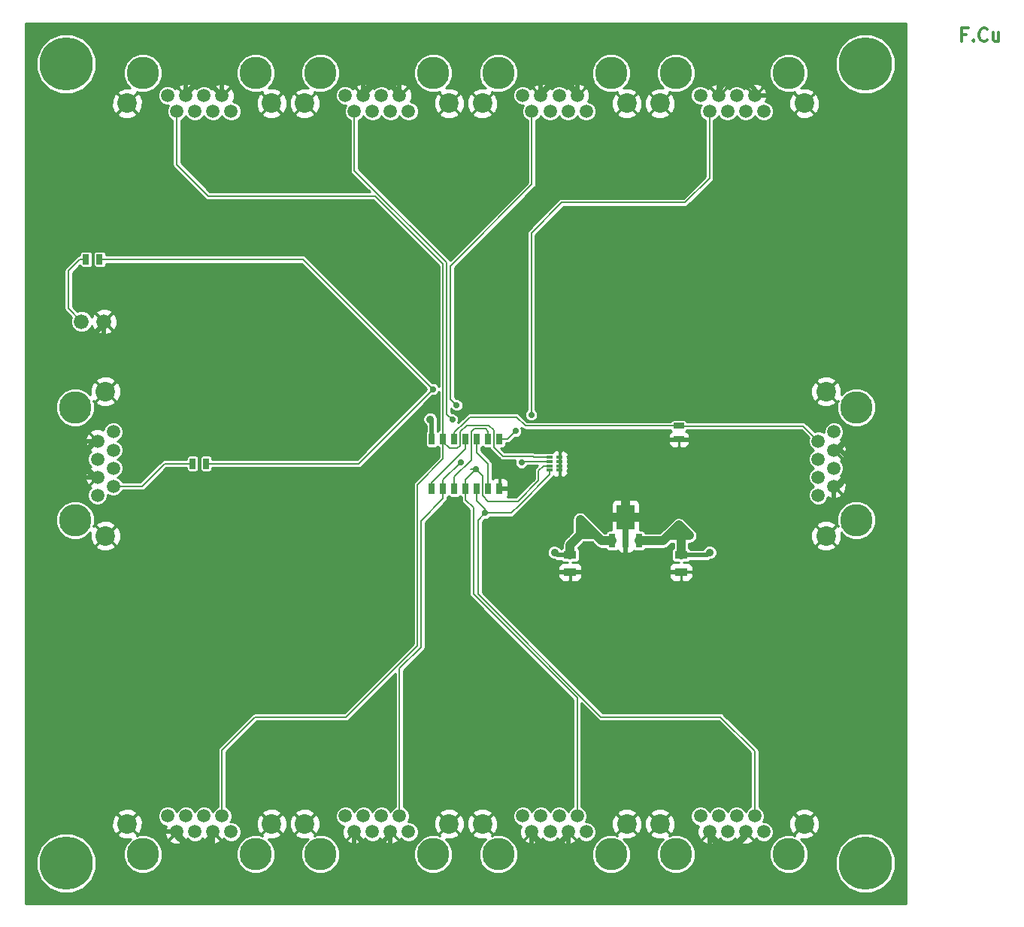
<source format=gtl>
G04 (created by PCBNEW (2013-07-07 BZR 4022)-stable) date 9/18/2013 14:10:39*
%MOIN*%
G04 Gerber Fmt 3.4, Leading zero omitted, Abs format*
%FSLAX34Y34*%
G01*
G70*
G90*
G04 APERTURE LIST*
%ADD10C,0.00590551*%
%ADD11C,0.011811*%
%ADD12R,0.0276X0.063*%
%ADD13R,0.0276X0.0827*%
%ADD14R,0.0787X0.1083*%
%ADD15R,0.0256X0.0118*%
%ADD16R,0.025X0.05*%
%ADD17R,0.025X0.045*%
%ADD18R,0.045X0.025*%
%ADD19C,0.066*%
%ADD20C,0.23622*%
%ADD21R,0.055X0.035*%
%ADD22C,0.1437*%
%ADD23C,0.0591*%
%ADD24C,0.0866142*%
%ADD25C,0.035*%
%ADD26C,0.0275591*%
%ADD27C,0.0393701*%
%ADD28C,0.019685*%
%ADD29C,0.00787402*%
%ADD30C,0.01*%
G04 APERTURE END LIST*
G54D10*
G54D11*
X53692Y-10894D02*
X53495Y-10894D01*
X53495Y-11203D02*
X53495Y-10613D01*
X53776Y-10613D01*
X54001Y-11147D02*
X54029Y-11175D01*
X54001Y-11203D01*
X53973Y-11175D01*
X54001Y-11147D01*
X54001Y-11203D01*
X54620Y-11147D02*
X54592Y-11175D01*
X54507Y-11203D01*
X54451Y-11203D01*
X54367Y-11175D01*
X54311Y-11119D01*
X54282Y-11062D01*
X54254Y-10950D01*
X54254Y-10866D01*
X54282Y-10753D01*
X54311Y-10697D01*
X54367Y-10641D01*
X54451Y-10613D01*
X54507Y-10613D01*
X54592Y-10641D01*
X54620Y-10669D01*
X55126Y-10809D02*
X55126Y-11203D01*
X54873Y-10809D02*
X54873Y-11119D01*
X54901Y-11175D01*
X54957Y-11203D01*
X55042Y-11203D01*
X55098Y-11175D01*
X55126Y-11147D01*
G54D12*
X37991Y-33346D03*
G54D13*
X38582Y-33248D03*
G54D12*
X39173Y-33346D03*
G54D14*
X38582Y-32303D03*
G54D15*
X35661Y-30216D03*
X35661Y-30019D03*
X35661Y-29822D03*
X35661Y-29625D03*
X35208Y-29625D03*
X35208Y-29822D03*
X35208Y-30019D03*
X35208Y-30216D03*
G54D16*
X29996Y-31021D03*
X30496Y-31021D03*
X30996Y-31021D03*
X31496Y-31021D03*
X31996Y-31021D03*
X32496Y-31021D03*
X32996Y-31021D03*
X32996Y-28821D03*
X32496Y-28821D03*
X31996Y-28821D03*
X31496Y-28821D03*
X30996Y-28821D03*
X30496Y-28821D03*
X29996Y-28821D03*
G54D17*
X15260Y-20866D03*
X14660Y-20866D03*
X19985Y-29921D03*
X19385Y-29921D03*
G54D18*
X40944Y-28243D03*
X40944Y-28843D03*
G54D19*
X14460Y-23622D03*
X15460Y-23622D03*
G54D20*
X13779Y-47637D03*
X49212Y-47637D03*
X49212Y-12204D03*
X13779Y-12204D03*
G54D21*
X41043Y-33975D03*
X41043Y-34725D03*
X36122Y-33975D03*
X36122Y-34725D03*
G54D22*
X40807Y-12598D03*
X45807Y-12598D03*
G54D23*
X41901Y-13598D03*
X42303Y-14299D03*
X42704Y-13598D03*
X43106Y-14299D03*
X43507Y-13598D03*
X43909Y-14299D03*
X44311Y-13598D03*
X44712Y-14299D03*
G54D24*
X40106Y-13948D03*
X46507Y-13948D03*
G54D22*
X32933Y-12598D03*
X37933Y-12598D03*
G54D23*
X34027Y-13598D03*
X34429Y-14299D03*
X34830Y-13598D03*
X35232Y-14299D03*
X35633Y-13598D03*
X36035Y-14299D03*
X36437Y-13598D03*
X36838Y-14299D03*
G54D24*
X32232Y-13948D03*
X38633Y-13948D03*
G54D22*
X25059Y-12598D03*
X30059Y-12598D03*
G54D23*
X26153Y-13598D03*
X26555Y-14299D03*
X26956Y-13598D03*
X27358Y-14299D03*
X27759Y-13598D03*
X28161Y-14299D03*
X28562Y-13598D03*
X28964Y-14299D03*
G54D24*
X24358Y-13948D03*
X30759Y-13948D03*
G54D22*
X17185Y-12598D03*
X22185Y-12598D03*
G54D23*
X18279Y-13598D03*
X18681Y-14299D03*
X19082Y-13598D03*
X19484Y-14299D03*
X19885Y-13598D03*
X20287Y-14299D03*
X20688Y-13598D03*
X21090Y-14299D03*
G54D24*
X16484Y-13948D03*
X22885Y-13948D03*
G54D22*
X48818Y-27421D03*
X48818Y-32421D03*
G54D23*
X47818Y-28515D03*
X47118Y-28917D03*
X47818Y-29318D03*
X47118Y-29720D03*
X47818Y-30122D03*
X47118Y-30523D03*
X47818Y-30925D03*
X47118Y-31326D03*
G54D24*
X47468Y-26720D03*
X47468Y-33122D03*
G54D22*
X14173Y-32421D03*
X14173Y-27421D03*
G54D23*
X15173Y-31326D03*
X15874Y-30925D03*
X15173Y-30523D03*
X15874Y-30122D03*
X15173Y-29720D03*
X15874Y-29318D03*
X15173Y-28917D03*
X15874Y-28515D03*
G54D24*
X15523Y-33122D03*
X15523Y-26720D03*
G54D22*
X45807Y-47244D03*
X40807Y-47244D03*
G54D23*
X44712Y-46244D03*
X44311Y-45543D03*
X43909Y-46244D03*
X43507Y-45543D03*
X43106Y-46244D03*
X42704Y-45543D03*
X42303Y-46244D03*
X41901Y-45543D03*
G54D24*
X46507Y-45893D03*
X40106Y-45893D03*
G54D22*
X37933Y-47244D03*
X32933Y-47244D03*
G54D23*
X36838Y-46244D03*
X36437Y-45543D03*
X36035Y-46244D03*
X35633Y-45543D03*
X35232Y-46244D03*
X34830Y-45543D03*
X34429Y-46244D03*
X34027Y-45543D03*
G54D24*
X38633Y-45893D03*
X32232Y-45893D03*
G54D22*
X30059Y-47244D03*
X25059Y-47244D03*
G54D23*
X28964Y-46244D03*
X28562Y-45543D03*
X28161Y-46244D03*
X27759Y-45543D03*
X27358Y-46244D03*
X26956Y-45543D03*
X26555Y-46244D03*
X26153Y-45543D03*
G54D24*
X30759Y-45893D03*
X24358Y-45893D03*
G54D22*
X22185Y-47244D03*
X17185Y-47244D03*
G54D23*
X21090Y-46244D03*
X20688Y-45543D03*
X20287Y-46244D03*
X19885Y-45543D03*
X19484Y-46244D03*
X19082Y-45543D03*
X18681Y-46244D03*
X18279Y-45543D03*
G54D24*
X22885Y-45893D03*
X16484Y-45893D03*
G54D25*
X41417Y-33110D03*
X40511Y-33070D03*
X40944Y-32637D03*
X42322Y-33858D03*
X34000Y-30730D03*
X35415Y-30745D03*
G54D26*
X31945Y-30180D03*
X31090Y-27330D03*
X30900Y-27970D03*
X33965Y-29875D03*
X31280Y-29860D03*
X30050Y-26620D03*
X33710Y-28475D03*
X34400Y-27760D03*
X32355Y-32115D03*
G54D25*
X37244Y-33070D03*
X36574Y-33070D03*
X36574Y-32401D03*
X29921Y-27952D03*
X35433Y-33858D03*
G54D27*
X41417Y-33110D02*
X40551Y-33110D01*
X40944Y-32637D02*
X40511Y-33070D01*
X40511Y-33070D02*
X40236Y-33346D01*
X40236Y-33346D02*
X39173Y-33346D01*
X40944Y-32637D02*
X41043Y-32736D01*
X41043Y-32736D02*
X41043Y-33975D01*
X41417Y-33110D02*
X40944Y-32637D01*
X40551Y-33110D02*
X40511Y-33070D01*
G54D28*
X42322Y-33858D02*
X42205Y-33975D01*
X42205Y-33975D02*
X41043Y-33975D01*
X41043Y-34725D02*
X39095Y-34725D01*
X39095Y-34725D02*
X38582Y-34212D01*
X36122Y-34725D02*
X38069Y-34725D01*
X38582Y-34212D02*
X38582Y-33248D01*
X38069Y-34725D02*
X38582Y-34212D01*
G54D27*
X38582Y-32303D02*
X37539Y-32303D01*
X37539Y-32303D02*
X37519Y-32283D01*
X38582Y-32303D02*
X39704Y-32303D01*
X39704Y-32303D02*
X39724Y-32283D01*
X38582Y-32303D02*
X38582Y-30787D01*
G54D28*
X37291Y-28850D02*
X40938Y-28850D01*
X36811Y-29330D02*
X37291Y-28850D01*
X40938Y-28850D02*
X40944Y-28843D01*
X43970Y-28850D02*
X40951Y-28850D01*
X40951Y-28850D02*
X40944Y-28843D01*
X47818Y-31791D02*
X47430Y-32180D01*
X47430Y-32180D02*
X46430Y-32180D01*
X46430Y-32180D02*
X44310Y-30060D01*
X44310Y-30060D02*
X44310Y-29190D01*
X44310Y-29190D02*
X43970Y-28850D01*
X47818Y-30925D02*
X47818Y-31791D01*
G54D29*
X35661Y-29625D02*
X35661Y-29496D01*
X35826Y-29330D02*
X36811Y-29330D01*
X35661Y-29496D02*
X35826Y-29330D01*
X35661Y-29921D02*
X35661Y-29625D01*
X35661Y-30019D02*
X35661Y-29921D01*
X35661Y-29921D02*
X35661Y-29822D01*
X35661Y-30216D02*
X35661Y-30019D01*
X35661Y-30216D02*
X35661Y-30498D01*
X35661Y-30498D02*
X35415Y-30745D01*
G54D28*
X35415Y-30745D02*
X36380Y-30745D01*
X36380Y-30745D02*
X36811Y-30314D01*
X36811Y-30314D02*
X36811Y-29330D01*
X36122Y-34725D02*
X35315Y-34725D01*
X35415Y-31907D02*
X35415Y-30745D01*
X34645Y-32677D02*
X35415Y-31907D01*
X34645Y-34055D02*
X34645Y-32677D01*
X35315Y-34725D02*
X34645Y-34055D01*
X47818Y-29318D02*
X47971Y-29318D01*
X45168Y-13598D02*
X44311Y-13598D01*
X50020Y-18450D02*
X45168Y-13598D01*
X50020Y-27900D02*
X50020Y-18450D01*
X49430Y-28490D02*
X50020Y-27900D01*
X48800Y-28490D02*
X49430Y-28490D01*
X47971Y-29318D02*
X48800Y-28490D01*
X18681Y-46244D02*
X17924Y-46244D01*
X14066Y-30523D02*
X15173Y-30523D01*
X12850Y-31740D02*
X14066Y-30523D01*
X12850Y-41170D02*
X12850Y-31740D01*
X17924Y-46244D02*
X12850Y-41170D01*
X42303Y-46244D02*
X42303Y-46473D01*
X43909Y-46480D02*
X43909Y-46244D01*
X43470Y-46920D02*
X43909Y-46480D01*
X42750Y-46920D02*
X43470Y-46920D01*
X42303Y-46473D02*
X42750Y-46920D01*
X36035Y-46244D02*
X36035Y-46940D01*
X42303Y-47816D02*
X42303Y-46244D01*
X41730Y-48390D02*
X42303Y-47816D01*
X37485Y-48390D02*
X41730Y-48390D01*
X36035Y-46940D02*
X37485Y-48390D01*
X34429Y-46244D02*
X34429Y-46429D01*
X36035Y-46414D02*
X36035Y-46244D01*
X35510Y-46940D02*
X36035Y-46414D01*
X34940Y-46940D02*
X35510Y-46940D01*
X34429Y-46429D02*
X34940Y-46940D01*
X28161Y-46244D02*
X28161Y-47061D01*
X34429Y-47575D02*
X34429Y-46244D01*
X33630Y-48375D02*
X34429Y-47575D01*
X29475Y-48375D02*
X33630Y-48375D01*
X28161Y-47061D02*
X29475Y-48375D01*
X26555Y-46244D02*
X26555Y-46355D01*
X28161Y-46358D02*
X28161Y-46244D01*
X27555Y-46965D02*
X28161Y-46358D01*
X27165Y-46965D02*
X27555Y-46965D01*
X26555Y-46355D02*
X27165Y-46965D01*
X20287Y-46244D02*
X20287Y-47242D01*
X26555Y-47604D02*
X26555Y-46244D01*
X25800Y-48360D02*
X26555Y-47604D01*
X21405Y-48360D02*
X25800Y-48360D01*
X20287Y-47242D02*
X21405Y-48360D01*
X18681Y-46244D02*
X18681Y-46461D01*
X20287Y-46492D02*
X20287Y-46244D01*
X19800Y-46980D02*
X20287Y-46492D01*
X19200Y-46980D02*
X19800Y-46980D01*
X18681Y-46461D02*
X19200Y-46980D01*
X47818Y-29318D02*
X48103Y-29318D01*
X48049Y-30925D02*
X47818Y-30925D01*
X48630Y-30345D02*
X48049Y-30925D01*
X48630Y-29845D02*
X48630Y-30345D01*
X48103Y-29318D02*
X48630Y-29845D01*
X42704Y-13598D02*
X42704Y-13350D01*
X42704Y-13350D02*
X43215Y-12840D01*
X43215Y-12840D02*
X43815Y-12840D01*
X43815Y-12840D02*
X44311Y-13336D01*
X44311Y-13336D02*
X44311Y-13598D01*
X36437Y-13598D02*
X36437Y-12327D01*
X42704Y-12629D02*
X42704Y-13598D01*
X41445Y-11370D02*
X42704Y-12629D01*
X37395Y-11370D02*
X41445Y-11370D01*
X36437Y-12327D02*
X37395Y-11370D01*
X34830Y-13598D02*
X34830Y-13484D01*
X36437Y-13437D02*
X36437Y-13598D01*
X35930Y-12930D02*
X36437Y-13437D01*
X35385Y-12930D02*
X35930Y-12930D01*
X34830Y-13484D02*
X35385Y-12930D01*
X28562Y-13598D02*
X28562Y-12492D01*
X34830Y-12630D02*
X34830Y-13598D01*
X33615Y-11415D02*
X34830Y-12630D01*
X29640Y-11415D02*
X33615Y-11415D01*
X28562Y-12492D02*
X29640Y-11415D01*
X26956Y-13598D02*
X26956Y-13413D01*
X28562Y-13472D02*
X28562Y-13598D01*
X27960Y-12870D02*
X28562Y-13472D01*
X27500Y-12870D02*
X27960Y-12870D01*
X26956Y-13413D02*
X27500Y-12870D01*
X20688Y-13598D02*
X20688Y-12376D01*
X26956Y-12726D02*
X26956Y-13598D01*
X25625Y-11395D02*
X26956Y-12726D01*
X21670Y-11395D02*
X25625Y-11395D01*
X20688Y-12376D02*
X21670Y-11395D01*
X19082Y-13598D02*
X19082Y-13482D01*
X20050Y-12960D02*
X20688Y-13598D01*
X19605Y-12960D02*
X20050Y-12960D01*
X19082Y-13482D02*
X19605Y-12960D01*
X15460Y-23622D02*
X15460Y-23769D01*
X19082Y-12692D02*
X19082Y-13598D01*
X17715Y-11325D02*
X19082Y-12692D01*
X16590Y-11325D02*
X17715Y-11325D01*
X15705Y-12210D02*
X16590Y-11325D01*
X15705Y-13170D02*
X15705Y-12210D01*
X13370Y-15505D02*
X15705Y-13170D01*
X13370Y-23790D02*
X13370Y-15505D01*
X14130Y-24550D02*
X13370Y-23790D01*
X14680Y-24550D02*
X14130Y-24550D01*
X15460Y-23769D02*
X14680Y-24550D01*
X15460Y-23622D02*
X15460Y-25249D01*
X12960Y-26430D02*
X12960Y-27915D01*
X12960Y-27915D02*
X13962Y-28917D01*
X13962Y-28917D02*
X15173Y-28917D01*
X13660Y-25730D02*
X12960Y-26430D01*
X14980Y-25730D02*
X13660Y-25730D01*
X15460Y-25249D02*
X14980Y-25730D01*
X15173Y-28917D02*
X15062Y-28917D01*
X15028Y-30523D02*
X15173Y-30523D01*
X14490Y-29985D02*
X15028Y-30523D01*
X14490Y-29490D02*
X14490Y-29985D01*
X15062Y-28917D02*
X14490Y-29490D01*
X15460Y-23622D02*
X15460Y-23929D01*
X32996Y-31021D02*
X33708Y-31021D01*
X33708Y-31021D02*
X34000Y-30730D01*
G54D29*
X32496Y-31021D02*
X32496Y-29926D01*
X31996Y-29426D02*
X31996Y-28821D01*
X32496Y-29926D02*
X31996Y-29426D01*
X31496Y-31021D02*
X31496Y-30628D01*
X31496Y-30628D02*
X31945Y-30180D01*
X32245Y-30708D02*
X32245Y-30480D01*
X32245Y-30480D02*
X31945Y-30180D01*
X34429Y-14299D02*
X34429Y-17546D01*
X30811Y-27051D02*
X31090Y-27330D01*
X30811Y-21165D02*
X30811Y-27051D01*
X34429Y-17546D02*
X30811Y-21165D01*
X31940Y-30175D02*
X31705Y-30175D01*
X31945Y-30180D02*
X31940Y-30175D01*
X31496Y-31021D02*
X31496Y-30773D01*
X34945Y-30019D02*
X35208Y-30019D01*
X34725Y-30240D02*
X34945Y-30019D01*
X34725Y-30672D02*
X34725Y-30240D01*
X33804Y-31592D02*
X34725Y-30672D01*
X32497Y-31592D02*
X33804Y-31592D01*
X32245Y-31340D02*
X32497Y-31592D01*
X32245Y-30685D02*
X32245Y-30708D01*
X32245Y-30708D02*
X32245Y-31340D01*
X36437Y-45543D02*
X36437Y-40314D01*
X31496Y-31541D02*
X31496Y-31021D01*
X31838Y-31883D02*
X31496Y-31541D01*
X31838Y-35716D02*
X31838Y-31883D01*
X36437Y-40314D02*
X31838Y-35716D01*
X26555Y-14299D02*
X26555Y-16917D01*
X30653Y-27723D02*
X30900Y-27970D01*
X30653Y-21015D02*
X30653Y-27723D01*
X26555Y-16917D02*
X30653Y-21015D01*
X30496Y-31021D02*
X30496Y-30643D01*
X34017Y-29822D02*
X35208Y-29822D01*
X33965Y-29875D02*
X34017Y-29822D01*
X30496Y-30643D02*
X31280Y-29860D01*
X28562Y-45543D02*
X28562Y-39009D01*
X30496Y-31473D02*
X30496Y-31021D01*
X29517Y-32452D02*
X30496Y-31473D01*
X29517Y-38055D02*
X29517Y-32452D01*
X28562Y-39009D02*
X29517Y-38055D01*
X33149Y-29594D02*
X34476Y-29594D01*
X34507Y-29625D02*
X35208Y-29625D01*
X34476Y-29594D02*
X34507Y-29625D01*
X30496Y-28821D02*
X30496Y-28971D01*
X30496Y-28971D02*
X30770Y-29245D01*
X30770Y-29245D02*
X31130Y-29245D01*
X31130Y-29245D02*
X31250Y-29125D01*
X31250Y-29125D02*
X31250Y-28500D01*
X31250Y-28500D02*
X31532Y-28217D01*
X31532Y-28217D02*
X32517Y-28217D01*
X32517Y-28217D02*
X32745Y-28445D01*
X32745Y-28445D02*
X32745Y-29190D01*
X32745Y-29190D02*
X33149Y-29594D01*
X33149Y-29594D02*
X33135Y-29580D01*
X18681Y-14299D02*
X18681Y-16656D01*
X30496Y-21081D02*
X30496Y-28821D01*
X27475Y-18060D02*
X30496Y-21081D01*
X20085Y-18060D02*
X27475Y-18060D01*
X18681Y-16656D02*
X20085Y-18060D01*
X20688Y-45543D02*
X20688Y-42626D01*
X30496Y-29713D02*
X30496Y-28821D01*
X29360Y-30850D02*
X30496Y-29713D01*
X29360Y-37990D02*
X29360Y-30850D01*
X26190Y-41160D02*
X29360Y-37990D01*
X22155Y-41160D02*
X26190Y-41160D01*
X20688Y-42626D02*
X22155Y-41160D01*
X29996Y-31021D02*
X29996Y-30753D01*
X31496Y-29253D02*
X31496Y-28821D01*
X29996Y-30753D02*
X31496Y-29253D01*
X15874Y-30925D02*
X17134Y-30925D01*
X18138Y-29921D02*
X19385Y-29921D01*
X17134Y-30925D02*
X18138Y-29921D01*
X14660Y-20866D02*
X14393Y-20866D01*
X13880Y-23041D02*
X14460Y-23622D01*
X13880Y-21380D02*
X13880Y-23041D01*
X14393Y-20866D02*
X13880Y-21380D01*
X19985Y-29921D02*
X26748Y-29921D01*
X26748Y-29921D02*
X30050Y-26620D01*
X32996Y-28821D02*
X33363Y-28821D01*
X24296Y-20866D02*
X15260Y-20866D01*
X30050Y-26620D02*
X24296Y-20866D01*
X33363Y-28821D02*
X33710Y-28475D01*
X30996Y-31021D02*
X30996Y-30508D01*
X32496Y-28501D02*
X32496Y-28821D01*
X32370Y-28375D02*
X32496Y-28501D01*
X31865Y-28375D02*
X32370Y-28375D01*
X31745Y-28495D02*
X31865Y-28375D01*
X31745Y-29760D02*
X31745Y-28495D01*
X30996Y-30508D02*
X31745Y-29760D01*
X40944Y-28243D02*
X34143Y-28243D01*
X30996Y-28531D02*
X31467Y-28060D01*
X30996Y-28531D02*
X30996Y-28821D01*
X31677Y-27850D02*
X31467Y-28060D01*
X33750Y-27850D02*
X31677Y-27850D01*
X34143Y-28243D02*
X33750Y-27850D01*
X43330Y-28250D02*
X40951Y-28250D01*
X47118Y-28917D02*
X46450Y-28250D01*
X43330Y-28250D02*
X46450Y-28250D01*
X40951Y-28250D02*
X40944Y-28243D01*
X32045Y-35700D02*
X32045Y-32425D01*
X44311Y-42666D02*
X42795Y-41150D01*
X42795Y-41150D02*
X37495Y-41150D01*
X37495Y-41150D02*
X32045Y-35700D01*
X44311Y-45543D02*
X44311Y-42666D01*
X32045Y-32425D02*
X32355Y-32115D01*
X32355Y-32115D02*
X33505Y-32115D01*
X33870Y-31750D02*
X35208Y-30411D01*
X35208Y-30411D02*
X35208Y-30216D01*
X33505Y-32115D02*
X33870Y-31750D01*
X31996Y-31021D02*
X31996Y-31083D01*
X31996Y-31021D02*
X31996Y-31581D01*
X42303Y-17266D02*
X41223Y-18346D01*
X41223Y-18346D02*
X35763Y-18346D01*
X35763Y-18346D02*
X34400Y-19710D01*
X34400Y-19710D02*
X34400Y-27760D01*
X42303Y-17266D02*
X42303Y-14299D01*
X32355Y-31940D02*
X32355Y-32115D01*
X31996Y-31581D02*
X32355Y-31940D01*
X31996Y-31021D02*
X31996Y-31341D01*
G54D27*
X37244Y-33070D02*
X36574Y-33070D01*
X37244Y-33070D02*
X37519Y-33346D01*
X37519Y-33346D02*
X37991Y-33346D01*
X36574Y-32401D02*
X36574Y-33070D01*
X36574Y-33070D02*
X36122Y-33523D01*
X36122Y-33523D02*
X36122Y-33975D01*
X37244Y-33070D02*
X36574Y-32401D01*
G54D28*
X29921Y-27952D02*
X29996Y-28027D01*
X29996Y-28821D02*
X29996Y-28027D01*
X35550Y-33975D02*
X36122Y-33975D01*
X35433Y-33858D02*
X35550Y-33975D01*
G54D10*
G36*
X34689Y-30010D02*
X34592Y-30107D01*
X34551Y-30168D01*
X34537Y-30240D01*
X34537Y-30594D01*
X33726Y-31404D01*
X33336Y-31404D01*
X33371Y-31321D01*
X33371Y-31221D01*
X33371Y-30820D01*
X33371Y-30721D01*
X33332Y-30629D01*
X33262Y-30559D01*
X33170Y-30521D01*
X33067Y-30521D01*
X33005Y-30583D01*
X33005Y-31012D01*
X33308Y-31012D01*
X33371Y-30949D01*
X33371Y-30820D01*
X33371Y-31221D01*
X33371Y-31092D01*
X33308Y-31030D01*
X33005Y-31030D01*
X33005Y-31038D01*
X32987Y-31038D01*
X32987Y-31030D01*
X32979Y-31030D01*
X32979Y-31012D01*
X32987Y-31012D01*
X32987Y-30583D01*
X32924Y-30521D01*
X32821Y-30521D01*
X32729Y-30559D01*
X32683Y-30604D01*
X32683Y-29926D01*
X32669Y-29854D01*
X32628Y-29793D01*
X32183Y-29348D01*
X32183Y-29205D01*
X32205Y-29197D01*
X32246Y-29156D01*
X32286Y-29197D01*
X32341Y-29219D01*
X32400Y-29219D01*
X32563Y-29219D01*
X32571Y-29261D01*
X32612Y-29322D01*
X33002Y-29712D01*
X33016Y-29727D01*
X33077Y-29768D01*
X33077Y-29768D01*
X33149Y-29782D01*
X33693Y-29782D01*
X33678Y-29817D01*
X33678Y-29931D01*
X33722Y-30036D01*
X33802Y-30117D01*
X33907Y-30161D01*
X34021Y-30161D01*
X34126Y-30117D01*
X34207Y-30037D01*
X34218Y-30010D01*
X34689Y-30010D01*
X34689Y-30010D01*
G37*
G54D30*
X34689Y-30010D02*
X34592Y-30107D01*
X34551Y-30168D01*
X34537Y-30240D01*
X34537Y-30594D01*
X33726Y-31404D01*
X33336Y-31404D01*
X33371Y-31321D01*
X33371Y-31221D01*
X33371Y-30820D01*
X33371Y-30721D01*
X33332Y-30629D01*
X33262Y-30559D01*
X33170Y-30521D01*
X33067Y-30521D01*
X33005Y-30583D01*
X33005Y-31012D01*
X33308Y-31012D01*
X33371Y-30949D01*
X33371Y-30820D01*
X33371Y-31221D01*
X33371Y-31092D01*
X33308Y-31030D01*
X33005Y-31030D01*
X33005Y-31038D01*
X32987Y-31038D01*
X32987Y-31030D01*
X32979Y-31030D01*
X32979Y-31012D01*
X32987Y-31012D01*
X32987Y-30583D01*
X32924Y-30521D01*
X32821Y-30521D01*
X32729Y-30559D01*
X32683Y-30604D01*
X32683Y-29926D01*
X32669Y-29854D01*
X32628Y-29793D01*
X32183Y-29348D01*
X32183Y-29205D01*
X32205Y-29197D01*
X32246Y-29156D01*
X32286Y-29197D01*
X32341Y-29219D01*
X32400Y-29219D01*
X32563Y-29219D01*
X32571Y-29261D01*
X32612Y-29322D01*
X33002Y-29712D01*
X33016Y-29727D01*
X33077Y-29768D01*
X33077Y-29768D01*
X33149Y-29782D01*
X33693Y-29782D01*
X33678Y-29817D01*
X33678Y-29931D01*
X33722Y-30036D01*
X33802Y-30117D01*
X33907Y-30161D01*
X34021Y-30161D01*
X34126Y-30117D01*
X34207Y-30037D01*
X34218Y-30010D01*
X34689Y-30010D01*
G54D10*
G36*
X51012Y-49438D02*
X50542Y-49438D01*
X50542Y-47374D01*
X50542Y-11941D01*
X50340Y-11452D01*
X49966Y-11078D01*
X49478Y-10875D01*
X48949Y-10874D01*
X48460Y-11076D01*
X48086Y-11450D01*
X47883Y-11939D01*
X47882Y-12468D01*
X48084Y-12956D01*
X48458Y-13331D01*
X48946Y-13534D01*
X49475Y-13534D01*
X49964Y-13332D01*
X50339Y-12958D01*
X50541Y-12470D01*
X50542Y-11941D01*
X50542Y-47374D01*
X50340Y-46885D01*
X49966Y-46511D01*
X49685Y-46394D01*
X49685Y-32249D01*
X49685Y-27249D01*
X49554Y-26930D01*
X49310Y-26686D01*
X48992Y-26554D01*
X48647Y-26554D01*
X48328Y-26685D01*
X48147Y-26866D01*
X48154Y-26602D01*
X48057Y-26348D01*
X48037Y-26318D01*
X47923Y-26278D01*
X47910Y-26291D01*
X47910Y-26265D01*
X47870Y-26151D01*
X47622Y-26041D01*
X47350Y-26034D01*
X47194Y-26094D01*
X47194Y-13830D01*
X47096Y-13577D01*
X47076Y-13546D01*
X46962Y-13506D01*
X46949Y-13519D01*
X46949Y-13494D01*
X46909Y-13380D01*
X46661Y-13269D01*
X46389Y-13262D01*
X46355Y-13275D01*
X46541Y-13090D01*
X46673Y-12771D01*
X46674Y-12426D01*
X46542Y-12107D01*
X46298Y-11863D01*
X45980Y-11731D01*
X45635Y-11731D01*
X45316Y-11863D01*
X45072Y-12106D01*
X44940Y-12425D01*
X44940Y-12770D01*
X45071Y-13088D01*
X45315Y-13332D01*
X45633Y-13465D01*
X45978Y-13465D01*
X46092Y-13418D01*
X46066Y-13494D01*
X46507Y-13936D01*
X46949Y-13494D01*
X46949Y-13519D01*
X46520Y-13948D01*
X46962Y-14390D01*
X47076Y-14350D01*
X47187Y-14102D01*
X47194Y-13830D01*
X47194Y-26094D01*
X47096Y-26131D01*
X47066Y-26151D01*
X47026Y-26265D01*
X47468Y-26707D01*
X47910Y-26265D01*
X47910Y-26291D01*
X47481Y-26720D01*
X47923Y-27162D01*
X47998Y-27135D01*
X47952Y-27248D01*
X47951Y-27592D01*
X48083Y-27911D01*
X48327Y-28155D01*
X48645Y-28288D01*
X48990Y-28288D01*
X49309Y-28156D01*
X49553Y-27912D01*
X49685Y-27594D01*
X49685Y-27249D01*
X49685Y-32249D01*
X49554Y-31930D01*
X49310Y-31686D01*
X48992Y-31554D01*
X48647Y-31554D01*
X48366Y-31670D01*
X48366Y-30829D01*
X48366Y-29222D01*
X48288Y-29020D01*
X48274Y-28999D01*
X48174Y-28976D01*
X47831Y-29318D01*
X48174Y-29661D01*
X48274Y-29638D01*
X48361Y-29439D01*
X48366Y-29222D01*
X48366Y-30829D01*
X48288Y-30626D01*
X48274Y-30605D01*
X48262Y-30603D01*
X48262Y-30034D01*
X48195Y-29870D01*
X48114Y-29789D01*
X48117Y-29788D01*
X48138Y-29774D01*
X48161Y-29674D01*
X47818Y-29331D01*
X47813Y-29337D01*
X47800Y-29324D01*
X47806Y-29318D01*
X47800Y-29313D01*
X47813Y-29300D01*
X47818Y-29306D01*
X48161Y-28963D01*
X48138Y-28863D01*
X48110Y-28851D01*
X48195Y-28767D01*
X48262Y-28604D01*
X48262Y-28427D01*
X48195Y-28264D01*
X48070Y-28139D01*
X47910Y-28073D01*
X47910Y-27175D01*
X47468Y-26733D01*
X47455Y-26746D01*
X47455Y-26720D01*
X47013Y-26278D01*
X46949Y-26301D01*
X46949Y-14403D01*
X46507Y-13961D01*
X46495Y-13974D01*
X46495Y-13948D01*
X46053Y-13506D01*
X45939Y-13546D01*
X45828Y-13795D01*
X45821Y-14066D01*
X45918Y-14320D01*
X45939Y-14350D01*
X46053Y-14390D01*
X46495Y-13948D01*
X46495Y-13974D01*
X46066Y-14403D01*
X46105Y-14517D01*
X46354Y-14628D01*
X46625Y-14635D01*
X46879Y-14537D01*
X46909Y-14517D01*
X46949Y-14403D01*
X46949Y-26301D01*
X46899Y-26318D01*
X46789Y-26566D01*
X46782Y-26838D01*
X46879Y-27092D01*
X46899Y-27122D01*
X47013Y-27162D01*
X47455Y-26720D01*
X47455Y-26746D01*
X47026Y-27175D01*
X47066Y-27289D01*
X47314Y-27399D01*
X47586Y-27406D01*
X47840Y-27309D01*
X47870Y-27289D01*
X47910Y-27175D01*
X47910Y-28073D01*
X47907Y-28071D01*
X47730Y-28071D01*
X47567Y-28139D01*
X47442Y-28263D01*
X47375Y-28427D01*
X47374Y-28546D01*
X47369Y-28541D01*
X47206Y-28473D01*
X47030Y-28473D01*
X46966Y-28499D01*
X46583Y-28117D01*
X46522Y-28076D01*
X46450Y-28062D01*
X45156Y-28062D01*
X45156Y-14211D01*
X45089Y-14048D01*
X44964Y-13923D01*
X44801Y-13855D01*
X44793Y-13855D01*
X44853Y-13719D01*
X44858Y-13502D01*
X44780Y-13300D01*
X44766Y-13278D01*
X44666Y-13255D01*
X44653Y-13268D01*
X44653Y-13242D01*
X44630Y-13143D01*
X44432Y-13055D01*
X44215Y-13050D01*
X44012Y-13128D01*
X43991Y-13143D01*
X43968Y-13242D01*
X44311Y-13585D01*
X44653Y-13242D01*
X44653Y-13268D01*
X44323Y-13598D01*
X44329Y-13603D01*
X44316Y-13616D01*
X44311Y-13611D01*
X44305Y-13616D01*
X44292Y-13603D01*
X44298Y-13598D01*
X43955Y-13255D01*
X43855Y-13278D01*
X43843Y-13306D01*
X43759Y-13222D01*
X43596Y-13154D01*
X43419Y-13154D01*
X43256Y-13221D01*
X43175Y-13303D01*
X43174Y-13300D01*
X43159Y-13278D01*
X43060Y-13255D01*
X43047Y-13268D01*
X43047Y-13242D01*
X43024Y-13143D01*
X42825Y-13055D01*
X42608Y-13050D01*
X42406Y-13128D01*
X42385Y-13143D01*
X42362Y-13242D01*
X42704Y-13585D01*
X43047Y-13242D01*
X43047Y-13268D01*
X42717Y-13598D01*
X42723Y-13603D01*
X42710Y-13616D01*
X42704Y-13611D01*
X42699Y-13616D01*
X42686Y-13603D01*
X42691Y-13598D01*
X42349Y-13255D01*
X42249Y-13278D01*
X42237Y-13306D01*
X42153Y-13222D01*
X41990Y-13154D01*
X41813Y-13154D01*
X41674Y-13212D01*
X41674Y-12426D01*
X41542Y-12107D01*
X41298Y-11863D01*
X40980Y-11731D01*
X40635Y-11731D01*
X40316Y-11863D01*
X40072Y-12106D01*
X39940Y-12425D01*
X39940Y-12770D01*
X40071Y-13088D01*
X40251Y-13269D01*
X39988Y-13262D01*
X39734Y-13359D01*
X39704Y-13380D01*
X39664Y-13494D01*
X40106Y-13936D01*
X40548Y-13494D01*
X40521Y-13418D01*
X40633Y-13465D01*
X40978Y-13465D01*
X41297Y-13333D01*
X41541Y-13090D01*
X41673Y-12771D01*
X41674Y-12426D01*
X41674Y-13212D01*
X41650Y-13221D01*
X41525Y-13346D01*
X41457Y-13509D01*
X41457Y-13686D01*
X41525Y-13849D01*
X41649Y-13974D01*
X41812Y-14042D01*
X41932Y-14042D01*
X41927Y-14047D01*
X41859Y-14210D01*
X41859Y-14387D01*
X41926Y-14550D01*
X42051Y-14675D01*
X42115Y-14701D01*
X42115Y-17189D01*
X41145Y-18159D01*
X40792Y-18159D01*
X40792Y-13830D01*
X40695Y-13577D01*
X40675Y-13546D01*
X40560Y-13506D01*
X40119Y-13948D01*
X40560Y-14390D01*
X40675Y-14350D01*
X40785Y-14102D01*
X40792Y-13830D01*
X40792Y-18159D01*
X40548Y-18159D01*
X40548Y-14403D01*
X40106Y-13961D01*
X40093Y-13974D01*
X40093Y-13948D01*
X39651Y-13506D01*
X39537Y-13546D01*
X39427Y-13795D01*
X39419Y-14066D01*
X39517Y-14320D01*
X39537Y-14350D01*
X39651Y-14390D01*
X40093Y-13948D01*
X40093Y-13974D01*
X39664Y-14403D01*
X39704Y-14517D01*
X39952Y-14628D01*
X40224Y-14635D01*
X40477Y-14537D01*
X40508Y-14517D01*
X40548Y-14403D01*
X40548Y-18159D01*
X39320Y-18159D01*
X39320Y-13830D01*
X39222Y-13577D01*
X39202Y-13546D01*
X39088Y-13506D01*
X39075Y-13519D01*
X39075Y-13494D01*
X39035Y-13380D01*
X38787Y-13269D01*
X38515Y-13262D01*
X38481Y-13275D01*
X38667Y-13090D01*
X38799Y-12771D01*
X38800Y-12426D01*
X38668Y-12107D01*
X38424Y-11863D01*
X38106Y-11731D01*
X37761Y-11731D01*
X37442Y-11863D01*
X37198Y-12106D01*
X37066Y-12425D01*
X37065Y-12770D01*
X37197Y-13088D01*
X37441Y-13332D01*
X37759Y-13465D01*
X38104Y-13465D01*
X38218Y-13418D01*
X38192Y-13494D01*
X38633Y-13936D01*
X39075Y-13494D01*
X39075Y-13519D01*
X38646Y-13948D01*
X39088Y-14390D01*
X39202Y-14350D01*
X39313Y-14102D01*
X39320Y-13830D01*
X39320Y-18159D01*
X39075Y-18159D01*
X39075Y-14403D01*
X38633Y-13961D01*
X38621Y-13974D01*
X38621Y-13948D01*
X38179Y-13506D01*
X38065Y-13546D01*
X37954Y-13795D01*
X37947Y-14066D01*
X38044Y-14320D01*
X38065Y-14350D01*
X38179Y-14390D01*
X38621Y-13948D01*
X38621Y-13974D01*
X38192Y-14403D01*
X38231Y-14517D01*
X38480Y-14628D01*
X38751Y-14635D01*
X39005Y-14537D01*
X39035Y-14517D01*
X39075Y-14403D01*
X39075Y-18159D01*
X35763Y-18159D01*
X35691Y-18173D01*
X35630Y-18214D01*
X35630Y-18214D01*
X35630Y-18214D01*
X34267Y-19577D01*
X34226Y-19638D01*
X34212Y-19710D01*
X34212Y-27543D01*
X34157Y-27597D01*
X34113Y-27702D01*
X34113Y-27816D01*
X34157Y-27921D01*
X34237Y-28002D01*
X34342Y-28046D01*
X34456Y-28046D01*
X34561Y-28002D01*
X34642Y-27922D01*
X34686Y-27817D01*
X34686Y-27703D01*
X34642Y-27598D01*
X34587Y-27542D01*
X34587Y-19787D01*
X35840Y-18534D01*
X41223Y-18534D01*
X41294Y-18520D01*
X41355Y-18479D01*
X42435Y-17399D01*
X42435Y-17399D01*
X42435Y-17399D01*
X42476Y-17338D01*
X42476Y-17338D01*
X42490Y-17266D01*
X42490Y-14701D01*
X42554Y-14675D01*
X42679Y-14551D01*
X42704Y-14489D01*
X42729Y-14550D01*
X42854Y-14675D01*
X43017Y-14743D01*
X43194Y-14743D01*
X43357Y-14675D01*
X43482Y-14551D01*
X43507Y-14489D01*
X43532Y-14550D01*
X43657Y-14675D01*
X43820Y-14743D01*
X43997Y-14743D01*
X44160Y-14675D01*
X44285Y-14551D01*
X44311Y-14489D01*
X44336Y-14550D01*
X44460Y-14675D01*
X44623Y-14743D01*
X44800Y-14743D01*
X44963Y-14675D01*
X45088Y-14551D01*
X45156Y-14387D01*
X45156Y-14211D01*
X45156Y-28062D01*
X43330Y-28062D01*
X41307Y-28062D01*
X41295Y-28034D01*
X41254Y-27992D01*
X41199Y-27969D01*
X41140Y-27969D01*
X40690Y-27969D01*
X40635Y-27992D01*
X40594Y-28034D01*
X40585Y-28055D01*
X34221Y-28055D01*
X33882Y-27717D01*
X33821Y-27676D01*
X33750Y-27662D01*
X31677Y-27662D01*
X31605Y-27676D01*
X31544Y-27717D01*
X31334Y-27927D01*
X31151Y-28109D01*
X31186Y-28027D01*
X31186Y-27913D01*
X31142Y-27808D01*
X31062Y-27727D01*
X30957Y-27683D01*
X30879Y-27683D01*
X30841Y-27645D01*
X30841Y-27477D01*
X30847Y-27491D01*
X30927Y-27572D01*
X31032Y-27616D01*
X31146Y-27616D01*
X31251Y-27572D01*
X31332Y-27492D01*
X31376Y-27387D01*
X31376Y-27273D01*
X31332Y-27168D01*
X31252Y-27087D01*
X31147Y-27043D01*
X31069Y-27043D01*
X30998Y-26973D01*
X30998Y-21242D01*
X34561Y-17679D01*
X34561Y-17679D01*
X34561Y-17679D01*
X34602Y-17618D01*
X34602Y-17618D01*
X34616Y-17546D01*
X34616Y-17546D01*
X34616Y-14701D01*
X34680Y-14675D01*
X34805Y-14551D01*
X34830Y-14489D01*
X34855Y-14550D01*
X34980Y-14675D01*
X35143Y-14743D01*
X35320Y-14743D01*
X35483Y-14675D01*
X35608Y-14551D01*
X35633Y-14489D01*
X35658Y-14550D01*
X35783Y-14675D01*
X35946Y-14743D01*
X36123Y-14743D01*
X36286Y-14675D01*
X36411Y-14551D01*
X36436Y-14489D01*
X36462Y-14550D01*
X36586Y-14675D01*
X36749Y-14743D01*
X36926Y-14743D01*
X37089Y-14675D01*
X37214Y-14551D01*
X37282Y-14387D01*
X37282Y-14211D01*
X37215Y-14048D01*
X37090Y-13923D01*
X36927Y-13855D01*
X36919Y-13855D01*
X36979Y-13719D01*
X36984Y-13502D01*
X36906Y-13300D01*
X36892Y-13278D01*
X36792Y-13255D01*
X36779Y-13268D01*
X36779Y-13242D01*
X36756Y-13143D01*
X36558Y-13055D01*
X36341Y-13050D01*
X36138Y-13128D01*
X36117Y-13143D01*
X36094Y-13242D01*
X36437Y-13585D01*
X36779Y-13242D01*
X36779Y-13268D01*
X36449Y-13598D01*
X36455Y-13603D01*
X36442Y-13616D01*
X36437Y-13611D01*
X36431Y-13616D01*
X36418Y-13603D01*
X36424Y-13598D01*
X36081Y-13255D01*
X35981Y-13278D01*
X35969Y-13306D01*
X35885Y-13222D01*
X35722Y-13154D01*
X35545Y-13154D01*
X35382Y-13221D01*
X35301Y-13303D01*
X35300Y-13300D01*
X35285Y-13278D01*
X35186Y-13255D01*
X35173Y-13268D01*
X35173Y-13242D01*
X35150Y-13143D01*
X34951Y-13055D01*
X34734Y-13050D01*
X34532Y-13128D01*
X34511Y-13143D01*
X34488Y-13242D01*
X34830Y-13585D01*
X35173Y-13242D01*
X35173Y-13268D01*
X34843Y-13598D01*
X34849Y-13603D01*
X34836Y-13616D01*
X34830Y-13611D01*
X34825Y-13616D01*
X34812Y-13603D01*
X34817Y-13598D01*
X34475Y-13255D01*
X34375Y-13278D01*
X34363Y-13306D01*
X34279Y-13222D01*
X34116Y-13154D01*
X33939Y-13154D01*
X33800Y-13212D01*
X33800Y-12426D01*
X33668Y-12107D01*
X33424Y-11863D01*
X33106Y-11731D01*
X32761Y-11731D01*
X32442Y-11863D01*
X32198Y-12106D01*
X32066Y-12425D01*
X32065Y-12770D01*
X32197Y-13088D01*
X32377Y-13269D01*
X32114Y-13262D01*
X31860Y-13359D01*
X31830Y-13380D01*
X31790Y-13494D01*
X32232Y-13936D01*
X32674Y-13494D01*
X32647Y-13418D01*
X32759Y-13465D01*
X33104Y-13465D01*
X33423Y-13333D01*
X33667Y-13090D01*
X33799Y-12771D01*
X33800Y-12426D01*
X33800Y-13212D01*
X33776Y-13221D01*
X33651Y-13346D01*
X33583Y-13509D01*
X33583Y-13686D01*
X33650Y-13849D01*
X33775Y-13974D01*
X33938Y-14042D01*
X34058Y-14042D01*
X34053Y-14047D01*
X33985Y-14210D01*
X33985Y-14387D01*
X34052Y-14550D01*
X34177Y-14675D01*
X34241Y-14701D01*
X34241Y-17469D01*
X32918Y-18791D01*
X32918Y-13830D01*
X32821Y-13577D01*
X32801Y-13546D01*
X32686Y-13506D01*
X32245Y-13948D01*
X32686Y-14390D01*
X32801Y-14350D01*
X32911Y-14102D01*
X32918Y-13830D01*
X32918Y-18791D01*
X32674Y-19036D01*
X32674Y-14403D01*
X32232Y-13961D01*
X32219Y-13974D01*
X32219Y-13948D01*
X31777Y-13506D01*
X31663Y-13546D01*
X31553Y-13795D01*
X31545Y-14066D01*
X31643Y-14320D01*
X31663Y-14350D01*
X31777Y-14390D01*
X32219Y-13948D01*
X32219Y-13974D01*
X31790Y-14403D01*
X31830Y-14517D01*
X32078Y-14628D01*
X32350Y-14635D01*
X32603Y-14537D01*
X32634Y-14517D01*
X32674Y-14403D01*
X32674Y-19036D01*
X31446Y-20264D01*
X31446Y-13830D01*
X31348Y-13577D01*
X31328Y-13546D01*
X31214Y-13506D01*
X31201Y-13519D01*
X31201Y-13494D01*
X31161Y-13380D01*
X30913Y-13269D01*
X30641Y-13262D01*
X30607Y-13275D01*
X30793Y-13090D01*
X30925Y-12771D01*
X30926Y-12426D01*
X30794Y-12107D01*
X30550Y-11863D01*
X30232Y-11731D01*
X29887Y-11731D01*
X29568Y-11863D01*
X29324Y-12106D01*
X29192Y-12425D01*
X29191Y-12770D01*
X29323Y-13088D01*
X29567Y-13332D01*
X29885Y-13465D01*
X30230Y-13465D01*
X30344Y-13418D01*
X30318Y-13494D01*
X30759Y-13936D01*
X31201Y-13494D01*
X31201Y-13519D01*
X30772Y-13948D01*
X31214Y-14390D01*
X31328Y-14350D01*
X31439Y-14102D01*
X31446Y-13830D01*
X31446Y-20264D01*
X31201Y-20508D01*
X31201Y-14403D01*
X30759Y-13961D01*
X30747Y-13974D01*
X30747Y-13948D01*
X30305Y-13506D01*
X30191Y-13546D01*
X30080Y-13795D01*
X30073Y-14066D01*
X30170Y-14320D01*
X30191Y-14350D01*
X30305Y-14390D01*
X30747Y-13948D01*
X30747Y-13974D01*
X30318Y-14403D01*
X30357Y-14517D01*
X30606Y-14628D01*
X30877Y-14635D01*
X31131Y-14537D01*
X31161Y-14517D01*
X31201Y-14403D01*
X31201Y-20508D01*
X30802Y-20907D01*
X30786Y-20883D01*
X26742Y-16839D01*
X26742Y-14701D01*
X26806Y-14675D01*
X26931Y-14551D01*
X26956Y-14489D01*
X26981Y-14550D01*
X27106Y-14675D01*
X27269Y-14743D01*
X27446Y-14743D01*
X27609Y-14675D01*
X27734Y-14551D01*
X27759Y-14489D01*
X27784Y-14550D01*
X27909Y-14675D01*
X28072Y-14743D01*
X28249Y-14743D01*
X28412Y-14675D01*
X28537Y-14551D01*
X28562Y-14489D01*
X28588Y-14550D01*
X28712Y-14675D01*
X28875Y-14743D01*
X29052Y-14743D01*
X29215Y-14675D01*
X29340Y-14551D01*
X29408Y-14387D01*
X29408Y-14211D01*
X29341Y-14048D01*
X29216Y-13923D01*
X29053Y-13855D01*
X29045Y-13855D01*
X29105Y-13719D01*
X29110Y-13502D01*
X29032Y-13300D01*
X29018Y-13278D01*
X28918Y-13255D01*
X28905Y-13268D01*
X28905Y-13242D01*
X28882Y-13143D01*
X28684Y-13055D01*
X28467Y-13050D01*
X28264Y-13128D01*
X28243Y-13143D01*
X28220Y-13242D01*
X28562Y-13585D01*
X28905Y-13242D01*
X28905Y-13268D01*
X28575Y-13598D01*
X28581Y-13603D01*
X28568Y-13616D01*
X28562Y-13611D01*
X28557Y-13616D01*
X28544Y-13603D01*
X28550Y-13598D01*
X28207Y-13255D01*
X28107Y-13278D01*
X28095Y-13306D01*
X28011Y-13222D01*
X27848Y-13154D01*
X27671Y-13154D01*
X27508Y-13221D01*
X27427Y-13303D01*
X27426Y-13300D01*
X27411Y-13278D01*
X27312Y-13255D01*
X27299Y-13268D01*
X27299Y-13242D01*
X27276Y-13143D01*
X27077Y-13055D01*
X26860Y-13050D01*
X26658Y-13128D01*
X26637Y-13143D01*
X26614Y-13242D01*
X26956Y-13585D01*
X27299Y-13242D01*
X27299Y-13268D01*
X26969Y-13598D01*
X26975Y-13603D01*
X26962Y-13616D01*
X26956Y-13611D01*
X26951Y-13616D01*
X26938Y-13603D01*
X26943Y-13598D01*
X26601Y-13255D01*
X26501Y-13278D01*
X26489Y-13306D01*
X26405Y-13222D01*
X26242Y-13154D01*
X26065Y-13154D01*
X25926Y-13212D01*
X25926Y-12426D01*
X25794Y-12107D01*
X25550Y-11863D01*
X25232Y-11731D01*
X24887Y-11731D01*
X24568Y-11863D01*
X24324Y-12106D01*
X24192Y-12425D01*
X24191Y-12770D01*
X24323Y-13088D01*
X24503Y-13269D01*
X24240Y-13262D01*
X23986Y-13359D01*
X23956Y-13380D01*
X23916Y-13494D01*
X24358Y-13936D01*
X24800Y-13494D01*
X24773Y-13418D01*
X24885Y-13465D01*
X25230Y-13465D01*
X25549Y-13333D01*
X25793Y-13090D01*
X25925Y-12771D01*
X25926Y-12426D01*
X25926Y-13212D01*
X25902Y-13221D01*
X25777Y-13346D01*
X25709Y-13509D01*
X25709Y-13686D01*
X25776Y-13849D01*
X25901Y-13974D01*
X26064Y-14042D01*
X26184Y-14042D01*
X26178Y-14047D01*
X26111Y-14210D01*
X26111Y-14387D01*
X26178Y-14550D01*
X26303Y-14675D01*
X26367Y-14701D01*
X26367Y-16917D01*
X26381Y-16989D01*
X26422Y-17050D01*
X27244Y-17872D01*
X25044Y-17872D01*
X25044Y-13830D01*
X24947Y-13577D01*
X24926Y-13546D01*
X24812Y-13506D01*
X24371Y-13948D01*
X24812Y-14390D01*
X24926Y-14350D01*
X25037Y-14102D01*
X25044Y-13830D01*
X25044Y-17872D01*
X24800Y-17872D01*
X24800Y-14403D01*
X24358Y-13961D01*
X24345Y-13974D01*
X24345Y-13948D01*
X23903Y-13506D01*
X23789Y-13546D01*
X23679Y-13795D01*
X23671Y-14066D01*
X23769Y-14320D01*
X23789Y-14350D01*
X23903Y-14390D01*
X24345Y-13948D01*
X24345Y-13974D01*
X23916Y-14403D01*
X23956Y-14517D01*
X24204Y-14628D01*
X24476Y-14635D01*
X24729Y-14537D01*
X24760Y-14517D01*
X24800Y-14403D01*
X24800Y-17872D01*
X23572Y-17872D01*
X23572Y-13830D01*
X23474Y-13577D01*
X23454Y-13546D01*
X23340Y-13506D01*
X23327Y-13519D01*
X23327Y-13494D01*
X23287Y-13380D01*
X23039Y-13269D01*
X22767Y-13262D01*
X22733Y-13275D01*
X22919Y-13090D01*
X23051Y-12771D01*
X23052Y-12426D01*
X22920Y-12107D01*
X22676Y-11863D01*
X22358Y-11731D01*
X22013Y-11731D01*
X21694Y-11863D01*
X21450Y-12106D01*
X21318Y-12425D01*
X21317Y-12770D01*
X21449Y-13088D01*
X21693Y-13332D01*
X22011Y-13465D01*
X22356Y-13465D01*
X22470Y-13418D01*
X22444Y-13494D01*
X22885Y-13936D01*
X23327Y-13494D01*
X23327Y-13519D01*
X22898Y-13948D01*
X23340Y-14390D01*
X23454Y-14350D01*
X23565Y-14102D01*
X23572Y-13830D01*
X23572Y-17872D01*
X23327Y-17872D01*
X23327Y-14403D01*
X22885Y-13961D01*
X22873Y-13974D01*
X22873Y-13948D01*
X22431Y-13506D01*
X22317Y-13546D01*
X22206Y-13795D01*
X22199Y-14066D01*
X22296Y-14320D01*
X22317Y-14350D01*
X22431Y-14390D01*
X22873Y-13948D01*
X22873Y-13974D01*
X22444Y-14403D01*
X22483Y-14517D01*
X22732Y-14628D01*
X23003Y-14635D01*
X23257Y-14537D01*
X23287Y-14517D01*
X23327Y-14403D01*
X23327Y-17872D01*
X20162Y-17872D01*
X18868Y-16578D01*
X18868Y-14701D01*
X18932Y-14675D01*
X19057Y-14551D01*
X19082Y-14489D01*
X19107Y-14550D01*
X19232Y-14675D01*
X19395Y-14743D01*
X19572Y-14743D01*
X19735Y-14675D01*
X19860Y-14551D01*
X19885Y-14489D01*
X19910Y-14550D01*
X20035Y-14675D01*
X20198Y-14743D01*
X20375Y-14743D01*
X20538Y-14675D01*
X20663Y-14551D01*
X20688Y-14489D01*
X20713Y-14550D01*
X20838Y-14675D01*
X21001Y-14743D01*
X21178Y-14743D01*
X21341Y-14675D01*
X21466Y-14551D01*
X21534Y-14387D01*
X21534Y-14211D01*
X21467Y-14048D01*
X21342Y-13923D01*
X21179Y-13855D01*
X21171Y-13855D01*
X21231Y-13719D01*
X21236Y-13502D01*
X21158Y-13300D01*
X21144Y-13278D01*
X21044Y-13255D01*
X21031Y-13268D01*
X21031Y-13242D01*
X21008Y-13143D01*
X20809Y-13055D01*
X20593Y-13050D01*
X20390Y-13128D01*
X20369Y-13143D01*
X20346Y-13242D01*
X20688Y-13585D01*
X21031Y-13242D01*
X21031Y-13268D01*
X20701Y-13598D01*
X20707Y-13603D01*
X20694Y-13616D01*
X20688Y-13611D01*
X20683Y-13616D01*
X20670Y-13603D01*
X20676Y-13598D01*
X20333Y-13255D01*
X20233Y-13278D01*
X20221Y-13306D01*
X20137Y-13222D01*
X19974Y-13154D01*
X19797Y-13154D01*
X19634Y-13221D01*
X19553Y-13303D01*
X19552Y-13300D01*
X19537Y-13278D01*
X19438Y-13255D01*
X19425Y-13268D01*
X19425Y-13242D01*
X19402Y-13143D01*
X19203Y-13055D01*
X18986Y-13050D01*
X18784Y-13128D01*
X18763Y-13143D01*
X18740Y-13242D01*
X19082Y-13585D01*
X19425Y-13242D01*
X19425Y-13268D01*
X19095Y-13598D01*
X19101Y-13603D01*
X19088Y-13616D01*
X19082Y-13611D01*
X19077Y-13616D01*
X19064Y-13603D01*
X19069Y-13598D01*
X18727Y-13255D01*
X18627Y-13278D01*
X18615Y-13306D01*
X18531Y-13222D01*
X18368Y-13154D01*
X18191Y-13154D01*
X18052Y-13212D01*
X18052Y-12426D01*
X17920Y-12107D01*
X17676Y-11863D01*
X17358Y-11731D01*
X17013Y-11731D01*
X16694Y-11863D01*
X16450Y-12106D01*
X16318Y-12425D01*
X16317Y-12770D01*
X16449Y-13088D01*
X16629Y-13269D01*
X16366Y-13262D01*
X16112Y-13359D01*
X16082Y-13380D01*
X16042Y-13494D01*
X16484Y-13936D01*
X16926Y-13494D01*
X16899Y-13418D01*
X17011Y-13465D01*
X17356Y-13465D01*
X17675Y-13333D01*
X17919Y-13090D01*
X18051Y-12771D01*
X18052Y-12426D01*
X18052Y-13212D01*
X18028Y-13221D01*
X17903Y-13346D01*
X17835Y-13509D01*
X17835Y-13686D01*
X17902Y-13849D01*
X18027Y-13974D01*
X18190Y-14042D01*
X18310Y-14042D01*
X18304Y-14047D01*
X18237Y-14210D01*
X18237Y-14387D01*
X18304Y-14550D01*
X18429Y-14675D01*
X18493Y-14701D01*
X18493Y-16656D01*
X18507Y-16727D01*
X18548Y-16788D01*
X19952Y-18192D01*
X20013Y-18233D01*
X20085Y-18247D01*
X27397Y-18247D01*
X30308Y-21158D01*
X30308Y-26495D01*
X30292Y-26458D01*
X30212Y-26377D01*
X30107Y-26333D01*
X30029Y-26333D01*
X24428Y-20733D01*
X24368Y-20692D01*
X24296Y-20678D01*
X17170Y-20678D01*
X17170Y-13830D01*
X17073Y-13577D01*
X17052Y-13546D01*
X16938Y-13506D01*
X16497Y-13948D01*
X16938Y-14390D01*
X17052Y-14350D01*
X17163Y-14102D01*
X17170Y-13830D01*
X17170Y-20678D01*
X16926Y-20678D01*
X16926Y-14403D01*
X16484Y-13961D01*
X16471Y-13974D01*
X16471Y-13948D01*
X16029Y-13506D01*
X15915Y-13546D01*
X15804Y-13795D01*
X15797Y-14066D01*
X15895Y-14320D01*
X15915Y-14350D01*
X16029Y-14390D01*
X16471Y-13948D01*
X16471Y-13974D01*
X16042Y-14403D01*
X16082Y-14517D01*
X16330Y-14628D01*
X16602Y-14635D01*
X16855Y-14537D01*
X16886Y-14517D01*
X16926Y-14403D01*
X16926Y-20678D01*
X15534Y-20678D01*
X15534Y-20611D01*
X15511Y-20557D01*
X15469Y-20515D01*
X15415Y-20492D01*
X15356Y-20492D01*
X15109Y-20492D01*
X15109Y-11941D01*
X14907Y-11452D01*
X14533Y-11078D01*
X14045Y-10875D01*
X13516Y-10874D01*
X13027Y-11076D01*
X12653Y-11450D01*
X12450Y-11939D01*
X12449Y-12468D01*
X12651Y-12956D01*
X13025Y-13331D01*
X13513Y-13534D01*
X14042Y-13534D01*
X14531Y-13332D01*
X14905Y-12958D01*
X15108Y-12470D01*
X15109Y-11941D01*
X15109Y-20492D01*
X15106Y-20492D01*
X15051Y-20515D01*
X15009Y-20556D01*
X14987Y-20611D01*
X14987Y-20670D01*
X14987Y-21120D01*
X15009Y-21175D01*
X15051Y-21216D01*
X15105Y-21239D01*
X15165Y-21239D01*
X15415Y-21239D01*
X15469Y-21217D01*
X15511Y-21175D01*
X15534Y-21120D01*
X15534Y-21061D01*
X15534Y-21053D01*
X24218Y-21053D01*
X29763Y-26599D01*
X29763Y-26640D01*
X26670Y-29733D01*
X20258Y-29733D01*
X20258Y-29666D01*
X20235Y-29612D01*
X20194Y-29570D01*
X20139Y-29547D01*
X20080Y-29547D01*
X19830Y-29547D01*
X19776Y-29570D01*
X19734Y-29612D01*
X19711Y-29666D01*
X19711Y-29725D01*
X19711Y-30175D01*
X19734Y-30230D01*
X19775Y-30272D01*
X19830Y-30294D01*
X19889Y-30294D01*
X20139Y-30294D01*
X20194Y-30272D01*
X20235Y-30230D01*
X20258Y-30175D01*
X20258Y-30116D01*
X20258Y-30109D01*
X26748Y-30109D01*
X26820Y-30094D01*
X26881Y-30054D01*
X30029Y-26906D01*
X30106Y-26906D01*
X30211Y-26862D01*
X30292Y-26782D01*
X30308Y-26744D01*
X30308Y-28436D01*
X30287Y-28445D01*
X30246Y-28486D01*
X30242Y-28483D01*
X30242Y-28027D01*
X30242Y-28023D01*
X30244Y-28017D01*
X30244Y-27888D01*
X30195Y-27769D01*
X30104Y-27678D01*
X29985Y-27629D01*
X29857Y-27629D01*
X29738Y-27678D01*
X29647Y-27769D01*
X29597Y-27888D01*
X29597Y-28016D01*
X29646Y-28135D01*
X29737Y-28226D01*
X29749Y-28231D01*
X29749Y-28483D01*
X29745Y-28487D01*
X29722Y-28541D01*
X29722Y-28600D01*
X29722Y-29100D01*
X29745Y-29155D01*
X29786Y-29197D01*
X29841Y-29219D01*
X29900Y-29219D01*
X30150Y-29219D01*
X30205Y-29197D01*
X30246Y-29156D01*
X30286Y-29197D01*
X30308Y-29205D01*
X30308Y-29636D01*
X29227Y-30717D01*
X29186Y-30778D01*
X29172Y-30850D01*
X29172Y-37912D01*
X26112Y-40972D01*
X22155Y-40972D01*
X22083Y-40986D01*
X22022Y-41027D01*
X20556Y-42493D01*
X20515Y-42554D01*
X20501Y-42626D01*
X20501Y-45140D01*
X20437Y-45166D01*
X20312Y-45291D01*
X20287Y-45352D01*
X20262Y-45292D01*
X20137Y-45167D01*
X19974Y-45099D01*
X19797Y-45099D01*
X19658Y-45156D01*
X19658Y-30116D01*
X19658Y-29666D01*
X19635Y-29612D01*
X19594Y-29570D01*
X19539Y-29547D01*
X19480Y-29547D01*
X19230Y-29547D01*
X19176Y-29570D01*
X19134Y-29612D01*
X19111Y-29666D01*
X19111Y-29725D01*
X19111Y-29733D01*
X18138Y-29733D01*
X18066Y-29747D01*
X18005Y-29788D01*
X17057Y-30737D01*
X16276Y-30737D01*
X16250Y-30674D01*
X16125Y-30549D01*
X16064Y-30523D01*
X16125Y-30498D01*
X16250Y-30373D01*
X16317Y-30210D01*
X16318Y-30034D01*
X16250Y-29870D01*
X16125Y-29745D01*
X16064Y-29720D01*
X16125Y-29695D01*
X16250Y-29570D01*
X16317Y-29407D01*
X16318Y-29230D01*
X16250Y-29067D01*
X16125Y-28942D01*
X16064Y-28917D01*
X16125Y-28892D01*
X16250Y-28767D01*
X16317Y-28604D01*
X16318Y-28427D01*
X16250Y-28264D01*
X16210Y-28223D01*
X16210Y-26602D01*
X16112Y-26348D01*
X16092Y-26318D01*
X16043Y-26301D01*
X16043Y-23520D01*
X15960Y-23305D01*
X15944Y-23281D01*
X15840Y-23254D01*
X15828Y-23267D01*
X15828Y-23241D01*
X15800Y-23138D01*
X15589Y-23044D01*
X15359Y-23039D01*
X15143Y-23122D01*
X15120Y-23138D01*
X15093Y-23241D01*
X15460Y-23609D01*
X15828Y-23241D01*
X15828Y-23267D01*
X15473Y-23622D01*
X15840Y-23989D01*
X15944Y-23962D01*
X16037Y-23751D01*
X16043Y-23520D01*
X16043Y-26301D01*
X15978Y-26278D01*
X15965Y-26291D01*
X15965Y-26265D01*
X15925Y-26151D01*
X15828Y-26108D01*
X15828Y-24002D01*
X15460Y-23634D01*
X15447Y-23647D01*
X15447Y-23622D01*
X15080Y-23254D01*
X14976Y-23281D01*
X14904Y-23444D01*
X14866Y-23351D01*
X14731Y-23216D01*
X14556Y-23143D01*
X14365Y-23143D01*
X14282Y-23178D01*
X14067Y-22963D01*
X14067Y-21457D01*
X14392Y-21133D01*
X14409Y-21175D01*
X14451Y-21216D01*
X14505Y-21239D01*
X14565Y-21239D01*
X14815Y-21239D01*
X14869Y-21217D01*
X14911Y-21175D01*
X14934Y-21120D01*
X14934Y-21061D01*
X14934Y-20611D01*
X14911Y-20557D01*
X14869Y-20515D01*
X14815Y-20492D01*
X14756Y-20492D01*
X14506Y-20492D01*
X14451Y-20515D01*
X14409Y-20556D01*
X14387Y-20611D01*
X14387Y-20670D01*
X14387Y-20679D01*
X14321Y-20692D01*
X14261Y-20733D01*
X13747Y-21247D01*
X13706Y-21308D01*
X13692Y-21380D01*
X13692Y-23041D01*
X13706Y-23113D01*
X13747Y-23174D01*
X14016Y-23443D01*
X13982Y-23526D01*
X13982Y-23716D01*
X14054Y-23892D01*
X14189Y-24027D01*
X14365Y-24100D01*
X14555Y-24100D01*
X14731Y-24027D01*
X14865Y-23893D01*
X14906Y-23796D01*
X14961Y-23938D01*
X14976Y-23962D01*
X15080Y-23989D01*
X15447Y-23622D01*
X15447Y-23647D01*
X15093Y-24002D01*
X15120Y-24105D01*
X15331Y-24199D01*
X15562Y-24204D01*
X15777Y-24121D01*
X15800Y-24105D01*
X15828Y-24002D01*
X15828Y-26108D01*
X15677Y-26041D01*
X15405Y-26034D01*
X15152Y-26131D01*
X15121Y-26151D01*
X15081Y-26265D01*
X15523Y-26707D01*
X15965Y-26265D01*
X15965Y-26291D01*
X15536Y-26720D01*
X15978Y-27162D01*
X16092Y-27122D01*
X16202Y-26874D01*
X16210Y-26602D01*
X16210Y-28223D01*
X16125Y-28139D01*
X15965Y-28073D01*
X15965Y-27175D01*
X15523Y-26733D01*
X15510Y-26746D01*
X15510Y-26720D01*
X15068Y-26278D01*
X14954Y-26318D01*
X14844Y-26566D01*
X14837Y-26838D01*
X14850Y-26872D01*
X14664Y-26686D01*
X14346Y-26554D01*
X14001Y-26554D01*
X13682Y-26685D01*
X13438Y-26929D01*
X13306Y-27248D01*
X13306Y-27592D01*
X13437Y-27911D01*
X13681Y-28155D01*
X14000Y-28288D01*
X14344Y-28288D01*
X14663Y-28156D01*
X14907Y-27912D01*
X15040Y-27594D01*
X15040Y-27249D01*
X14993Y-27135D01*
X15068Y-27162D01*
X15510Y-26720D01*
X15510Y-26746D01*
X15081Y-27175D01*
X15121Y-27289D01*
X15369Y-27399D01*
X15641Y-27406D01*
X15895Y-27309D01*
X15925Y-27289D01*
X15965Y-27175D01*
X15965Y-28073D01*
X15962Y-28071D01*
X15786Y-28071D01*
X15622Y-28139D01*
X15497Y-28263D01*
X15430Y-28427D01*
X15430Y-28434D01*
X15294Y-28374D01*
X15077Y-28369D01*
X14874Y-28447D01*
X14853Y-28462D01*
X14830Y-28561D01*
X15173Y-28904D01*
X15178Y-28898D01*
X15191Y-28911D01*
X15186Y-28917D01*
X15191Y-28922D01*
X15178Y-28935D01*
X15173Y-28930D01*
X15160Y-28942D01*
X15160Y-28917D01*
X14817Y-28574D01*
X14718Y-28597D01*
X14630Y-28796D01*
X14625Y-29013D01*
X14703Y-29215D01*
X14718Y-29236D01*
X14817Y-29259D01*
X15160Y-28917D01*
X15160Y-28942D01*
X14830Y-29272D01*
X14853Y-29372D01*
X14881Y-29384D01*
X14797Y-29468D01*
X14729Y-29631D01*
X14729Y-29808D01*
X14796Y-29971D01*
X14877Y-30053D01*
X14874Y-30054D01*
X14853Y-30068D01*
X14830Y-30168D01*
X15173Y-30510D01*
X15178Y-30505D01*
X15191Y-30518D01*
X15186Y-30523D01*
X15191Y-30529D01*
X15178Y-30541D01*
X15173Y-30536D01*
X15160Y-30549D01*
X15160Y-30523D01*
X14817Y-30180D01*
X14718Y-30204D01*
X14630Y-30402D01*
X14625Y-30619D01*
X14703Y-30821D01*
X14718Y-30843D01*
X14817Y-30866D01*
X15160Y-30523D01*
X15160Y-30549D01*
X14830Y-30879D01*
X14853Y-30978D01*
X14881Y-30991D01*
X14797Y-31074D01*
X14729Y-31238D01*
X14729Y-31414D01*
X14796Y-31577D01*
X14921Y-31702D01*
X15084Y-31770D01*
X15261Y-31770D01*
X15424Y-31703D01*
X15549Y-31578D01*
X15617Y-31415D01*
X15617Y-31296D01*
X15622Y-31301D01*
X15785Y-31369D01*
X15961Y-31369D01*
X16125Y-31301D01*
X16250Y-31176D01*
X16276Y-31112D01*
X17134Y-31112D01*
X17206Y-31098D01*
X17267Y-31057D01*
X18216Y-30109D01*
X19111Y-30109D01*
X19111Y-30175D01*
X19134Y-30230D01*
X19175Y-30272D01*
X19230Y-30294D01*
X19289Y-30294D01*
X19539Y-30294D01*
X19594Y-30272D01*
X19635Y-30230D01*
X19658Y-30175D01*
X19658Y-30116D01*
X19658Y-45156D01*
X19634Y-45166D01*
X19509Y-45291D01*
X19484Y-45352D01*
X19459Y-45292D01*
X19334Y-45167D01*
X19171Y-45099D01*
X18994Y-45099D01*
X18831Y-45166D01*
X18706Y-45291D01*
X18681Y-45352D01*
X18656Y-45292D01*
X18531Y-45167D01*
X18368Y-45099D01*
X18191Y-45099D01*
X18028Y-45166D01*
X17903Y-45291D01*
X17835Y-45454D01*
X17835Y-45631D01*
X17902Y-45794D01*
X18027Y-45919D01*
X18190Y-45987D01*
X18198Y-45987D01*
X18138Y-46123D01*
X18133Y-46340D01*
X18211Y-46542D01*
X18225Y-46563D01*
X18325Y-46586D01*
X18668Y-46244D01*
X18662Y-46238D01*
X18675Y-46225D01*
X18681Y-46231D01*
X18686Y-46225D01*
X18699Y-46238D01*
X18693Y-46244D01*
X19036Y-46586D01*
X19136Y-46563D01*
X19148Y-46536D01*
X19232Y-46620D01*
X19395Y-46687D01*
X19572Y-46688D01*
X19735Y-46620D01*
X19816Y-46539D01*
X19817Y-46542D01*
X19832Y-46563D01*
X19931Y-46586D01*
X20274Y-46244D01*
X20269Y-46238D01*
X20281Y-46225D01*
X20287Y-46231D01*
X20292Y-46225D01*
X20305Y-46238D01*
X20300Y-46244D01*
X20642Y-46586D01*
X20742Y-46563D01*
X20754Y-46536D01*
X20838Y-46620D01*
X21001Y-46687D01*
X21178Y-46688D01*
X21341Y-46620D01*
X21466Y-46495D01*
X21534Y-46332D01*
X21534Y-46156D01*
X21467Y-45992D01*
X21342Y-45867D01*
X21179Y-45800D01*
X21060Y-45800D01*
X21065Y-45795D01*
X21132Y-45631D01*
X21132Y-45455D01*
X21065Y-45292D01*
X20940Y-45167D01*
X20876Y-45140D01*
X20876Y-42703D01*
X22232Y-41347D01*
X26190Y-41347D01*
X26261Y-41333D01*
X26322Y-41292D01*
X28375Y-39240D01*
X28375Y-45140D01*
X28311Y-45166D01*
X28186Y-45291D01*
X28161Y-45352D01*
X28136Y-45292D01*
X28011Y-45167D01*
X27848Y-45099D01*
X27671Y-45099D01*
X27508Y-45166D01*
X27383Y-45291D01*
X27358Y-45352D01*
X27333Y-45292D01*
X27208Y-45167D01*
X27045Y-45099D01*
X26868Y-45099D01*
X26705Y-45166D01*
X26580Y-45291D01*
X26555Y-45352D01*
X26530Y-45292D01*
X26405Y-45167D01*
X26242Y-45099D01*
X26065Y-45099D01*
X25902Y-45166D01*
X25777Y-45291D01*
X25709Y-45454D01*
X25709Y-45631D01*
X25776Y-45794D01*
X25901Y-45919D01*
X26064Y-45987D01*
X26072Y-45987D01*
X26012Y-46123D01*
X26007Y-46340D01*
X26085Y-46542D01*
X26099Y-46563D01*
X26199Y-46586D01*
X26542Y-46244D01*
X26536Y-46238D01*
X26549Y-46225D01*
X26555Y-46231D01*
X26560Y-46225D01*
X26573Y-46238D01*
X26567Y-46244D01*
X26910Y-46586D01*
X27010Y-46563D01*
X27022Y-46536D01*
X27106Y-46620D01*
X27269Y-46687D01*
X27446Y-46688D01*
X27609Y-46620D01*
X27690Y-46539D01*
X27691Y-46542D01*
X27706Y-46563D01*
X27805Y-46586D01*
X28148Y-46244D01*
X28143Y-46238D01*
X28155Y-46225D01*
X28161Y-46231D01*
X28166Y-46225D01*
X28179Y-46238D01*
X28174Y-46244D01*
X28516Y-46586D01*
X28616Y-46563D01*
X28628Y-46536D01*
X28712Y-46620D01*
X28875Y-46687D01*
X29052Y-46688D01*
X29215Y-46620D01*
X29340Y-46495D01*
X29408Y-46332D01*
X29408Y-46156D01*
X29341Y-45992D01*
X29216Y-45867D01*
X29053Y-45800D01*
X28934Y-45800D01*
X28939Y-45795D01*
X29006Y-45631D01*
X29006Y-45455D01*
X28939Y-45292D01*
X28814Y-45167D01*
X28750Y-45140D01*
X28750Y-39087D01*
X29650Y-38188D01*
X29690Y-38127D01*
X29705Y-38055D01*
X29705Y-32530D01*
X30628Y-31606D01*
X30669Y-31545D01*
X30669Y-31545D01*
X30683Y-31473D01*
X30683Y-31405D01*
X30705Y-31397D01*
X30746Y-31356D01*
X30786Y-31397D01*
X30841Y-31419D01*
X30900Y-31419D01*
X31150Y-31419D01*
X31205Y-31397D01*
X31246Y-31356D01*
X31286Y-31397D01*
X31308Y-31405D01*
X31308Y-31541D01*
X31322Y-31612D01*
X31363Y-31673D01*
X31650Y-31961D01*
X31650Y-35716D01*
X31665Y-35788D01*
X31705Y-35849D01*
X36249Y-40392D01*
X36249Y-45140D01*
X36185Y-45166D01*
X36060Y-45291D01*
X36035Y-45352D01*
X36010Y-45292D01*
X35885Y-45167D01*
X35722Y-45099D01*
X35545Y-45099D01*
X35382Y-45166D01*
X35257Y-45291D01*
X35232Y-45352D01*
X35207Y-45292D01*
X35082Y-45167D01*
X34919Y-45099D01*
X34742Y-45099D01*
X34579Y-45166D01*
X34454Y-45291D01*
X34429Y-45352D01*
X34404Y-45292D01*
X34279Y-45167D01*
X34116Y-45099D01*
X33939Y-45099D01*
X33776Y-45166D01*
X33651Y-45291D01*
X33583Y-45454D01*
X33583Y-45631D01*
X33650Y-45794D01*
X33775Y-45919D01*
X33938Y-45987D01*
X33946Y-45987D01*
X33886Y-46123D01*
X33881Y-46340D01*
X33959Y-46542D01*
X33973Y-46563D01*
X34073Y-46586D01*
X34416Y-46244D01*
X34410Y-46238D01*
X34423Y-46225D01*
X34429Y-46231D01*
X34434Y-46225D01*
X34447Y-46238D01*
X34441Y-46244D01*
X34784Y-46586D01*
X34884Y-46563D01*
X34896Y-46536D01*
X34980Y-46620D01*
X35143Y-46687D01*
X35320Y-46688D01*
X35483Y-46620D01*
X35564Y-46539D01*
X35566Y-46542D01*
X35580Y-46563D01*
X35679Y-46586D01*
X36022Y-46244D01*
X36017Y-46238D01*
X36029Y-46225D01*
X36035Y-46231D01*
X36041Y-46225D01*
X36053Y-46238D01*
X36048Y-46244D01*
X36390Y-46586D01*
X36490Y-46563D01*
X36502Y-46536D01*
X36586Y-46620D01*
X36749Y-46687D01*
X36926Y-46688D01*
X37089Y-46620D01*
X37214Y-46495D01*
X37282Y-46332D01*
X37282Y-46156D01*
X37215Y-45992D01*
X37090Y-45867D01*
X36927Y-45800D01*
X36808Y-45800D01*
X36813Y-45795D01*
X36880Y-45631D01*
X36881Y-45455D01*
X36813Y-45292D01*
X36688Y-45167D01*
X36624Y-45140D01*
X36624Y-40545D01*
X37362Y-41282D01*
X37423Y-41323D01*
X37423Y-41323D01*
X37495Y-41337D01*
X42717Y-41337D01*
X44123Y-42743D01*
X44123Y-45140D01*
X44059Y-45166D01*
X43934Y-45291D01*
X43909Y-45352D01*
X43884Y-45292D01*
X43759Y-45167D01*
X43596Y-45099D01*
X43419Y-45099D01*
X43256Y-45166D01*
X43131Y-45291D01*
X43106Y-45352D01*
X43081Y-45292D01*
X42956Y-45167D01*
X42793Y-45099D01*
X42616Y-45099D01*
X42453Y-45166D01*
X42328Y-45291D01*
X42303Y-45352D01*
X42278Y-45292D01*
X42153Y-45167D01*
X41990Y-45099D01*
X41813Y-45099D01*
X41650Y-45166D01*
X41525Y-45291D01*
X41457Y-45454D01*
X41457Y-45631D01*
X41525Y-45794D01*
X41649Y-45919D01*
X41812Y-45987D01*
X41820Y-45987D01*
X41760Y-46123D01*
X41755Y-46340D01*
X41833Y-46542D01*
X41847Y-46563D01*
X41947Y-46586D01*
X42290Y-46244D01*
X42284Y-46238D01*
X42297Y-46225D01*
X42303Y-46231D01*
X42308Y-46225D01*
X42321Y-46238D01*
X42315Y-46244D01*
X42658Y-46586D01*
X42758Y-46563D01*
X42770Y-46536D01*
X42854Y-46620D01*
X43017Y-46687D01*
X43194Y-46688D01*
X43357Y-46620D01*
X43438Y-46539D01*
X43440Y-46542D01*
X43454Y-46563D01*
X43554Y-46586D01*
X43896Y-46244D01*
X43891Y-46238D01*
X43903Y-46225D01*
X43909Y-46231D01*
X43915Y-46225D01*
X43927Y-46238D01*
X43922Y-46244D01*
X44264Y-46586D01*
X44364Y-46563D01*
X44376Y-46536D01*
X44460Y-46620D01*
X44623Y-46687D01*
X44800Y-46688D01*
X44963Y-46620D01*
X45088Y-46495D01*
X45156Y-46332D01*
X45156Y-46156D01*
X45089Y-45992D01*
X44964Y-45867D01*
X44801Y-45800D01*
X44682Y-45800D01*
X44687Y-45795D01*
X44754Y-45631D01*
X44755Y-45455D01*
X44687Y-45292D01*
X44562Y-45167D01*
X44498Y-45140D01*
X44498Y-42666D01*
X44484Y-42594D01*
X44443Y-42533D01*
X42927Y-41017D01*
X42866Y-40976D01*
X42795Y-40962D01*
X42646Y-40962D01*
X42646Y-33794D01*
X42597Y-33675D01*
X42506Y-33584D01*
X42387Y-33534D01*
X42258Y-33534D01*
X42139Y-33583D01*
X42048Y-33674D01*
X42026Y-33728D01*
X41449Y-33728D01*
X41444Y-33716D01*
X41402Y-33674D01*
X41388Y-33668D01*
X41388Y-33455D01*
X41417Y-33455D01*
X41549Y-33429D01*
X41661Y-33354D01*
X41736Y-33242D01*
X41762Y-33110D01*
X41736Y-32978D01*
X41736Y-32978D01*
X41706Y-32933D01*
X41661Y-32866D01*
X41661Y-32866D01*
X41419Y-32624D01*
X41419Y-29017D01*
X41419Y-28914D01*
X41357Y-28852D01*
X40953Y-28852D01*
X40953Y-29155D01*
X41016Y-29218D01*
X41120Y-29218D01*
X41219Y-29218D01*
X41311Y-29180D01*
X41381Y-29109D01*
X41419Y-29017D01*
X41419Y-32624D01*
X41287Y-32492D01*
X41287Y-32492D01*
X41287Y-32492D01*
X41189Y-32393D01*
X41077Y-32318D01*
X40944Y-32292D01*
X40944Y-32292D01*
X40935Y-32294D01*
X40935Y-29155D01*
X40935Y-28852D01*
X40532Y-28852D01*
X40469Y-28914D01*
X40469Y-29017D01*
X40507Y-29109D01*
X40578Y-29180D01*
X40669Y-29218D01*
X40769Y-29218D01*
X40873Y-29218D01*
X40935Y-29155D01*
X40935Y-32294D01*
X40918Y-32297D01*
X40812Y-32318D01*
X40700Y-32393D01*
X40700Y-32393D01*
X40267Y-32826D01*
X40267Y-32826D01*
X40093Y-33001D01*
X39459Y-33001D01*
X39437Y-32947D01*
X39395Y-32905D01*
X39341Y-32883D01*
X39282Y-32882D01*
X39226Y-32882D01*
X39226Y-32795D01*
X39226Y-31811D01*
X39226Y-31711D01*
X39187Y-31620D01*
X39117Y-31549D01*
X39025Y-31511D01*
X38654Y-31511D01*
X38591Y-31574D01*
X38591Y-32294D01*
X39163Y-32294D01*
X39226Y-32231D01*
X39226Y-31811D01*
X39226Y-32795D01*
X39226Y-32374D01*
X39163Y-32312D01*
X38591Y-32312D01*
X38591Y-32647D01*
X38591Y-33032D01*
X38591Y-33239D01*
X38599Y-33239D01*
X38599Y-33257D01*
X38591Y-33257D01*
X38591Y-33849D01*
X38654Y-33911D01*
X38770Y-33911D01*
X38862Y-33873D01*
X38932Y-33803D01*
X38942Y-33778D01*
X38951Y-33787D01*
X39006Y-33809D01*
X39065Y-33809D01*
X39341Y-33809D01*
X39395Y-33787D01*
X39437Y-33745D01*
X39459Y-33691D01*
X40236Y-33691D01*
X40368Y-33665D01*
X40480Y-33590D01*
X40615Y-33455D01*
X40698Y-33455D01*
X40698Y-33668D01*
X40684Y-33674D01*
X40642Y-33716D01*
X40619Y-33770D01*
X40619Y-33829D01*
X40619Y-34179D01*
X40642Y-34234D01*
X40684Y-34276D01*
X40738Y-34298D01*
X40797Y-34298D01*
X40933Y-34298D01*
X40941Y-34300D01*
X40817Y-34300D01*
X40718Y-34300D01*
X40626Y-34338D01*
X40556Y-34408D01*
X40518Y-34500D01*
X40518Y-34653D01*
X40580Y-34716D01*
X41034Y-34716D01*
X41034Y-34708D01*
X41052Y-34708D01*
X41052Y-34716D01*
X41505Y-34716D01*
X41568Y-34653D01*
X41568Y-34500D01*
X41530Y-34408D01*
X41460Y-34338D01*
X41368Y-34300D01*
X41268Y-34300D01*
X41145Y-34300D01*
X41153Y-34298D01*
X41347Y-34298D01*
X41402Y-34276D01*
X41444Y-34234D01*
X41449Y-34222D01*
X42205Y-34222D01*
X42300Y-34203D01*
X42300Y-34203D01*
X42332Y-34181D01*
X42332Y-34181D01*
X42386Y-34181D01*
X42505Y-34132D01*
X42596Y-34041D01*
X42646Y-33922D01*
X42646Y-33794D01*
X42646Y-40962D01*
X41568Y-40962D01*
X41568Y-34949D01*
X41568Y-34796D01*
X41505Y-34734D01*
X41052Y-34734D01*
X41052Y-35087D01*
X41114Y-35150D01*
X41268Y-35150D01*
X41368Y-35150D01*
X41460Y-35112D01*
X41530Y-35041D01*
X41568Y-34949D01*
X41568Y-40962D01*
X41034Y-40962D01*
X41034Y-35087D01*
X41034Y-34734D01*
X40580Y-34734D01*
X40518Y-34796D01*
X40518Y-34949D01*
X40556Y-35041D01*
X40626Y-35112D01*
X40718Y-35150D01*
X40817Y-35150D01*
X40971Y-35150D01*
X41034Y-35087D01*
X41034Y-40962D01*
X38573Y-40962D01*
X38573Y-33849D01*
X38573Y-33257D01*
X38565Y-33257D01*
X38565Y-33239D01*
X38573Y-33239D01*
X38573Y-33032D01*
X38573Y-32647D01*
X38573Y-32312D01*
X38573Y-32294D01*
X38573Y-31574D01*
X38511Y-31511D01*
X38139Y-31511D01*
X38047Y-31549D01*
X37977Y-31620D01*
X37939Y-31711D01*
X37939Y-31811D01*
X37939Y-32231D01*
X38001Y-32294D01*
X38573Y-32294D01*
X38573Y-32312D01*
X38001Y-32312D01*
X37939Y-32374D01*
X37939Y-32795D01*
X37939Y-32882D01*
X37824Y-32882D01*
X37769Y-32905D01*
X37727Y-32947D01*
X37705Y-33001D01*
X37662Y-33001D01*
X37488Y-32826D01*
X36818Y-32157D01*
X36706Y-32082D01*
X36574Y-32056D01*
X36442Y-32082D01*
X36330Y-32157D01*
X36255Y-32269D01*
X36229Y-32401D01*
X36229Y-32927D01*
X36039Y-33118D01*
X36039Y-30324D01*
X36039Y-30287D01*
X35986Y-30234D01*
X36001Y-30219D01*
X36027Y-30156D01*
X36039Y-30144D01*
X36039Y-30127D01*
X36039Y-30127D01*
X36039Y-30117D01*
X36039Y-30107D01*
X36039Y-30107D01*
X36039Y-30090D01*
X36027Y-30078D01*
X36002Y-30019D01*
X36027Y-29959D01*
X36039Y-29947D01*
X36039Y-29930D01*
X36039Y-29930D01*
X36039Y-29920D01*
X36039Y-29910D01*
X36039Y-29910D01*
X36039Y-29893D01*
X36027Y-29881D01*
X36002Y-29822D01*
X36027Y-29762D01*
X36039Y-29750D01*
X36039Y-29733D01*
X36039Y-29733D01*
X36039Y-29723D01*
X36039Y-29713D01*
X36039Y-29713D01*
X36039Y-29696D01*
X36027Y-29684D01*
X36001Y-29621D01*
X35986Y-29606D01*
X36039Y-29553D01*
X36039Y-29516D01*
X36001Y-29424D01*
X35930Y-29354D01*
X35839Y-29316D01*
X35739Y-29316D01*
X35732Y-29316D01*
X35670Y-29378D01*
X35670Y-29575D01*
X35670Y-29616D01*
X35670Y-29634D01*
X35670Y-29772D01*
X35670Y-29813D01*
X35670Y-29831D01*
X35670Y-29871D01*
X35670Y-29969D01*
X35670Y-30010D01*
X35670Y-30028D01*
X35670Y-30068D01*
X35670Y-30207D01*
X35670Y-30225D01*
X35670Y-30265D01*
X35670Y-30462D01*
X35732Y-30525D01*
X35739Y-30525D01*
X35839Y-30525D01*
X35930Y-30487D01*
X36001Y-30416D01*
X36039Y-30324D01*
X36039Y-33118D01*
X35877Y-33279D01*
X35803Y-33391D01*
X35776Y-33523D01*
X35776Y-33668D01*
X35763Y-33674D01*
X35723Y-33714D01*
X35707Y-33675D01*
X35616Y-33584D01*
X35497Y-33534D01*
X35369Y-33534D01*
X35250Y-33583D01*
X35159Y-33674D01*
X35109Y-33793D01*
X35109Y-33922D01*
X35158Y-34041D01*
X35249Y-34132D01*
X35368Y-34181D01*
X35423Y-34181D01*
X35423Y-34181D01*
X35455Y-34203D01*
X35455Y-34203D01*
X35550Y-34222D01*
X35716Y-34222D01*
X35721Y-34234D01*
X35762Y-34276D01*
X35817Y-34298D01*
X35876Y-34298D01*
X36012Y-34298D01*
X36020Y-34300D01*
X35896Y-34300D01*
X35797Y-34300D01*
X35705Y-34338D01*
X35634Y-34408D01*
X35597Y-34500D01*
X35597Y-34653D01*
X35659Y-34716D01*
X36112Y-34716D01*
X36112Y-34708D01*
X36131Y-34708D01*
X36131Y-34716D01*
X36584Y-34716D01*
X36647Y-34653D01*
X36647Y-34500D01*
X36609Y-34408D01*
X36538Y-34338D01*
X36446Y-34300D01*
X36347Y-34300D01*
X36224Y-34300D01*
X36231Y-34298D01*
X36426Y-34298D01*
X36481Y-34276D01*
X36522Y-34234D01*
X36545Y-34180D01*
X36545Y-34120D01*
X36545Y-33770D01*
X36522Y-33716D01*
X36481Y-33674D01*
X36467Y-33668D01*
X36467Y-33666D01*
X36717Y-33416D01*
X37101Y-33416D01*
X37275Y-33590D01*
X37275Y-33590D01*
X37342Y-33635D01*
X37387Y-33665D01*
X37387Y-33665D01*
X37519Y-33691D01*
X37705Y-33691D01*
X37727Y-33745D01*
X37769Y-33787D01*
X37824Y-33809D01*
X37883Y-33809D01*
X38159Y-33809D01*
X38213Y-33787D01*
X38222Y-33778D01*
X38232Y-33803D01*
X38303Y-33873D01*
X38395Y-33911D01*
X38511Y-33911D01*
X38573Y-33849D01*
X38573Y-40962D01*
X37572Y-40962D01*
X36647Y-40036D01*
X36647Y-34949D01*
X36647Y-34796D01*
X36584Y-34734D01*
X36131Y-34734D01*
X36131Y-35087D01*
X36193Y-35150D01*
X36347Y-35150D01*
X36446Y-35150D01*
X36538Y-35112D01*
X36609Y-35041D01*
X36647Y-34949D01*
X36647Y-40036D01*
X36112Y-39502D01*
X36112Y-35087D01*
X36112Y-34734D01*
X35659Y-34734D01*
X35597Y-34796D01*
X35597Y-34949D01*
X35634Y-35041D01*
X35705Y-35112D01*
X35797Y-35150D01*
X35896Y-35150D01*
X36050Y-35150D01*
X36112Y-35087D01*
X36112Y-39502D01*
X32232Y-35622D01*
X32232Y-32502D01*
X32334Y-32401D01*
X32411Y-32401D01*
X32516Y-32357D01*
X32572Y-32302D01*
X33505Y-32302D01*
X33576Y-32288D01*
X33637Y-32247D01*
X34002Y-31882D01*
X35340Y-30544D01*
X35340Y-30544D01*
X35340Y-30544D01*
X35381Y-30483D01*
X35381Y-30483D01*
X35382Y-30478D01*
X35391Y-30487D01*
X35483Y-30525D01*
X35582Y-30525D01*
X35589Y-30525D01*
X35652Y-30462D01*
X35652Y-30265D01*
X35652Y-30225D01*
X35652Y-30207D01*
X35652Y-30068D01*
X35652Y-30028D01*
X35652Y-30010D01*
X35652Y-29969D01*
X35652Y-29871D01*
X35652Y-29831D01*
X35652Y-29813D01*
X35652Y-29772D01*
X35652Y-29634D01*
X35652Y-29616D01*
X35652Y-29575D01*
X35652Y-29378D01*
X35589Y-29316D01*
X35582Y-29316D01*
X35483Y-29316D01*
X35391Y-29354D01*
X35327Y-29417D01*
X35306Y-29417D01*
X35050Y-29417D01*
X35003Y-29437D01*
X34572Y-29437D01*
X34548Y-29421D01*
X34476Y-29406D01*
X33227Y-29406D01*
X33040Y-29219D01*
X33150Y-29219D01*
X33205Y-29197D01*
X33246Y-29155D01*
X33269Y-29100D01*
X33269Y-29041D01*
X33269Y-29009D01*
X33363Y-29009D01*
X33435Y-28994D01*
X33496Y-28954D01*
X33689Y-28761D01*
X33766Y-28761D01*
X33871Y-28717D01*
X33952Y-28637D01*
X33996Y-28532D01*
X33996Y-28418D01*
X33956Y-28322D01*
X34010Y-28376D01*
X34071Y-28416D01*
X34071Y-28416D01*
X34143Y-28431D01*
X40585Y-28431D01*
X40593Y-28452D01*
X40627Y-28485D01*
X40578Y-28506D01*
X40507Y-28576D01*
X40469Y-28668D01*
X40469Y-28771D01*
X40532Y-28834D01*
X40935Y-28834D01*
X40935Y-28826D01*
X40953Y-28826D01*
X40953Y-28834D01*
X41357Y-28834D01*
X41419Y-28771D01*
X41419Y-28668D01*
X41381Y-28576D01*
X41311Y-28506D01*
X41262Y-28485D01*
X41295Y-28452D01*
X41301Y-28437D01*
X43330Y-28437D01*
X46372Y-28437D01*
X46700Y-28765D01*
X46674Y-28828D01*
X46674Y-29005D01*
X46741Y-29168D01*
X46866Y-29293D01*
X46927Y-29318D01*
X46866Y-29343D01*
X46741Y-29468D01*
X46674Y-29631D01*
X46674Y-29808D01*
X46741Y-29971D01*
X46866Y-30096D01*
X46927Y-30122D01*
X46866Y-30147D01*
X46741Y-30271D01*
X46674Y-30434D01*
X46674Y-30611D01*
X46741Y-30774D01*
X46866Y-30899D01*
X46927Y-30925D01*
X46866Y-30950D01*
X46741Y-31074D01*
X46674Y-31238D01*
X46674Y-31414D01*
X46741Y-31577D01*
X46866Y-31702D01*
X47029Y-31770D01*
X47206Y-31770D01*
X47369Y-31703D01*
X47494Y-31578D01*
X47561Y-31415D01*
X47561Y-31408D01*
X47697Y-31468D01*
X47914Y-31473D01*
X48117Y-31394D01*
X48138Y-31380D01*
X48161Y-31280D01*
X47818Y-30938D01*
X47813Y-30943D01*
X47800Y-30930D01*
X47806Y-30925D01*
X47800Y-30919D01*
X47813Y-30906D01*
X47818Y-30912D01*
X48161Y-30569D01*
X48138Y-30469D01*
X48110Y-30457D01*
X48195Y-30373D01*
X48262Y-30210D01*
X48262Y-30034D01*
X48262Y-30603D01*
X48174Y-30582D01*
X47831Y-30925D01*
X48174Y-31267D01*
X48274Y-31244D01*
X48361Y-31046D01*
X48366Y-30829D01*
X48366Y-31670D01*
X48328Y-31685D01*
X48084Y-31929D01*
X47952Y-32248D01*
X47951Y-32592D01*
X47998Y-32706D01*
X47923Y-32680D01*
X47910Y-32693D01*
X47910Y-32667D01*
X47870Y-32553D01*
X47622Y-32442D01*
X47350Y-32435D01*
X47096Y-32533D01*
X47066Y-32553D01*
X47026Y-32667D01*
X47468Y-33109D01*
X47910Y-32667D01*
X47910Y-32693D01*
X47481Y-33122D01*
X47923Y-33563D01*
X48037Y-33524D01*
X48147Y-33275D01*
X48154Y-33004D01*
X48141Y-32970D01*
X48327Y-33155D01*
X48645Y-33288D01*
X48990Y-33288D01*
X49309Y-33156D01*
X49553Y-32912D01*
X49685Y-32594D01*
X49685Y-32249D01*
X49685Y-46394D01*
X49478Y-46308D01*
X48949Y-46308D01*
X48460Y-46510D01*
X48086Y-46883D01*
X47910Y-47307D01*
X47910Y-33576D01*
X47468Y-33134D01*
X47455Y-33147D01*
X47455Y-33122D01*
X47013Y-32680D01*
X46899Y-32720D01*
X46789Y-32968D01*
X46782Y-33239D01*
X46879Y-33493D01*
X46899Y-33524D01*
X47013Y-33563D01*
X47455Y-33122D01*
X47455Y-33147D01*
X47026Y-33576D01*
X47066Y-33690D01*
X47314Y-33801D01*
X47586Y-33808D01*
X47840Y-33711D01*
X47870Y-33690D01*
X47910Y-33576D01*
X47910Y-47307D01*
X47883Y-47372D01*
X47882Y-47901D01*
X48084Y-48389D01*
X48458Y-48764D01*
X48946Y-48967D01*
X49475Y-48967D01*
X49964Y-48765D01*
X50339Y-48391D01*
X50541Y-47903D01*
X50542Y-47374D01*
X50542Y-49438D01*
X47194Y-49438D01*
X47194Y-45775D01*
X47096Y-45522D01*
X47076Y-45491D01*
X46962Y-45451D01*
X46949Y-45464D01*
X46949Y-45439D01*
X46909Y-45324D01*
X46661Y-45214D01*
X46389Y-45207D01*
X46136Y-45304D01*
X46105Y-45324D01*
X46066Y-45439D01*
X46507Y-45880D01*
X46949Y-45439D01*
X46949Y-45464D01*
X46520Y-45893D01*
X46962Y-46335D01*
X47076Y-46295D01*
X47187Y-46047D01*
X47194Y-45775D01*
X47194Y-49438D01*
X46949Y-49438D01*
X46949Y-46348D01*
X46507Y-45906D01*
X46495Y-45919D01*
X46495Y-45893D01*
X46053Y-45451D01*
X45939Y-45491D01*
X45828Y-45739D01*
X45821Y-46011D01*
X45918Y-46265D01*
X45939Y-46295D01*
X46053Y-46335D01*
X46495Y-45893D01*
X46495Y-45919D01*
X46066Y-46348D01*
X46092Y-46423D01*
X45980Y-46377D01*
X45635Y-46377D01*
X45316Y-46508D01*
X45072Y-46752D01*
X44940Y-47070D01*
X44940Y-47415D01*
X45071Y-47734D01*
X45315Y-47978D01*
X45633Y-48110D01*
X45978Y-48111D01*
X46297Y-47979D01*
X46541Y-47735D01*
X46673Y-47417D01*
X46674Y-47072D01*
X46542Y-46753D01*
X46362Y-46573D01*
X46625Y-46580D01*
X46879Y-46482D01*
X46909Y-46462D01*
X46949Y-46348D01*
X46949Y-49438D01*
X44252Y-49438D01*
X44252Y-46599D01*
X43909Y-46256D01*
X43566Y-46599D01*
X43589Y-46699D01*
X43788Y-46786D01*
X44005Y-46791D01*
X44207Y-46713D01*
X44228Y-46699D01*
X44252Y-46599D01*
X44252Y-49438D01*
X42645Y-49438D01*
X42645Y-46599D01*
X42303Y-46256D01*
X41960Y-46599D01*
X41983Y-46699D01*
X42182Y-46786D01*
X42399Y-46791D01*
X42601Y-46713D01*
X42622Y-46699D01*
X42645Y-46599D01*
X42645Y-49438D01*
X41674Y-49438D01*
X41674Y-47072D01*
X41542Y-46753D01*
X41298Y-46509D01*
X40980Y-46377D01*
X40792Y-46377D01*
X40792Y-45775D01*
X40695Y-45522D01*
X40675Y-45491D01*
X40560Y-45451D01*
X40548Y-45464D01*
X40548Y-45439D01*
X40508Y-45324D01*
X40260Y-45214D01*
X39988Y-45207D01*
X39734Y-45304D01*
X39704Y-45324D01*
X39664Y-45439D01*
X40106Y-45880D01*
X40548Y-45439D01*
X40548Y-45464D01*
X40119Y-45893D01*
X40560Y-46335D01*
X40675Y-46295D01*
X40785Y-46047D01*
X40792Y-45775D01*
X40792Y-46377D01*
X40635Y-46377D01*
X40521Y-46423D01*
X40548Y-46348D01*
X40106Y-45906D01*
X40093Y-45919D01*
X40093Y-45893D01*
X39651Y-45451D01*
X39537Y-45491D01*
X39427Y-45739D01*
X39419Y-46011D01*
X39517Y-46265D01*
X39537Y-46295D01*
X39651Y-46335D01*
X40093Y-45893D01*
X40093Y-45919D01*
X39664Y-46348D01*
X39704Y-46462D01*
X39952Y-46572D01*
X40224Y-46580D01*
X40258Y-46567D01*
X40072Y-46752D01*
X39940Y-47070D01*
X39940Y-47415D01*
X40071Y-47734D01*
X40315Y-47978D01*
X40633Y-48110D01*
X40978Y-48111D01*
X41297Y-47979D01*
X41541Y-47735D01*
X41673Y-47417D01*
X41674Y-47072D01*
X41674Y-49438D01*
X39320Y-49438D01*
X39320Y-45775D01*
X39222Y-45522D01*
X39202Y-45491D01*
X39088Y-45451D01*
X39075Y-45464D01*
X39075Y-45439D01*
X39035Y-45324D01*
X38787Y-45214D01*
X38515Y-45207D01*
X38262Y-45304D01*
X38231Y-45324D01*
X38192Y-45439D01*
X38633Y-45880D01*
X39075Y-45439D01*
X39075Y-45464D01*
X38646Y-45893D01*
X39088Y-46335D01*
X39202Y-46295D01*
X39313Y-46047D01*
X39320Y-45775D01*
X39320Y-49438D01*
X39075Y-49438D01*
X39075Y-46348D01*
X38633Y-45906D01*
X38621Y-45919D01*
X38621Y-45893D01*
X38179Y-45451D01*
X38065Y-45491D01*
X37954Y-45739D01*
X37947Y-46011D01*
X38044Y-46265D01*
X38065Y-46295D01*
X38179Y-46335D01*
X38621Y-45893D01*
X38621Y-45919D01*
X38192Y-46348D01*
X38218Y-46423D01*
X38106Y-46377D01*
X37761Y-46377D01*
X37442Y-46508D01*
X37198Y-46752D01*
X37066Y-47070D01*
X37065Y-47415D01*
X37197Y-47734D01*
X37441Y-47978D01*
X37759Y-48110D01*
X38104Y-48111D01*
X38423Y-47979D01*
X38667Y-47735D01*
X38799Y-47417D01*
X38800Y-47072D01*
X38668Y-46753D01*
X38488Y-46573D01*
X38751Y-46580D01*
X39005Y-46482D01*
X39035Y-46462D01*
X39075Y-46348D01*
X39075Y-49438D01*
X36378Y-49438D01*
X36378Y-46599D01*
X36035Y-46256D01*
X35692Y-46599D01*
X35715Y-46699D01*
X35914Y-46786D01*
X36131Y-46791D01*
X36333Y-46713D01*
X36354Y-46699D01*
X36378Y-46599D01*
X36378Y-49438D01*
X34771Y-49438D01*
X34771Y-46599D01*
X34429Y-46256D01*
X34086Y-46599D01*
X34109Y-46699D01*
X34308Y-46786D01*
X34525Y-46791D01*
X34727Y-46713D01*
X34748Y-46699D01*
X34771Y-46599D01*
X34771Y-49438D01*
X33800Y-49438D01*
X33800Y-47072D01*
X33668Y-46753D01*
X33424Y-46509D01*
X33106Y-46377D01*
X32918Y-46377D01*
X32918Y-45775D01*
X32821Y-45522D01*
X32801Y-45491D01*
X32686Y-45451D01*
X32674Y-45464D01*
X32674Y-45439D01*
X32634Y-45324D01*
X32386Y-45214D01*
X32114Y-45207D01*
X31860Y-45304D01*
X31830Y-45324D01*
X31790Y-45439D01*
X32232Y-45880D01*
X32674Y-45439D01*
X32674Y-45464D01*
X32245Y-45893D01*
X32686Y-46335D01*
X32801Y-46295D01*
X32911Y-46047D01*
X32918Y-45775D01*
X32918Y-46377D01*
X32761Y-46377D01*
X32647Y-46423D01*
X32674Y-46348D01*
X32232Y-45906D01*
X32219Y-45919D01*
X32219Y-45893D01*
X31777Y-45451D01*
X31663Y-45491D01*
X31553Y-45739D01*
X31545Y-46011D01*
X31643Y-46265D01*
X31663Y-46295D01*
X31777Y-46335D01*
X32219Y-45893D01*
X32219Y-45919D01*
X31790Y-46348D01*
X31830Y-46462D01*
X32078Y-46572D01*
X32350Y-46580D01*
X32384Y-46567D01*
X32198Y-46752D01*
X32066Y-47070D01*
X32065Y-47415D01*
X32197Y-47734D01*
X32441Y-47978D01*
X32759Y-48110D01*
X33104Y-48111D01*
X33423Y-47979D01*
X33667Y-47735D01*
X33799Y-47417D01*
X33800Y-47072D01*
X33800Y-49438D01*
X31446Y-49438D01*
X31446Y-45775D01*
X31348Y-45522D01*
X31328Y-45491D01*
X31214Y-45451D01*
X31201Y-45464D01*
X31201Y-45439D01*
X31161Y-45324D01*
X30913Y-45214D01*
X30641Y-45207D01*
X30388Y-45304D01*
X30357Y-45324D01*
X30318Y-45439D01*
X30759Y-45880D01*
X31201Y-45439D01*
X31201Y-45464D01*
X30772Y-45893D01*
X31214Y-46335D01*
X31328Y-46295D01*
X31439Y-46047D01*
X31446Y-45775D01*
X31446Y-49438D01*
X31201Y-49438D01*
X31201Y-46348D01*
X30759Y-45906D01*
X30747Y-45919D01*
X30747Y-45893D01*
X30305Y-45451D01*
X30191Y-45491D01*
X30080Y-45739D01*
X30073Y-46011D01*
X30170Y-46265D01*
X30191Y-46295D01*
X30305Y-46335D01*
X30747Y-45893D01*
X30747Y-45919D01*
X30318Y-46348D01*
X30344Y-46423D01*
X30232Y-46377D01*
X29887Y-46377D01*
X29568Y-46508D01*
X29324Y-46752D01*
X29192Y-47070D01*
X29191Y-47415D01*
X29323Y-47734D01*
X29567Y-47978D01*
X29885Y-48110D01*
X30230Y-48111D01*
X30549Y-47979D01*
X30793Y-47735D01*
X30925Y-47417D01*
X30926Y-47072D01*
X30794Y-46753D01*
X30614Y-46573D01*
X30877Y-46580D01*
X31131Y-46482D01*
X31161Y-46462D01*
X31201Y-46348D01*
X31201Y-49438D01*
X28504Y-49438D01*
X28504Y-46599D01*
X28161Y-46256D01*
X27818Y-46599D01*
X27841Y-46699D01*
X28040Y-46786D01*
X28257Y-46791D01*
X28459Y-46713D01*
X28480Y-46699D01*
X28504Y-46599D01*
X28504Y-49438D01*
X26897Y-49438D01*
X26897Y-46599D01*
X26555Y-46256D01*
X26212Y-46599D01*
X26235Y-46699D01*
X26434Y-46786D01*
X26651Y-46791D01*
X26853Y-46713D01*
X26874Y-46699D01*
X26897Y-46599D01*
X26897Y-49438D01*
X25926Y-49438D01*
X25926Y-47072D01*
X25794Y-46753D01*
X25550Y-46509D01*
X25232Y-46377D01*
X25044Y-46377D01*
X25044Y-45775D01*
X24947Y-45522D01*
X24926Y-45491D01*
X24812Y-45451D01*
X24800Y-45464D01*
X24800Y-45439D01*
X24760Y-45324D01*
X24512Y-45214D01*
X24240Y-45207D01*
X23986Y-45304D01*
X23956Y-45324D01*
X23916Y-45439D01*
X24358Y-45880D01*
X24800Y-45439D01*
X24800Y-45464D01*
X24371Y-45893D01*
X24812Y-46335D01*
X24926Y-46295D01*
X25037Y-46047D01*
X25044Y-45775D01*
X25044Y-46377D01*
X24887Y-46377D01*
X24773Y-46423D01*
X24800Y-46348D01*
X24358Y-45906D01*
X24345Y-45919D01*
X24345Y-45893D01*
X23903Y-45451D01*
X23789Y-45491D01*
X23679Y-45739D01*
X23671Y-46011D01*
X23769Y-46265D01*
X23789Y-46295D01*
X23903Y-46335D01*
X24345Y-45893D01*
X24345Y-45919D01*
X23916Y-46348D01*
X23956Y-46462D01*
X24204Y-46572D01*
X24476Y-46580D01*
X24510Y-46567D01*
X24324Y-46752D01*
X24192Y-47070D01*
X24191Y-47415D01*
X24323Y-47734D01*
X24567Y-47978D01*
X24885Y-48110D01*
X25230Y-48111D01*
X25549Y-47979D01*
X25793Y-47735D01*
X25925Y-47417D01*
X25926Y-47072D01*
X25926Y-49438D01*
X23572Y-49438D01*
X23572Y-45775D01*
X23474Y-45522D01*
X23454Y-45491D01*
X23340Y-45451D01*
X23327Y-45464D01*
X23327Y-45439D01*
X23287Y-45324D01*
X23039Y-45214D01*
X22767Y-45207D01*
X22514Y-45304D01*
X22483Y-45324D01*
X22444Y-45439D01*
X22885Y-45880D01*
X23327Y-45439D01*
X23327Y-45464D01*
X22898Y-45893D01*
X23340Y-46335D01*
X23454Y-46295D01*
X23565Y-46047D01*
X23572Y-45775D01*
X23572Y-49438D01*
X23327Y-49438D01*
X23327Y-46348D01*
X22885Y-45906D01*
X22873Y-45919D01*
X22873Y-45893D01*
X22431Y-45451D01*
X22317Y-45491D01*
X22206Y-45739D01*
X22199Y-46011D01*
X22296Y-46265D01*
X22317Y-46295D01*
X22431Y-46335D01*
X22873Y-45893D01*
X22873Y-45919D01*
X22444Y-46348D01*
X22470Y-46423D01*
X22358Y-46377D01*
X22013Y-46377D01*
X21694Y-46508D01*
X21450Y-46752D01*
X21318Y-47070D01*
X21317Y-47415D01*
X21449Y-47734D01*
X21693Y-47978D01*
X22011Y-48110D01*
X22356Y-48111D01*
X22675Y-47979D01*
X22919Y-47735D01*
X23051Y-47417D01*
X23052Y-47072D01*
X22920Y-46753D01*
X22740Y-46573D01*
X23003Y-46580D01*
X23257Y-46482D01*
X23287Y-46462D01*
X23327Y-46348D01*
X23327Y-49438D01*
X20630Y-49438D01*
X20630Y-46599D01*
X20287Y-46256D01*
X19944Y-46599D01*
X19967Y-46699D01*
X20166Y-46786D01*
X20383Y-46791D01*
X20585Y-46713D01*
X20606Y-46699D01*
X20630Y-46599D01*
X20630Y-49438D01*
X19023Y-49438D01*
X19023Y-46599D01*
X18681Y-46256D01*
X18338Y-46599D01*
X18361Y-46699D01*
X18560Y-46786D01*
X18777Y-46791D01*
X18979Y-46713D01*
X19000Y-46699D01*
X19023Y-46599D01*
X19023Y-49438D01*
X18052Y-49438D01*
X18052Y-47072D01*
X17920Y-46753D01*
X17676Y-46509D01*
X17358Y-46377D01*
X17170Y-46377D01*
X17170Y-45775D01*
X17073Y-45522D01*
X17052Y-45491D01*
X16938Y-45451D01*
X16926Y-45464D01*
X16926Y-45439D01*
X16886Y-45324D01*
X16638Y-45214D01*
X16366Y-45207D01*
X16210Y-45267D01*
X16210Y-33004D01*
X16112Y-32750D01*
X16092Y-32720D01*
X15978Y-32680D01*
X15965Y-32693D01*
X15965Y-32667D01*
X15925Y-32553D01*
X15677Y-32442D01*
X15405Y-32435D01*
X15152Y-32533D01*
X15121Y-32553D01*
X15081Y-32667D01*
X15523Y-33109D01*
X15965Y-32667D01*
X15965Y-32693D01*
X15536Y-33122D01*
X15978Y-33563D01*
X16092Y-33524D01*
X16202Y-33275D01*
X16210Y-33004D01*
X16210Y-45267D01*
X16112Y-45304D01*
X16082Y-45324D01*
X16042Y-45439D01*
X16484Y-45880D01*
X16926Y-45439D01*
X16926Y-45464D01*
X16497Y-45893D01*
X16938Y-46335D01*
X17052Y-46295D01*
X17163Y-46047D01*
X17170Y-45775D01*
X17170Y-46377D01*
X17013Y-46377D01*
X16899Y-46423D01*
X16926Y-46348D01*
X16484Y-45906D01*
X16471Y-45919D01*
X16471Y-45893D01*
X16029Y-45451D01*
X15965Y-45474D01*
X15965Y-33576D01*
X15523Y-33134D01*
X15510Y-33147D01*
X15510Y-33122D01*
X15068Y-32680D01*
X14993Y-32706D01*
X15040Y-32594D01*
X15040Y-32249D01*
X14908Y-31930D01*
X14664Y-31686D01*
X14346Y-31554D01*
X14001Y-31554D01*
X13682Y-31685D01*
X13438Y-31929D01*
X13306Y-32248D01*
X13306Y-32592D01*
X13437Y-32911D01*
X13681Y-33155D01*
X14000Y-33288D01*
X14344Y-33288D01*
X14663Y-33156D01*
X14844Y-32976D01*
X14837Y-33239D01*
X14934Y-33493D01*
X14954Y-33524D01*
X15068Y-33563D01*
X15510Y-33122D01*
X15510Y-33147D01*
X15081Y-33576D01*
X15121Y-33690D01*
X15369Y-33801D01*
X15641Y-33808D01*
X15895Y-33711D01*
X15925Y-33690D01*
X15965Y-33576D01*
X15965Y-45474D01*
X15915Y-45491D01*
X15804Y-45739D01*
X15797Y-46011D01*
X15895Y-46265D01*
X15915Y-46295D01*
X16029Y-46335D01*
X16471Y-45893D01*
X16471Y-45919D01*
X16042Y-46348D01*
X16082Y-46462D01*
X16330Y-46572D01*
X16602Y-46580D01*
X16636Y-46567D01*
X16450Y-46752D01*
X16318Y-47070D01*
X16317Y-47415D01*
X16449Y-47734D01*
X16693Y-47978D01*
X17011Y-48110D01*
X17356Y-48111D01*
X17675Y-47979D01*
X17919Y-47735D01*
X18051Y-47417D01*
X18052Y-47072D01*
X18052Y-49438D01*
X15109Y-49438D01*
X15109Y-47374D01*
X14907Y-46885D01*
X14533Y-46511D01*
X14045Y-46308D01*
X13516Y-46308D01*
X13027Y-46510D01*
X12653Y-46883D01*
X12450Y-47372D01*
X12449Y-47901D01*
X12651Y-48389D01*
X13025Y-48764D01*
X13513Y-48967D01*
X14042Y-48967D01*
X14531Y-48765D01*
X14905Y-48391D01*
X15108Y-47903D01*
X15109Y-47374D01*
X15109Y-49438D01*
X11979Y-49438D01*
X11979Y-10404D01*
X51012Y-10404D01*
X51012Y-49438D01*
X51012Y-49438D01*
G37*
G54D30*
X51012Y-49438D02*
X50542Y-49438D01*
X50542Y-47374D01*
X50542Y-11941D01*
X50340Y-11452D01*
X49966Y-11078D01*
X49478Y-10875D01*
X48949Y-10874D01*
X48460Y-11076D01*
X48086Y-11450D01*
X47883Y-11939D01*
X47882Y-12468D01*
X48084Y-12956D01*
X48458Y-13331D01*
X48946Y-13534D01*
X49475Y-13534D01*
X49964Y-13332D01*
X50339Y-12958D01*
X50541Y-12470D01*
X50542Y-11941D01*
X50542Y-47374D01*
X50340Y-46885D01*
X49966Y-46511D01*
X49685Y-46394D01*
X49685Y-32249D01*
X49685Y-27249D01*
X49554Y-26930D01*
X49310Y-26686D01*
X48992Y-26554D01*
X48647Y-26554D01*
X48328Y-26685D01*
X48147Y-26866D01*
X48154Y-26602D01*
X48057Y-26348D01*
X48037Y-26318D01*
X47923Y-26278D01*
X47910Y-26291D01*
X47910Y-26265D01*
X47870Y-26151D01*
X47622Y-26041D01*
X47350Y-26034D01*
X47194Y-26094D01*
X47194Y-13830D01*
X47096Y-13577D01*
X47076Y-13546D01*
X46962Y-13506D01*
X46949Y-13519D01*
X46949Y-13494D01*
X46909Y-13380D01*
X46661Y-13269D01*
X46389Y-13262D01*
X46355Y-13275D01*
X46541Y-13090D01*
X46673Y-12771D01*
X46674Y-12426D01*
X46542Y-12107D01*
X46298Y-11863D01*
X45980Y-11731D01*
X45635Y-11731D01*
X45316Y-11863D01*
X45072Y-12106D01*
X44940Y-12425D01*
X44940Y-12770D01*
X45071Y-13088D01*
X45315Y-13332D01*
X45633Y-13465D01*
X45978Y-13465D01*
X46092Y-13418D01*
X46066Y-13494D01*
X46507Y-13936D01*
X46949Y-13494D01*
X46949Y-13519D01*
X46520Y-13948D01*
X46962Y-14390D01*
X47076Y-14350D01*
X47187Y-14102D01*
X47194Y-13830D01*
X47194Y-26094D01*
X47096Y-26131D01*
X47066Y-26151D01*
X47026Y-26265D01*
X47468Y-26707D01*
X47910Y-26265D01*
X47910Y-26291D01*
X47481Y-26720D01*
X47923Y-27162D01*
X47998Y-27135D01*
X47952Y-27248D01*
X47951Y-27592D01*
X48083Y-27911D01*
X48327Y-28155D01*
X48645Y-28288D01*
X48990Y-28288D01*
X49309Y-28156D01*
X49553Y-27912D01*
X49685Y-27594D01*
X49685Y-27249D01*
X49685Y-32249D01*
X49554Y-31930D01*
X49310Y-31686D01*
X48992Y-31554D01*
X48647Y-31554D01*
X48366Y-31670D01*
X48366Y-30829D01*
X48366Y-29222D01*
X48288Y-29020D01*
X48274Y-28999D01*
X48174Y-28976D01*
X47831Y-29318D01*
X48174Y-29661D01*
X48274Y-29638D01*
X48361Y-29439D01*
X48366Y-29222D01*
X48366Y-30829D01*
X48288Y-30626D01*
X48274Y-30605D01*
X48262Y-30603D01*
X48262Y-30034D01*
X48195Y-29870D01*
X48114Y-29789D01*
X48117Y-29788D01*
X48138Y-29774D01*
X48161Y-29674D01*
X47818Y-29331D01*
X47813Y-29337D01*
X47800Y-29324D01*
X47806Y-29318D01*
X47800Y-29313D01*
X47813Y-29300D01*
X47818Y-29306D01*
X48161Y-28963D01*
X48138Y-28863D01*
X48110Y-28851D01*
X48195Y-28767D01*
X48262Y-28604D01*
X48262Y-28427D01*
X48195Y-28264D01*
X48070Y-28139D01*
X47910Y-28073D01*
X47910Y-27175D01*
X47468Y-26733D01*
X47455Y-26746D01*
X47455Y-26720D01*
X47013Y-26278D01*
X46949Y-26301D01*
X46949Y-14403D01*
X46507Y-13961D01*
X46495Y-13974D01*
X46495Y-13948D01*
X46053Y-13506D01*
X45939Y-13546D01*
X45828Y-13795D01*
X45821Y-14066D01*
X45918Y-14320D01*
X45939Y-14350D01*
X46053Y-14390D01*
X46495Y-13948D01*
X46495Y-13974D01*
X46066Y-14403D01*
X46105Y-14517D01*
X46354Y-14628D01*
X46625Y-14635D01*
X46879Y-14537D01*
X46909Y-14517D01*
X46949Y-14403D01*
X46949Y-26301D01*
X46899Y-26318D01*
X46789Y-26566D01*
X46782Y-26838D01*
X46879Y-27092D01*
X46899Y-27122D01*
X47013Y-27162D01*
X47455Y-26720D01*
X47455Y-26746D01*
X47026Y-27175D01*
X47066Y-27289D01*
X47314Y-27399D01*
X47586Y-27406D01*
X47840Y-27309D01*
X47870Y-27289D01*
X47910Y-27175D01*
X47910Y-28073D01*
X47907Y-28071D01*
X47730Y-28071D01*
X47567Y-28139D01*
X47442Y-28263D01*
X47375Y-28427D01*
X47374Y-28546D01*
X47369Y-28541D01*
X47206Y-28473D01*
X47030Y-28473D01*
X46966Y-28499D01*
X46583Y-28117D01*
X46522Y-28076D01*
X46450Y-28062D01*
X45156Y-28062D01*
X45156Y-14211D01*
X45089Y-14048D01*
X44964Y-13923D01*
X44801Y-13855D01*
X44793Y-13855D01*
X44853Y-13719D01*
X44858Y-13502D01*
X44780Y-13300D01*
X44766Y-13278D01*
X44666Y-13255D01*
X44653Y-13268D01*
X44653Y-13242D01*
X44630Y-13143D01*
X44432Y-13055D01*
X44215Y-13050D01*
X44012Y-13128D01*
X43991Y-13143D01*
X43968Y-13242D01*
X44311Y-13585D01*
X44653Y-13242D01*
X44653Y-13268D01*
X44323Y-13598D01*
X44329Y-13603D01*
X44316Y-13616D01*
X44311Y-13611D01*
X44305Y-13616D01*
X44292Y-13603D01*
X44298Y-13598D01*
X43955Y-13255D01*
X43855Y-13278D01*
X43843Y-13306D01*
X43759Y-13222D01*
X43596Y-13154D01*
X43419Y-13154D01*
X43256Y-13221D01*
X43175Y-13303D01*
X43174Y-13300D01*
X43159Y-13278D01*
X43060Y-13255D01*
X43047Y-13268D01*
X43047Y-13242D01*
X43024Y-13143D01*
X42825Y-13055D01*
X42608Y-13050D01*
X42406Y-13128D01*
X42385Y-13143D01*
X42362Y-13242D01*
X42704Y-13585D01*
X43047Y-13242D01*
X43047Y-13268D01*
X42717Y-13598D01*
X42723Y-13603D01*
X42710Y-13616D01*
X42704Y-13611D01*
X42699Y-13616D01*
X42686Y-13603D01*
X42691Y-13598D01*
X42349Y-13255D01*
X42249Y-13278D01*
X42237Y-13306D01*
X42153Y-13222D01*
X41990Y-13154D01*
X41813Y-13154D01*
X41674Y-13212D01*
X41674Y-12426D01*
X41542Y-12107D01*
X41298Y-11863D01*
X40980Y-11731D01*
X40635Y-11731D01*
X40316Y-11863D01*
X40072Y-12106D01*
X39940Y-12425D01*
X39940Y-12770D01*
X40071Y-13088D01*
X40251Y-13269D01*
X39988Y-13262D01*
X39734Y-13359D01*
X39704Y-13380D01*
X39664Y-13494D01*
X40106Y-13936D01*
X40548Y-13494D01*
X40521Y-13418D01*
X40633Y-13465D01*
X40978Y-13465D01*
X41297Y-13333D01*
X41541Y-13090D01*
X41673Y-12771D01*
X41674Y-12426D01*
X41674Y-13212D01*
X41650Y-13221D01*
X41525Y-13346D01*
X41457Y-13509D01*
X41457Y-13686D01*
X41525Y-13849D01*
X41649Y-13974D01*
X41812Y-14042D01*
X41932Y-14042D01*
X41927Y-14047D01*
X41859Y-14210D01*
X41859Y-14387D01*
X41926Y-14550D01*
X42051Y-14675D01*
X42115Y-14701D01*
X42115Y-17189D01*
X41145Y-18159D01*
X40792Y-18159D01*
X40792Y-13830D01*
X40695Y-13577D01*
X40675Y-13546D01*
X40560Y-13506D01*
X40119Y-13948D01*
X40560Y-14390D01*
X40675Y-14350D01*
X40785Y-14102D01*
X40792Y-13830D01*
X40792Y-18159D01*
X40548Y-18159D01*
X40548Y-14403D01*
X40106Y-13961D01*
X40093Y-13974D01*
X40093Y-13948D01*
X39651Y-13506D01*
X39537Y-13546D01*
X39427Y-13795D01*
X39419Y-14066D01*
X39517Y-14320D01*
X39537Y-14350D01*
X39651Y-14390D01*
X40093Y-13948D01*
X40093Y-13974D01*
X39664Y-14403D01*
X39704Y-14517D01*
X39952Y-14628D01*
X40224Y-14635D01*
X40477Y-14537D01*
X40508Y-14517D01*
X40548Y-14403D01*
X40548Y-18159D01*
X39320Y-18159D01*
X39320Y-13830D01*
X39222Y-13577D01*
X39202Y-13546D01*
X39088Y-13506D01*
X39075Y-13519D01*
X39075Y-13494D01*
X39035Y-13380D01*
X38787Y-13269D01*
X38515Y-13262D01*
X38481Y-13275D01*
X38667Y-13090D01*
X38799Y-12771D01*
X38800Y-12426D01*
X38668Y-12107D01*
X38424Y-11863D01*
X38106Y-11731D01*
X37761Y-11731D01*
X37442Y-11863D01*
X37198Y-12106D01*
X37066Y-12425D01*
X37065Y-12770D01*
X37197Y-13088D01*
X37441Y-13332D01*
X37759Y-13465D01*
X38104Y-13465D01*
X38218Y-13418D01*
X38192Y-13494D01*
X38633Y-13936D01*
X39075Y-13494D01*
X39075Y-13519D01*
X38646Y-13948D01*
X39088Y-14390D01*
X39202Y-14350D01*
X39313Y-14102D01*
X39320Y-13830D01*
X39320Y-18159D01*
X39075Y-18159D01*
X39075Y-14403D01*
X38633Y-13961D01*
X38621Y-13974D01*
X38621Y-13948D01*
X38179Y-13506D01*
X38065Y-13546D01*
X37954Y-13795D01*
X37947Y-14066D01*
X38044Y-14320D01*
X38065Y-14350D01*
X38179Y-14390D01*
X38621Y-13948D01*
X38621Y-13974D01*
X38192Y-14403D01*
X38231Y-14517D01*
X38480Y-14628D01*
X38751Y-14635D01*
X39005Y-14537D01*
X39035Y-14517D01*
X39075Y-14403D01*
X39075Y-18159D01*
X35763Y-18159D01*
X35691Y-18173D01*
X35630Y-18214D01*
X35630Y-18214D01*
X35630Y-18214D01*
X34267Y-19577D01*
X34226Y-19638D01*
X34212Y-19710D01*
X34212Y-27543D01*
X34157Y-27597D01*
X34113Y-27702D01*
X34113Y-27816D01*
X34157Y-27921D01*
X34237Y-28002D01*
X34342Y-28046D01*
X34456Y-28046D01*
X34561Y-28002D01*
X34642Y-27922D01*
X34686Y-27817D01*
X34686Y-27703D01*
X34642Y-27598D01*
X34587Y-27542D01*
X34587Y-19787D01*
X35840Y-18534D01*
X41223Y-18534D01*
X41294Y-18520D01*
X41355Y-18479D01*
X42435Y-17399D01*
X42435Y-17399D01*
X42435Y-17399D01*
X42476Y-17338D01*
X42476Y-17338D01*
X42490Y-17266D01*
X42490Y-14701D01*
X42554Y-14675D01*
X42679Y-14551D01*
X42704Y-14489D01*
X42729Y-14550D01*
X42854Y-14675D01*
X43017Y-14743D01*
X43194Y-14743D01*
X43357Y-14675D01*
X43482Y-14551D01*
X43507Y-14489D01*
X43532Y-14550D01*
X43657Y-14675D01*
X43820Y-14743D01*
X43997Y-14743D01*
X44160Y-14675D01*
X44285Y-14551D01*
X44311Y-14489D01*
X44336Y-14550D01*
X44460Y-14675D01*
X44623Y-14743D01*
X44800Y-14743D01*
X44963Y-14675D01*
X45088Y-14551D01*
X45156Y-14387D01*
X45156Y-14211D01*
X45156Y-28062D01*
X43330Y-28062D01*
X41307Y-28062D01*
X41295Y-28034D01*
X41254Y-27992D01*
X41199Y-27969D01*
X41140Y-27969D01*
X40690Y-27969D01*
X40635Y-27992D01*
X40594Y-28034D01*
X40585Y-28055D01*
X34221Y-28055D01*
X33882Y-27717D01*
X33821Y-27676D01*
X33750Y-27662D01*
X31677Y-27662D01*
X31605Y-27676D01*
X31544Y-27717D01*
X31334Y-27927D01*
X31151Y-28109D01*
X31186Y-28027D01*
X31186Y-27913D01*
X31142Y-27808D01*
X31062Y-27727D01*
X30957Y-27683D01*
X30879Y-27683D01*
X30841Y-27645D01*
X30841Y-27477D01*
X30847Y-27491D01*
X30927Y-27572D01*
X31032Y-27616D01*
X31146Y-27616D01*
X31251Y-27572D01*
X31332Y-27492D01*
X31376Y-27387D01*
X31376Y-27273D01*
X31332Y-27168D01*
X31252Y-27087D01*
X31147Y-27043D01*
X31069Y-27043D01*
X30998Y-26973D01*
X30998Y-21242D01*
X34561Y-17679D01*
X34561Y-17679D01*
X34561Y-17679D01*
X34602Y-17618D01*
X34602Y-17618D01*
X34616Y-17546D01*
X34616Y-17546D01*
X34616Y-14701D01*
X34680Y-14675D01*
X34805Y-14551D01*
X34830Y-14489D01*
X34855Y-14550D01*
X34980Y-14675D01*
X35143Y-14743D01*
X35320Y-14743D01*
X35483Y-14675D01*
X35608Y-14551D01*
X35633Y-14489D01*
X35658Y-14550D01*
X35783Y-14675D01*
X35946Y-14743D01*
X36123Y-14743D01*
X36286Y-14675D01*
X36411Y-14551D01*
X36436Y-14489D01*
X36462Y-14550D01*
X36586Y-14675D01*
X36749Y-14743D01*
X36926Y-14743D01*
X37089Y-14675D01*
X37214Y-14551D01*
X37282Y-14387D01*
X37282Y-14211D01*
X37215Y-14048D01*
X37090Y-13923D01*
X36927Y-13855D01*
X36919Y-13855D01*
X36979Y-13719D01*
X36984Y-13502D01*
X36906Y-13300D01*
X36892Y-13278D01*
X36792Y-13255D01*
X36779Y-13268D01*
X36779Y-13242D01*
X36756Y-13143D01*
X36558Y-13055D01*
X36341Y-13050D01*
X36138Y-13128D01*
X36117Y-13143D01*
X36094Y-13242D01*
X36437Y-13585D01*
X36779Y-13242D01*
X36779Y-13268D01*
X36449Y-13598D01*
X36455Y-13603D01*
X36442Y-13616D01*
X36437Y-13611D01*
X36431Y-13616D01*
X36418Y-13603D01*
X36424Y-13598D01*
X36081Y-13255D01*
X35981Y-13278D01*
X35969Y-13306D01*
X35885Y-13222D01*
X35722Y-13154D01*
X35545Y-13154D01*
X35382Y-13221D01*
X35301Y-13303D01*
X35300Y-13300D01*
X35285Y-13278D01*
X35186Y-13255D01*
X35173Y-13268D01*
X35173Y-13242D01*
X35150Y-13143D01*
X34951Y-13055D01*
X34734Y-13050D01*
X34532Y-13128D01*
X34511Y-13143D01*
X34488Y-13242D01*
X34830Y-13585D01*
X35173Y-13242D01*
X35173Y-13268D01*
X34843Y-13598D01*
X34849Y-13603D01*
X34836Y-13616D01*
X34830Y-13611D01*
X34825Y-13616D01*
X34812Y-13603D01*
X34817Y-13598D01*
X34475Y-13255D01*
X34375Y-13278D01*
X34363Y-13306D01*
X34279Y-13222D01*
X34116Y-13154D01*
X33939Y-13154D01*
X33800Y-13212D01*
X33800Y-12426D01*
X33668Y-12107D01*
X33424Y-11863D01*
X33106Y-11731D01*
X32761Y-11731D01*
X32442Y-11863D01*
X32198Y-12106D01*
X32066Y-12425D01*
X32065Y-12770D01*
X32197Y-13088D01*
X32377Y-13269D01*
X32114Y-13262D01*
X31860Y-13359D01*
X31830Y-13380D01*
X31790Y-13494D01*
X32232Y-13936D01*
X32674Y-13494D01*
X32647Y-13418D01*
X32759Y-13465D01*
X33104Y-13465D01*
X33423Y-13333D01*
X33667Y-13090D01*
X33799Y-12771D01*
X33800Y-12426D01*
X33800Y-13212D01*
X33776Y-13221D01*
X33651Y-13346D01*
X33583Y-13509D01*
X33583Y-13686D01*
X33650Y-13849D01*
X33775Y-13974D01*
X33938Y-14042D01*
X34058Y-14042D01*
X34053Y-14047D01*
X33985Y-14210D01*
X33985Y-14387D01*
X34052Y-14550D01*
X34177Y-14675D01*
X34241Y-14701D01*
X34241Y-17469D01*
X32918Y-18791D01*
X32918Y-13830D01*
X32821Y-13577D01*
X32801Y-13546D01*
X32686Y-13506D01*
X32245Y-13948D01*
X32686Y-14390D01*
X32801Y-14350D01*
X32911Y-14102D01*
X32918Y-13830D01*
X32918Y-18791D01*
X32674Y-19036D01*
X32674Y-14403D01*
X32232Y-13961D01*
X32219Y-13974D01*
X32219Y-13948D01*
X31777Y-13506D01*
X31663Y-13546D01*
X31553Y-13795D01*
X31545Y-14066D01*
X31643Y-14320D01*
X31663Y-14350D01*
X31777Y-14390D01*
X32219Y-13948D01*
X32219Y-13974D01*
X31790Y-14403D01*
X31830Y-14517D01*
X32078Y-14628D01*
X32350Y-14635D01*
X32603Y-14537D01*
X32634Y-14517D01*
X32674Y-14403D01*
X32674Y-19036D01*
X31446Y-20264D01*
X31446Y-13830D01*
X31348Y-13577D01*
X31328Y-13546D01*
X31214Y-13506D01*
X31201Y-13519D01*
X31201Y-13494D01*
X31161Y-13380D01*
X30913Y-13269D01*
X30641Y-13262D01*
X30607Y-13275D01*
X30793Y-13090D01*
X30925Y-12771D01*
X30926Y-12426D01*
X30794Y-12107D01*
X30550Y-11863D01*
X30232Y-11731D01*
X29887Y-11731D01*
X29568Y-11863D01*
X29324Y-12106D01*
X29192Y-12425D01*
X29191Y-12770D01*
X29323Y-13088D01*
X29567Y-13332D01*
X29885Y-13465D01*
X30230Y-13465D01*
X30344Y-13418D01*
X30318Y-13494D01*
X30759Y-13936D01*
X31201Y-13494D01*
X31201Y-13519D01*
X30772Y-13948D01*
X31214Y-14390D01*
X31328Y-14350D01*
X31439Y-14102D01*
X31446Y-13830D01*
X31446Y-20264D01*
X31201Y-20508D01*
X31201Y-14403D01*
X30759Y-13961D01*
X30747Y-13974D01*
X30747Y-13948D01*
X30305Y-13506D01*
X30191Y-13546D01*
X30080Y-13795D01*
X30073Y-14066D01*
X30170Y-14320D01*
X30191Y-14350D01*
X30305Y-14390D01*
X30747Y-13948D01*
X30747Y-13974D01*
X30318Y-14403D01*
X30357Y-14517D01*
X30606Y-14628D01*
X30877Y-14635D01*
X31131Y-14537D01*
X31161Y-14517D01*
X31201Y-14403D01*
X31201Y-20508D01*
X30802Y-20907D01*
X30786Y-20883D01*
X26742Y-16839D01*
X26742Y-14701D01*
X26806Y-14675D01*
X26931Y-14551D01*
X26956Y-14489D01*
X26981Y-14550D01*
X27106Y-14675D01*
X27269Y-14743D01*
X27446Y-14743D01*
X27609Y-14675D01*
X27734Y-14551D01*
X27759Y-14489D01*
X27784Y-14550D01*
X27909Y-14675D01*
X28072Y-14743D01*
X28249Y-14743D01*
X28412Y-14675D01*
X28537Y-14551D01*
X28562Y-14489D01*
X28588Y-14550D01*
X28712Y-14675D01*
X28875Y-14743D01*
X29052Y-14743D01*
X29215Y-14675D01*
X29340Y-14551D01*
X29408Y-14387D01*
X29408Y-14211D01*
X29341Y-14048D01*
X29216Y-13923D01*
X29053Y-13855D01*
X29045Y-13855D01*
X29105Y-13719D01*
X29110Y-13502D01*
X29032Y-13300D01*
X29018Y-13278D01*
X28918Y-13255D01*
X28905Y-13268D01*
X28905Y-13242D01*
X28882Y-13143D01*
X28684Y-13055D01*
X28467Y-13050D01*
X28264Y-13128D01*
X28243Y-13143D01*
X28220Y-13242D01*
X28562Y-13585D01*
X28905Y-13242D01*
X28905Y-13268D01*
X28575Y-13598D01*
X28581Y-13603D01*
X28568Y-13616D01*
X28562Y-13611D01*
X28557Y-13616D01*
X28544Y-13603D01*
X28550Y-13598D01*
X28207Y-13255D01*
X28107Y-13278D01*
X28095Y-13306D01*
X28011Y-13222D01*
X27848Y-13154D01*
X27671Y-13154D01*
X27508Y-13221D01*
X27427Y-13303D01*
X27426Y-13300D01*
X27411Y-13278D01*
X27312Y-13255D01*
X27299Y-13268D01*
X27299Y-13242D01*
X27276Y-13143D01*
X27077Y-13055D01*
X26860Y-13050D01*
X26658Y-13128D01*
X26637Y-13143D01*
X26614Y-13242D01*
X26956Y-13585D01*
X27299Y-13242D01*
X27299Y-13268D01*
X26969Y-13598D01*
X26975Y-13603D01*
X26962Y-13616D01*
X26956Y-13611D01*
X26951Y-13616D01*
X26938Y-13603D01*
X26943Y-13598D01*
X26601Y-13255D01*
X26501Y-13278D01*
X26489Y-13306D01*
X26405Y-13222D01*
X26242Y-13154D01*
X26065Y-13154D01*
X25926Y-13212D01*
X25926Y-12426D01*
X25794Y-12107D01*
X25550Y-11863D01*
X25232Y-11731D01*
X24887Y-11731D01*
X24568Y-11863D01*
X24324Y-12106D01*
X24192Y-12425D01*
X24191Y-12770D01*
X24323Y-13088D01*
X24503Y-13269D01*
X24240Y-13262D01*
X23986Y-13359D01*
X23956Y-13380D01*
X23916Y-13494D01*
X24358Y-13936D01*
X24800Y-13494D01*
X24773Y-13418D01*
X24885Y-13465D01*
X25230Y-13465D01*
X25549Y-13333D01*
X25793Y-13090D01*
X25925Y-12771D01*
X25926Y-12426D01*
X25926Y-13212D01*
X25902Y-13221D01*
X25777Y-13346D01*
X25709Y-13509D01*
X25709Y-13686D01*
X25776Y-13849D01*
X25901Y-13974D01*
X26064Y-14042D01*
X26184Y-14042D01*
X26178Y-14047D01*
X26111Y-14210D01*
X26111Y-14387D01*
X26178Y-14550D01*
X26303Y-14675D01*
X26367Y-14701D01*
X26367Y-16917D01*
X26381Y-16989D01*
X26422Y-17050D01*
X27244Y-17872D01*
X25044Y-17872D01*
X25044Y-13830D01*
X24947Y-13577D01*
X24926Y-13546D01*
X24812Y-13506D01*
X24371Y-13948D01*
X24812Y-14390D01*
X24926Y-14350D01*
X25037Y-14102D01*
X25044Y-13830D01*
X25044Y-17872D01*
X24800Y-17872D01*
X24800Y-14403D01*
X24358Y-13961D01*
X24345Y-13974D01*
X24345Y-13948D01*
X23903Y-13506D01*
X23789Y-13546D01*
X23679Y-13795D01*
X23671Y-14066D01*
X23769Y-14320D01*
X23789Y-14350D01*
X23903Y-14390D01*
X24345Y-13948D01*
X24345Y-13974D01*
X23916Y-14403D01*
X23956Y-14517D01*
X24204Y-14628D01*
X24476Y-14635D01*
X24729Y-14537D01*
X24760Y-14517D01*
X24800Y-14403D01*
X24800Y-17872D01*
X23572Y-17872D01*
X23572Y-13830D01*
X23474Y-13577D01*
X23454Y-13546D01*
X23340Y-13506D01*
X23327Y-13519D01*
X23327Y-13494D01*
X23287Y-13380D01*
X23039Y-13269D01*
X22767Y-13262D01*
X22733Y-13275D01*
X22919Y-13090D01*
X23051Y-12771D01*
X23052Y-12426D01*
X22920Y-12107D01*
X22676Y-11863D01*
X22358Y-11731D01*
X22013Y-11731D01*
X21694Y-11863D01*
X21450Y-12106D01*
X21318Y-12425D01*
X21317Y-12770D01*
X21449Y-13088D01*
X21693Y-13332D01*
X22011Y-13465D01*
X22356Y-13465D01*
X22470Y-13418D01*
X22444Y-13494D01*
X22885Y-13936D01*
X23327Y-13494D01*
X23327Y-13519D01*
X22898Y-13948D01*
X23340Y-14390D01*
X23454Y-14350D01*
X23565Y-14102D01*
X23572Y-13830D01*
X23572Y-17872D01*
X23327Y-17872D01*
X23327Y-14403D01*
X22885Y-13961D01*
X22873Y-13974D01*
X22873Y-13948D01*
X22431Y-13506D01*
X22317Y-13546D01*
X22206Y-13795D01*
X22199Y-14066D01*
X22296Y-14320D01*
X22317Y-14350D01*
X22431Y-14390D01*
X22873Y-13948D01*
X22873Y-13974D01*
X22444Y-14403D01*
X22483Y-14517D01*
X22732Y-14628D01*
X23003Y-14635D01*
X23257Y-14537D01*
X23287Y-14517D01*
X23327Y-14403D01*
X23327Y-17872D01*
X20162Y-17872D01*
X18868Y-16578D01*
X18868Y-14701D01*
X18932Y-14675D01*
X19057Y-14551D01*
X19082Y-14489D01*
X19107Y-14550D01*
X19232Y-14675D01*
X19395Y-14743D01*
X19572Y-14743D01*
X19735Y-14675D01*
X19860Y-14551D01*
X19885Y-14489D01*
X19910Y-14550D01*
X20035Y-14675D01*
X20198Y-14743D01*
X20375Y-14743D01*
X20538Y-14675D01*
X20663Y-14551D01*
X20688Y-14489D01*
X20713Y-14550D01*
X20838Y-14675D01*
X21001Y-14743D01*
X21178Y-14743D01*
X21341Y-14675D01*
X21466Y-14551D01*
X21534Y-14387D01*
X21534Y-14211D01*
X21467Y-14048D01*
X21342Y-13923D01*
X21179Y-13855D01*
X21171Y-13855D01*
X21231Y-13719D01*
X21236Y-13502D01*
X21158Y-13300D01*
X21144Y-13278D01*
X21044Y-13255D01*
X21031Y-13268D01*
X21031Y-13242D01*
X21008Y-13143D01*
X20809Y-13055D01*
X20593Y-13050D01*
X20390Y-13128D01*
X20369Y-13143D01*
X20346Y-13242D01*
X20688Y-13585D01*
X21031Y-13242D01*
X21031Y-13268D01*
X20701Y-13598D01*
X20707Y-13603D01*
X20694Y-13616D01*
X20688Y-13611D01*
X20683Y-13616D01*
X20670Y-13603D01*
X20676Y-13598D01*
X20333Y-13255D01*
X20233Y-13278D01*
X20221Y-13306D01*
X20137Y-13222D01*
X19974Y-13154D01*
X19797Y-13154D01*
X19634Y-13221D01*
X19553Y-13303D01*
X19552Y-13300D01*
X19537Y-13278D01*
X19438Y-13255D01*
X19425Y-13268D01*
X19425Y-13242D01*
X19402Y-13143D01*
X19203Y-13055D01*
X18986Y-13050D01*
X18784Y-13128D01*
X18763Y-13143D01*
X18740Y-13242D01*
X19082Y-13585D01*
X19425Y-13242D01*
X19425Y-13268D01*
X19095Y-13598D01*
X19101Y-13603D01*
X19088Y-13616D01*
X19082Y-13611D01*
X19077Y-13616D01*
X19064Y-13603D01*
X19069Y-13598D01*
X18727Y-13255D01*
X18627Y-13278D01*
X18615Y-13306D01*
X18531Y-13222D01*
X18368Y-13154D01*
X18191Y-13154D01*
X18052Y-13212D01*
X18052Y-12426D01*
X17920Y-12107D01*
X17676Y-11863D01*
X17358Y-11731D01*
X17013Y-11731D01*
X16694Y-11863D01*
X16450Y-12106D01*
X16318Y-12425D01*
X16317Y-12770D01*
X16449Y-13088D01*
X16629Y-13269D01*
X16366Y-13262D01*
X16112Y-13359D01*
X16082Y-13380D01*
X16042Y-13494D01*
X16484Y-13936D01*
X16926Y-13494D01*
X16899Y-13418D01*
X17011Y-13465D01*
X17356Y-13465D01*
X17675Y-13333D01*
X17919Y-13090D01*
X18051Y-12771D01*
X18052Y-12426D01*
X18052Y-13212D01*
X18028Y-13221D01*
X17903Y-13346D01*
X17835Y-13509D01*
X17835Y-13686D01*
X17902Y-13849D01*
X18027Y-13974D01*
X18190Y-14042D01*
X18310Y-14042D01*
X18304Y-14047D01*
X18237Y-14210D01*
X18237Y-14387D01*
X18304Y-14550D01*
X18429Y-14675D01*
X18493Y-14701D01*
X18493Y-16656D01*
X18507Y-16727D01*
X18548Y-16788D01*
X19952Y-18192D01*
X20013Y-18233D01*
X20085Y-18247D01*
X27397Y-18247D01*
X30308Y-21158D01*
X30308Y-26495D01*
X30292Y-26458D01*
X30212Y-26377D01*
X30107Y-26333D01*
X30029Y-26333D01*
X24428Y-20733D01*
X24368Y-20692D01*
X24296Y-20678D01*
X17170Y-20678D01*
X17170Y-13830D01*
X17073Y-13577D01*
X17052Y-13546D01*
X16938Y-13506D01*
X16497Y-13948D01*
X16938Y-14390D01*
X17052Y-14350D01*
X17163Y-14102D01*
X17170Y-13830D01*
X17170Y-20678D01*
X16926Y-20678D01*
X16926Y-14403D01*
X16484Y-13961D01*
X16471Y-13974D01*
X16471Y-13948D01*
X16029Y-13506D01*
X15915Y-13546D01*
X15804Y-13795D01*
X15797Y-14066D01*
X15895Y-14320D01*
X15915Y-14350D01*
X16029Y-14390D01*
X16471Y-13948D01*
X16471Y-13974D01*
X16042Y-14403D01*
X16082Y-14517D01*
X16330Y-14628D01*
X16602Y-14635D01*
X16855Y-14537D01*
X16886Y-14517D01*
X16926Y-14403D01*
X16926Y-20678D01*
X15534Y-20678D01*
X15534Y-20611D01*
X15511Y-20557D01*
X15469Y-20515D01*
X15415Y-20492D01*
X15356Y-20492D01*
X15109Y-20492D01*
X15109Y-11941D01*
X14907Y-11452D01*
X14533Y-11078D01*
X14045Y-10875D01*
X13516Y-10874D01*
X13027Y-11076D01*
X12653Y-11450D01*
X12450Y-11939D01*
X12449Y-12468D01*
X12651Y-12956D01*
X13025Y-13331D01*
X13513Y-13534D01*
X14042Y-13534D01*
X14531Y-13332D01*
X14905Y-12958D01*
X15108Y-12470D01*
X15109Y-11941D01*
X15109Y-20492D01*
X15106Y-20492D01*
X15051Y-20515D01*
X15009Y-20556D01*
X14987Y-20611D01*
X14987Y-20670D01*
X14987Y-21120D01*
X15009Y-21175D01*
X15051Y-21216D01*
X15105Y-21239D01*
X15165Y-21239D01*
X15415Y-21239D01*
X15469Y-21217D01*
X15511Y-21175D01*
X15534Y-21120D01*
X15534Y-21061D01*
X15534Y-21053D01*
X24218Y-21053D01*
X29763Y-26599D01*
X29763Y-26640D01*
X26670Y-29733D01*
X20258Y-29733D01*
X20258Y-29666D01*
X20235Y-29612D01*
X20194Y-29570D01*
X20139Y-29547D01*
X20080Y-29547D01*
X19830Y-29547D01*
X19776Y-29570D01*
X19734Y-29612D01*
X19711Y-29666D01*
X19711Y-29725D01*
X19711Y-30175D01*
X19734Y-30230D01*
X19775Y-30272D01*
X19830Y-30294D01*
X19889Y-30294D01*
X20139Y-30294D01*
X20194Y-30272D01*
X20235Y-30230D01*
X20258Y-30175D01*
X20258Y-30116D01*
X20258Y-30109D01*
X26748Y-30109D01*
X26820Y-30094D01*
X26881Y-30054D01*
X30029Y-26906D01*
X30106Y-26906D01*
X30211Y-26862D01*
X30292Y-26782D01*
X30308Y-26744D01*
X30308Y-28436D01*
X30287Y-28445D01*
X30246Y-28486D01*
X30242Y-28483D01*
X30242Y-28027D01*
X30242Y-28023D01*
X30244Y-28017D01*
X30244Y-27888D01*
X30195Y-27769D01*
X30104Y-27678D01*
X29985Y-27629D01*
X29857Y-27629D01*
X29738Y-27678D01*
X29647Y-27769D01*
X29597Y-27888D01*
X29597Y-28016D01*
X29646Y-28135D01*
X29737Y-28226D01*
X29749Y-28231D01*
X29749Y-28483D01*
X29745Y-28487D01*
X29722Y-28541D01*
X29722Y-28600D01*
X29722Y-29100D01*
X29745Y-29155D01*
X29786Y-29197D01*
X29841Y-29219D01*
X29900Y-29219D01*
X30150Y-29219D01*
X30205Y-29197D01*
X30246Y-29156D01*
X30286Y-29197D01*
X30308Y-29205D01*
X30308Y-29636D01*
X29227Y-30717D01*
X29186Y-30778D01*
X29172Y-30850D01*
X29172Y-37912D01*
X26112Y-40972D01*
X22155Y-40972D01*
X22083Y-40986D01*
X22022Y-41027D01*
X20556Y-42493D01*
X20515Y-42554D01*
X20501Y-42626D01*
X20501Y-45140D01*
X20437Y-45166D01*
X20312Y-45291D01*
X20287Y-45352D01*
X20262Y-45292D01*
X20137Y-45167D01*
X19974Y-45099D01*
X19797Y-45099D01*
X19658Y-45156D01*
X19658Y-30116D01*
X19658Y-29666D01*
X19635Y-29612D01*
X19594Y-29570D01*
X19539Y-29547D01*
X19480Y-29547D01*
X19230Y-29547D01*
X19176Y-29570D01*
X19134Y-29612D01*
X19111Y-29666D01*
X19111Y-29725D01*
X19111Y-29733D01*
X18138Y-29733D01*
X18066Y-29747D01*
X18005Y-29788D01*
X17057Y-30737D01*
X16276Y-30737D01*
X16250Y-30674D01*
X16125Y-30549D01*
X16064Y-30523D01*
X16125Y-30498D01*
X16250Y-30373D01*
X16317Y-30210D01*
X16318Y-30034D01*
X16250Y-29870D01*
X16125Y-29745D01*
X16064Y-29720D01*
X16125Y-29695D01*
X16250Y-29570D01*
X16317Y-29407D01*
X16318Y-29230D01*
X16250Y-29067D01*
X16125Y-28942D01*
X16064Y-28917D01*
X16125Y-28892D01*
X16250Y-28767D01*
X16317Y-28604D01*
X16318Y-28427D01*
X16250Y-28264D01*
X16210Y-28223D01*
X16210Y-26602D01*
X16112Y-26348D01*
X16092Y-26318D01*
X16043Y-26301D01*
X16043Y-23520D01*
X15960Y-23305D01*
X15944Y-23281D01*
X15840Y-23254D01*
X15828Y-23267D01*
X15828Y-23241D01*
X15800Y-23138D01*
X15589Y-23044D01*
X15359Y-23039D01*
X15143Y-23122D01*
X15120Y-23138D01*
X15093Y-23241D01*
X15460Y-23609D01*
X15828Y-23241D01*
X15828Y-23267D01*
X15473Y-23622D01*
X15840Y-23989D01*
X15944Y-23962D01*
X16037Y-23751D01*
X16043Y-23520D01*
X16043Y-26301D01*
X15978Y-26278D01*
X15965Y-26291D01*
X15965Y-26265D01*
X15925Y-26151D01*
X15828Y-26108D01*
X15828Y-24002D01*
X15460Y-23634D01*
X15447Y-23647D01*
X15447Y-23622D01*
X15080Y-23254D01*
X14976Y-23281D01*
X14904Y-23444D01*
X14866Y-23351D01*
X14731Y-23216D01*
X14556Y-23143D01*
X14365Y-23143D01*
X14282Y-23178D01*
X14067Y-22963D01*
X14067Y-21457D01*
X14392Y-21133D01*
X14409Y-21175D01*
X14451Y-21216D01*
X14505Y-21239D01*
X14565Y-21239D01*
X14815Y-21239D01*
X14869Y-21217D01*
X14911Y-21175D01*
X14934Y-21120D01*
X14934Y-21061D01*
X14934Y-20611D01*
X14911Y-20557D01*
X14869Y-20515D01*
X14815Y-20492D01*
X14756Y-20492D01*
X14506Y-20492D01*
X14451Y-20515D01*
X14409Y-20556D01*
X14387Y-20611D01*
X14387Y-20670D01*
X14387Y-20679D01*
X14321Y-20692D01*
X14261Y-20733D01*
X13747Y-21247D01*
X13706Y-21308D01*
X13692Y-21380D01*
X13692Y-23041D01*
X13706Y-23113D01*
X13747Y-23174D01*
X14016Y-23443D01*
X13982Y-23526D01*
X13982Y-23716D01*
X14054Y-23892D01*
X14189Y-24027D01*
X14365Y-24100D01*
X14555Y-24100D01*
X14731Y-24027D01*
X14865Y-23893D01*
X14906Y-23796D01*
X14961Y-23938D01*
X14976Y-23962D01*
X15080Y-23989D01*
X15447Y-23622D01*
X15447Y-23647D01*
X15093Y-24002D01*
X15120Y-24105D01*
X15331Y-24199D01*
X15562Y-24204D01*
X15777Y-24121D01*
X15800Y-24105D01*
X15828Y-24002D01*
X15828Y-26108D01*
X15677Y-26041D01*
X15405Y-26034D01*
X15152Y-26131D01*
X15121Y-26151D01*
X15081Y-26265D01*
X15523Y-26707D01*
X15965Y-26265D01*
X15965Y-26291D01*
X15536Y-26720D01*
X15978Y-27162D01*
X16092Y-27122D01*
X16202Y-26874D01*
X16210Y-26602D01*
X16210Y-28223D01*
X16125Y-28139D01*
X15965Y-28073D01*
X15965Y-27175D01*
X15523Y-26733D01*
X15510Y-26746D01*
X15510Y-26720D01*
X15068Y-26278D01*
X14954Y-26318D01*
X14844Y-26566D01*
X14837Y-26838D01*
X14850Y-26872D01*
X14664Y-26686D01*
X14346Y-26554D01*
X14001Y-26554D01*
X13682Y-26685D01*
X13438Y-26929D01*
X13306Y-27248D01*
X13306Y-27592D01*
X13437Y-27911D01*
X13681Y-28155D01*
X14000Y-28288D01*
X14344Y-28288D01*
X14663Y-28156D01*
X14907Y-27912D01*
X15040Y-27594D01*
X15040Y-27249D01*
X14993Y-27135D01*
X15068Y-27162D01*
X15510Y-26720D01*
X15510Y-26746D01*
X15081Y-27175D01*
X15121Y-27289D01*
X15369Y-27399D01*
X15641Y-27406D01*
X15895Y-27309D01*
X15925Y-27289D01*
X15965Y-27175D01*
X15965Y-28073D01*
X15962Y-28071D01*
X15786Y-28071D01*
X15622Y-28139D01*
X15497Y-28263D01*
X15430Y-28427D01*
X15430Y-28434D01*
X15294Y-28374D01*
X15077Y-28369D01*
X14874Y-28447D01*
X14853Y-28462D01*
X14830Y-28561D01*
X15173Y-28904D01*
X15178Y-28898D01*
X15191Y-28911D01*
X15186Y-28917D01*
X15191Y-28922D01*
X15178Y-28935D01*
X15173Y-28930D01*
X15160Y-28942D01*
X15160Y-28917D01*
X14817Y-28574D01*
X14718Y-28597D01*
X14630Y-28796D01*
X14625Y-29013D01*
X14703Y-29215D01*
X14718Y-29236D01*
X14817Y-29259D01*
X15160Y-28917D01*
X15160Y-28942D01*
X14830Y-29272D01*
X14853Y-29372D01*
X14881Y-29384D01*
X14797Y-29468D01*
X14729Y-29631D01*
X14729Y-29808D01*
X14796Y-29971D01*
X14877Y-30053D01*
X14874Y-30054D01*
X14853Y-30068D01*
X14830Y-30168D01*
X15173Y-30510D01*
X15178Y-30505D01*
X15191Y-30518D01*
X15186Y-30523D01*
X15191Y-30529D01*
X15178Y-30541D01*
X15173Y-30536D01*
X15160Y-30549D01*
X15160Y-30523D01*
X14817Y-30180D01*
X14718Y-30204D01*
X14630Y-30402D01*
X14625Y-30619D01*
X14703Y-30821D01*
X14718Y-30843D01*
X14817Y-30866D01*
X15160Y-30523D01*
X15160Y-30549D01*
X14830Y-30879D01*
X14853Y-30978D01*
X14881Y-30991D01*
X14797Y-31074D01*
X14729Y-31238D01*
X14729Y-31414D01*
X14796Y-31577D01*
X14921Y-31702D01*
X15084Y-31770D01*
X15261Y-31770D01*
X15424Y-31703D01*
X15549Y-31578D01*
X15617Y-31415D01*
X15617Y-31296D01*
X15622Y-31301D01*
X15785Y-31369D01*
X15961Y-31369D01*
X16125Y-31301D01*
X16250Y-31176D01*
X16276Y-31112D01*
X17134Y-31112D01*
X17206Y-31098D01*
X17267Y-31057D01*
X18216Y-30109D01*
X19111Y-30109D01*
X19111Y-30175D01*
X19134Y-30230D01*
X19175Y-30272D01*
X19230Y-30294D01*
X19289Y-30294D01*
X19539Y-30294D01*
X19594Y-30272D01*
X19635Y-30230D01*
X19658Y-30175D01*
X19658Y-30116D01*
X19658Y-45156D01*
X19634Y-45166D01*
X19509Y-45291D01*
X19484Y-45352D01*
X19459Y-45292D01*
X19334Y-45167D01*
X19171Y-45099D01*
X18994Y-45099D01*
X18831Y-45166D01*
X18706Y-45291D01*
X18681Y-45352D01*
X18656Y-45292D01*
X18531Y-45167D01*
X18368Y-45099D01*
X18191Y-45099D01*
X18028Y-45166D01*
X17903Y-45291D01*
X17835Y-45454D01*
X17835Y-45631D01*
X17902Y-45794D01*
X18027Y-45919D01*
X18190Y-45987D01*
X18198Y-45987D01*
X18138Y-46123D01*
X18133Y-46340D01*
X18211Y-46542D01*
X18225Y-46563D01*
X18325Y-46586D01*
X18668Y-46244D01*
X18662Y-46238D01*
X18675Y-46225D01*
X18681Y-46231D01*
X18686Y-46225D01*
X18699Y-46238D01*
X18693Y-46244D01*
X19036Y-46586D01*
X19136Y-46563D01*
X19148Y-46536D01*
X19232Y-46620D01*
X19395Y-46687D01*
X19572Y-46688D01*
X19735Y-46620D01*
X19816Y-46539D01*
X19817Y-46542D01*
X19832Y-46563D01*
X19931Y-46586D01*
X20274Y-46244D01*
X20269Y-46238D01*
X20281Y-46225D01*
X20287Y-46231D01*
X20292Y-46225D01*
X20305Y-46238D01*
X20300Y-46244D01*
X20642Y-46586D01*
X20742Y-46563D01*
X20754Y-46536D01*
X20838Y-46620D01*
X21001Y-46687D01*
X21178Y-46688D01*
X21341Y-46620D01*
X21466Y-46495D01*
X21534Y-46332D01*
X21534Y-46156D01*
X21467Y-45992D01*
X21342Y-45867D01*
X21179Y-45800D01*
X21060Y-45800D01*
X21065Y-45795D01*
X21132Y-45631D01*
X21132Y-45455D01*
X21065Y-45292D01*
X20940Y-45167D01*
X20876Y-45140D01*
X20876Y-42703D01*
X22232Y-41347D01*
X26190Y-41347D01*
X26261Y-41333D01*
X26322Y-41292D01*
X28375Y-39240D01*
X28375Y-45140D01*
X28311Y-45166D01*
X28186Y-45291D01*
X28161Y-45352D01*
X28136Y-45292D01*
X28011Y-45167D01*
X27848Y-45099D01*
X27671Y-45099D01*
X27508Y-45166D01*
X27383Y-45291D01*
X27358Y-45352D01*
X27333Y-45292D01*
X27208Y-45167D01*
X27045Y-45099D01*
X26868Y-45099D01*
X26705Y-45166D01*
X26580Y-45291D01*
X26555Y-45352D01*
X26530Y-45292D01*
X26405Y-45167D01*
X26242Y-45099D01*
X26065Y-45099D01*
X25902Y-45166D01*
X25777Y-45291D01*
X25709Y-45454D01*
X25709Y-45631D01*
X25776Y-45794D01*
X25901Y-45919D01*
X26064Y-45987D01*
X26072Y-45987D01*
X26012Y-46123D01*
X26007Y-46340D01*
X26085Y-46542D01*
X26099Y-46563D01*
X26199Y-46586D01*
X26542Y-46244D01*
X26536Y-46238D01*
X26549Y-46225D01*
X26555Y-46231D01*
X26560Y-46225D01*
X26573Y-46238D01*
X26567Y-46244D01*
X26910Y-46586D01*
X27010Y-46563D01*
X27022Y-46536D01*
X27106Y-46620D01*
X27269Y-46687D01*
X27446Y-46688D01*
X27609Y-46620D01*
X27690Y-46539D01*
X27691Y-46542D01*
X27706Y-46563D01*
X27805Y-46586D01*
X28148Y-46244D01*
X28143Y-46238D01*
X28155Y-46225D01*
X28161Y-46231D01*
X28166Y-46225D01*
X28179Y-46238D01*
X28174Y-46244D01*
X28516Y-46586D01*
X28616Y-46563D01*
X28628Y-46536D01*
X28712Y-46620D01*
X28875Y-46687D01*
X29052Y-46688D01*
X29215Y-46620D01*
X29340Y-46495D01*
X29408Y-46332D01*
X29408Y-46156D01*
X29341Y-45992D01*
X29216Y-45867D01*
X29053Y-45800D01*
X28934Y-45800D01*
X28939Y-45795D01*
X29006Y-45631D01*
X29006Y-45455D01*
X28939Y-45292D01*
X28814Y-45167D01*
X28750Y-45140D01*
X28750Y-39087D01*
X29650Y-38188D01*
X29690Y-38127D01*
X29705Y-38055D01*
X29705Y-32530D01*
X30628Y-31606D01*
X30669Y-31545D01*
X30669Y-31545D01*
X30683Y-31473D01*
X30683Y-31405D01*
X30705Y-31397D01*
X30746Y-31356D01*
X30786Y-31397D01*
X30841Y-31419D01*
X30900Y-31419D01*
X31150Y-31419D01*
X31205Y-31397D01*
X31246Y-31356D01*
X31286Y-31397D01*
X31308Y-31405D01*
X31308Y-31541D01*
X31322Y-31612D01*
X31363Y-31673D01*
X31650Y-31961D01*
X31650Y-35716D01*
X31665Y-35788D01*
X31705Y-35849D01*
X36249Y-40392D01*
X36249Y-45140D01*
X36185Y-45166D01*
X36060Y-45291D01*
X36035Y-45352D01*
X36010Y-45292D01*
X35885Y-45167D01*
X35722Y-45099D01*
X35545Y-45099D01*
X35382Y-45166D01*
X35257Y-45291D01*
X35232Y-45352D01*
X35207Y-45292D01*
X35082Y-45167D01*
X34919Y-45099D01*
X34742Y-45099D01*
X34579Y-45166D01*
X34454Y-45291D01*
X34429Y-45352D01*
X34404Y-45292D01*
X34279Y-45167D01*
X34116Y-45099D01*
X33939Y-45099D01*
X33776Y-45166D01*
X33651Y-45291D01*
X33583Y-45454D01*
X33583Y-45631D01*
X33650Y-45794D01*
X33775Y-45919D01*
X33938Y-45987D01*
X33946Y-45987D01*
X33886Y-46123D01*
X33881Y-46340D01*
X33959Y-46542D01*
X33973Y-46563D01*
X34073Y-46586D01*
X34416Y-46244D01*
X34410Y-46238D01*
X34423Y-46225D01*
X34429Y-46231D01*
X34434Y-46225D01*
X34447Y-46238D01*
X34441Y-46244D01*
X34784Y-46586D01*
X34884Y-46563D01*
X34896Y-46536D01*
X34980Y-46620D01*
X35143Y-46687D01*
X35320Y-46688D01*
X35483Y-46620D01*
X35564Y-46539D01*
X35566Y-46542D01*
X35580Y-46563D01*
X35679Y-46586D01*
X36022Y-46244D01*
X36017Y-46238D01*
X36029Y-46225D01*
X36035Y-46231D01*
X36041Y-46225D01*
X36053Y-46238D01*
X36048Y-46244D01*
X36390Y-46586D01*
X36490Y-46563D01*
X36502Y-46536D01*
X36586Y-46620D01*
X36749Y-46687D01*
X36926Y-46688D01*
X37089Y-46620D01*
X37214Y-46495D01*
X37282Y-46332D01*
X37282Y-46156D01*
X37215Y-45992D01*
X37090Y-45867D01*
X36927Y-45800D01*
X36808Y-45800D01*
X36813Y-45795D01*
X36880Y-45631D01*
X36881Y-45455D01*
X36813Y-45292D01*
X36688Y-45167D01*
X36624Y-45140D01*
X36624Y-40545D01*
X37362Y-41282D01*
X37423Y-41323D01*
X37423Y-41323D01*
X37495Y-41337D01*
X42717Y-41337D01*
X44123Y-42743D01*
X44123Y-45140D01*
X44059Y-45166D01*
X43934Y-45291D01*
X43909Y-45352D01*
X43884Y-45292D01*
X43759Y-45167D01*
X43596Y-45099D01*
X43419Y-45099D01*
X43256Y-45166D01*
X43131Y-45291D01*
X43106Y-45352D01*
X43081Y-45292D01*
X42956Y-45167D01*
X42793Y-45099D01*
X42616Y-45099D01*
X42453Y-45166D01*
X42328Y-45291D01*
X42303Y-45352D01*
X42278Y-45292D01*
X42153Y-45167D01*
X41990Y-45099D01*
X41813Y-45099D01*
X41650Y-45166D01*
X41525Y-45291D01*
X41457Y-45454D01*
X41457Y-45631D01*
X41525Y-45794D01*
X41649Y-45919D01*
X41812Y-45987D01*
X41820Y-45987D01*
X41760Y-46123D01*
X41755Y-46340D01*
X41833Y-46542D01*
X41847Y-46563D01*
X41947Y-46586D01*
X42290Y-46244D01*
X42284Y-46238D01*
X42297Y-46225D01*
X42303Y-46231D01*
X42308Y-46225D01*
X42321Y-46238D01*
X42315Y-46244D01*
X42658Y-46586D01*
X42758Y-46563D01*
X42770Y-46536D01*
X42854Y-46620D01*
X43017Y-46687D01*
X43194Y-46688D01*
X43357Y-46620D01*
X43438Y-46539D01*
X43440Y-46542D01*
X43454Y-46563D01*
X43554Y-46586D01*
X43896Y-46244D01*
X43891Y-46238D01*
X43903Y-46225D01*
X43909Y-46231D01*
X43915Y-46225D01*
X43927Y-46238D01*
X43922Y-46244D01*
X44264Y-46586D01*
X44364Y-46563D01*
X44376Y-46536D01*
X44460Y-46620D01*
X44623Y-46687D01*
X44800Y-46688D01*
X44963Y-46620D01*
X45088Y-46495D01*
X45156Y-46332D01*
X45156Y-46156D01*
X45089Y-45992D01*
X44964Y-45867D01*
X44801Y-45800D01*
X44682Y-45800D01*
X44687Y-45795D01*
X44754Y-45631D01*
X44755Y-45455D01*
X44687Y-45292D01*
X44562Y-45167D01*
X44498Y-45140D01*
X44498Y-42666D01*
X44484Y-42594D01*
X44443Y-42533D01*
X42927Y-41017D01*
X42866Y-40976D01*
X42795Y-40962D01*
X42646Y-40962D01*
X42646Y-33794D01*
X42597Y-33675D01*
X42506Y-33584D01*
X42387Y-33534D01*
X42258Y-33534D01*
X42139Y-33583D01*
X42048Y-33674D01*
X42026Y-33728D01*
X41449Y-33728D01*
X41444Y-33716D01*
X41402Y-33674D01*
X41388Y-33668D01*
X41388Y-33455D01*
X41417Y-33455D01*
X41549Y-33429D01*
X41661Y-33354D01*
X41736Y-33242D01*
X41762Y-33110D01*
X41736Y-32978D01*
X41736Y-32978D01*
X41706Y-32933D01*
X41661Y-32866D01*
X41661Y-32866D01*
X41419Y-32624D01*
X41419Y-29017D01*
X41419Y-28914D01*
X41357Y-28852D01*
X40953Y-28852D01*
X40953Y-29155D01*
X41016Y-29218D01*
X41120Y-29218D01*
X41219Y-29218D01*
X41311Y-29180D01*
X41381Y-29109D01*
X41419Y-29017D01*
X41419Y-32624D01*
X41287Y-32492D01*
X41287Y-32492D01*
X41287Y-32492D01*
X41189Y-32393D01*
X41077Y-32318D01*
X40944Y-32292D01*
X40944Y-32292D01*
X40935Y-32294D01*
X40935Y-29155D01*
X40935Y-28852D01*
X40532Y-28852D01*
X40469Y-28914D01*
X40469Y-29017D01*
X40507Y-29109D01*
X40578Y-29180D01*
X40669Y-29218D01*
X40769Y-29218D01*
X40873Y-29218D01*
X40935Y-29155D01*
X40935Y-32294D01*
X40918Y-32297D01*
X40812Y-32318D01*
X40700Y-32393D01*
X40700Y-32393D01*
X40267Y-32826D01*
X40267Y-32826D01*
X40093Y-33001D01*
X39459Y-33001D01*
X39437Y-32947D01*
X39395Y-32905D01*
X39341Y-32883D01*
X39282Y-32882D01*
X39226Y-32882D01*
X39226Y-32795D01*
X39226Y-31811D01*
X39226Y-31711D01*
X39187Y-31620D01*
X39117Y-31549D01*
X39025Y-31511D01*
X38654Y-31511D01*
X38591Y-31574D01*
X38591Y-32294D01*
X39163Y-32294D01*
X39226Y-32231D01*
X39226Y-31811D01*
X39226Y-32795D01*
X39226Y-32374D01*
X39163Y-32312D01*
X38591Y-32312D01*
X38591Y-32647D01*
X38591Y-33032D01*
X38591Y-33239D01*
X38599Y-33239D01*
X38599Y-33257D01*
X38591Y-33257D01*
X38591Y-33849D01*
X38654Y-33911D01*
X38770Y-33911D01*
X38862Y-33873D01*
X38932Y-33803D01*
X38942Y-33778D01*
X38951Y-33787D01*
X39006Y-33809D01*
X39065Y-33809D01*
X39341Y-33809D01*
X39395Y-33787D01*
X39437Y-33745D01*
X39459Y-33691D01*
X40236Y-33691D01*
X40368Y-33665D01*
X40480Y-33590D01*
X40615Y-33455D01*
X40698Y-33455D01*
X40698Y-33668D01*
X40684Y-33674D01*
X40642Y-33716D01*
X40619Y-33770D01*
X40619Y-33829D01*
X40619Y-34179D01*
X40642Y-34234D01*
X40684Y-34276D01*
X40738Y-34298D01*
X40797Y-34298D01*
X40933Y-34298D01*
X40941Y-34300D01*
X40817Y-34300D01*
X40718Y-34300D01*
X40626Y-34338D01*
X40556Y-34408D01*
X40518Y-34500D01*
X40518Y-34653D01*
X40580Y-34716D01*
X41034Y-34716D01*
X41034Y-34708D01*
X41052Y-34708D01*
X41052Y-34716D01*
X41505Y-34716D01*
X41568Y-34653D01*
X41568Y-34500D01*
X41530Y-34408D01*
X41460Y-34338D01*
X41368Y-34300D01*
X41268Y-34300D01*
X41145Y-34300D01*
X41153Y-34298D01*
X41347Y-34298D01*
X41402Y-34276D01*
X41444Y-34234D01*
X41449Y-34222D01*
X42205Y-34222D01*
X42300Y-34203D01*
X42300Y-34203D01*
X42332Y-34181D01*
X42332Y-34181D01*
X42386Y-34181D01*
X42505Y-34132D01*
X42596Y-34041D01*
X42646Y-33922D01*
X42646Y-33794D01*
X42646Y-40962D01*
X41568Y-40962D01*
X41568Y-34949D01*
X41568Y-34796D01*
X41505Y-34734D01*
X41052Y-34734D01*
X41052Y-35087D01*
X41114Y-35150D01*
X41268Y-35150D01*
X41368Y-35150D01*
X41460Y-35112D01*
X41530Y-35041D01*
X41568Y-34949D01*
X41568Y-40962D01*
X41034Y-40962D01*
X41034Y-35087D01*
X41034Y-34734D01*
X40580Y-34734D01*
X40518Y-34796D01*
X40518Y-34949D01*
X40556Y-35041D01*
X40626Y-35112D01*
X40718Y-35150D01*
X40817Y-35150D01*
X40971Y-35150D01*
X41034Y-35087D01*
X41034Y-40962D01*
X38573Y-40962D01*
X38573Y-33849D01*
X38573Y-33257D01*
X38565Y-33257D01*
X38565Y-33239D01*
X38573Y-33239D01*
X38573Y-33032D01*
X38573Y-32647D01*
X38573Y-32312D01*
X38573Y-32294D01*
X38573Y-31574D01*
X38511Y-31511D01*
X38139Y-31511D01*
X38047Y-31549D01*
X37977Y-31620D01*
X37939Y-31711D01*
X37939Y-31811D01*
X37939Y-32231D01*
X38001Y-32294D01*
X38573Y-32294D01*
X38573Y-32312D01*
X38001Y-32312D01*
X37939Y-32374D01*
X37939Y-32795D01*
X37939Y-32882D01*
X37824Y-32882D01*
X37769Y-32905D01*
X37727Y-32947D01*
X37705Y-33001D01*
X37662Y-33001D01*
X37488Y-32826D01*
X36818Y-32157D01*
X36706Y-32082D01*
X36574Y-32056D01*
X36442Y-32082D01*
X36330Y-32157D01*
X36255Y-32269D01*
X36229Y-32401D01*
X36229Y-32927D01*
X36039Y-33118D01*
X36039Y-30324D01*
X36039Y-30287D01*
X35986Y-30234D01*
X36001Y-30219D01*
X36027Y-30156D01*
X36039Y-30144D01*
X36039Y-30127D01*
X36039Y-30127D01*
X36039Y-30117D01*
X36039Y-30107D01*
X36039Y-30107D01*
X36039Y-30090D01*
X36027Y-30078D01*
X36002Y-30019D01*
X36027Y-29959D01*
X36039Y-29947D01*
X36039Y-29930D01*
X36039Y-29930D01*
X36039Y-29920D01*
X36039Y-29910D01*
X36039Y-29910D01*
X36039Y-29893D01*
X36027Y-29881D01*
X36002Y-29822D01*
X36027Y-29762D01*
X36039Y-29750D01*
X36039Y-29733D01*
X36039Y-29733D01*
X36039Y-29723D01*
X36039Y-29713D01*
X36039Y-29713D01*
X36039Y-29696D01*
X36027Y-29684D01*
X36001Y-29621D01*
X35986Y-29606D01*
X36039Y-29553D01*
X36039Y-29516D01*
X36001Y-29424D01*
X35930Y-29354D01*
X35839Y-29316D01*
X35739Y-29316D01*
X35732Y-29316D01*
X35670Y-29378D01*
X35670Y-29575D01*
X35670Y-29616D01*
X35670Y-29634D01*
X35670Y-29772D01*
X35670Y-29813D01*
X35670Y-29831D01*
X35670Y-29871D01*
X35670Y-29969D01*
X35670Y-30010D01*
X35670Y-30028D01*
X35670Y-30068D01*
X35670Y-30207D01*
X35670Y-30225D01*
X35670Y-30265D01*
X35670Y-30462D01*
X35732Y-30525D01*
X35739Y-30525D01*
X35839Y-30525D01*
X35930Y-30487D01*
X36001Y-30416D01*
X36039Y-30324D01*
X36039Y-33118D01*
X35877Y-33279D01*
X35803Y-33391D01*
X35776Y-33523D01*
X35776Y-33668D01*
X35763Y-33674D01*
X35723Y-33714D01*
X35707Y-33675D01*
X35616Y-33584D01*
X35497Y-33534D01*
X35369Y-33534D01*
X35250Y-33583D01*
X35159Y-33674D01*
X35109Y-33793D01*
X35109Y-33922D01*
X35158Y-34041D01*
X35249Y-34132D01*
X35368Y-34181D01*
X35423Y-34181D01*
X35423Y-34181D01*
X35455Y-34203D01*
X35455Y-34203D01*
X35550Y-34222D01*
X35716Y-34222D01*
X35721Y-34234D01*
X35762Y-34276D01*
X35817Y-34298D01*
X35876Y-34298D01*
X36012Y-34298D01*
X36020Y-34300D01*
X35896Y-34300D01*
X35797Y-34300D01*
X35705Y-34338D01*
X35634Y-34408D01*
X35597Y-34500D01*
X35597Y-34653D01*
X35659Y-34716D01*
X36112Y-34716D01*
X36112Y-34708D01*
X36131Y-34708D01*
X36131Y-34716D01*
X36584Y-34716D01*
X36647Y-34653D01*
X36647Y-34500D01*
X36609Y-34408D01*
X36538Y-34338D01*
X36446Y-34300D01*
X36347Y-34300D01*
X36224Y-34300D01*
X36231Y-34298D01*
X36426Y-34298D01*
X36481Y-34276D01*
X36522Y-34234D01*
X36545Y-34180D01*
X36545Y-34120D01*
X36545Y-33770D01*
X36522Y-33716D01*
X36481Y-33674D01*
X36467Y-33668D01*
X36467Y-33666D01*
X36717Y-33416D01*
X37101Y-33416D01*
X37275Y-33590D01*
X37275Y-33590D01*
X37342Y-33635D01*
X37387Y-33665D01*
X37387Y-33665D01*
X37519Y-33691D01*
X37705Y-33691D01*
X37727Y-33745D01*
X37769Y-33787D01*
X37824Y-33809D01*
X37883Y-33809D01*
X38159Y-33809D01*
X38213Y-33787D01*
X38222Y-33778D01*
X38232Y-33803D01*
X38303Y-33873D01*
X38395Y-33911D01*
X38511Y-33911D01*
X38573Y-33849D01*
X38573Y-40962D01*
X37572Y-40962D01*
X36647Y-40036D01*
X36647Y-34949D01*
X36647Y-34796D01*
X36584Y-34734D01*
X36131Y-34734D01*
X36131Y-35087D01*
X36193Y-35150D01*
X36347Y-35150D01*
X36446Y-35150D01*
X36538Y-35112D01*
X36609Y-35041D01*
X36647Y-34949D01*
X36647Y-40036D01*
X36112Y-39502D01*
X36112Y-35087D01*
X36112Y-34734D01*
X35659Y-34734D01*
X35597Y-34796D01*
X35597Y-34949D01*
X35634Y-35041D01*
X35705Y-35112D01*
X35797Y-35150D01*
X35896Y-35150D01*
X36050Y-35150D01*
X36112Y-35087D01*
X36112Y-39502D01*
X32232Y-35622D01*
X32232Y-32502D01*
X32334Y-32401D01*
X32411Y-32401D01*
X32516Y-32357D01*
X32572Y-32302D01*
X33505Y-32302D01*
X33576Y-32288D01*
X33637Y-32247D01*
X34002Y-31882D01*
X35340Y-30544D01*
X35340Y-30544D01*
X35340Y-30544D01*
X35381Y-30483D01*
X35381Y-30483D01*
X35382Y-30478D01*
X35391Y-30487D01*
X35483Y-30525D01*
X35582Y-30525D01*
X35589Y-30525D01*
X35652Y-30462D01*
X35652Y-30265D01*
X35652Y-30225D01*
X35652Y-30207D01*
X35652Y-30068D01*
X35652Y-30028D01*
X35652Y-30010D01*
X35652Y-29969D01*
X35652Y-29871D01*
X35652Y-29831D01*
X35652Y-29813D01*
X35652Y-29772D01*
X35652Y-29634D01*
X35652Y-29616D01*
X35652Y-29575D01*
X35652Y-29378D01*
X35589Y-29316D01*
X35582Y-29316D01*
X35483Y-29316D01*
X35391Y-29354D01*
X35327Y-29417D01*
X35306Y-29417D01*
X35050Y-29417D01*
X35003Y-29437D01*
X34572Y-29437D01*
X34548Y-29421D01*
X34476Y-29406D01*
X33227Y-29406D01*
X33040Y-29219D01*
X33150Y-29219D01*
X33205Y-29197D01*
X33246Y-29155D01*
X33269Y-29100D01*
X33269Y-29041D01*
X33269Y-29009D01*
X33363Y-29009D01*
X33435Y-28994D01*
X33496Y-28954D01*
X33689Y-28761D01*
X33766Y-28761D01*
X33871Y-28717D01*
X33952Y-28637D01*
X33996Y-28532D01*
X33996Y-28418D01*
X33956Y-28322D01*
X34010Y-28376D01*
X34071Y-28416D01*
X34071Y-28416D01*
X34143Y-28431D01*
X40585Y-28431D01*
X40593Y-28452D01*
X40627Y-28485D01*
X40578Y-28506D01*
X40507Y-28576D01*
X40469Y-28668D01*
X40469Y-28771D01*
X40532Y-28834D01*
X40935Y-28834D01*
X40935Y-28826D01*
X40953Y-28826D01*
X40953Y-28834D01*
X41357Y-28834D01*
X41419Y-28771D01*
X41419Y-28668D01*
X41381Y-28576D01*
X41311Y-28506D01*
X41262Y-28485D01*
X41295Y-28452D01*
X41301Y-28437D01*
X43330Y-28437D01*
X46372Y-28437D01*
X46700Y-28765D01*
X46674Y-28828D01*
X46674Y-29005D01*
X46741Y-29168D01*
X46866Y-29293D01*
X46927Y-29318D01*
X46866Y-29343D01*
X46741Y-29468D01*
X46674Y-29631D01*
X46674Y-29808D01*
X46741Y-29971D01*
X46866Y-30096D01*
X46927Y-30122D01*
X46866Y-30147D01*
X46741Y-30271D01*
X46674Y-30434D01*
X46674Y-30611D01*
X46741Y-30774D01*
X46866Y-30899D01*
X46927Y-30925D01*
X46866Y-30950D01*
X46741Y-31074D01*
X46674Y-31238D01*
X46674Y-31414D01*
X46741Y-31577D01*
X46866Y-31702D01*
X47029Y-31770D01*
X47206Y-31770D01*
X47369Y-31703D01*
X47494Y-31578D01*
X47561Y-31415D01*
X47561Y-31408D01*
X47697Y-31468D01*
X47914Y-31473D01*
X48117Y-31394D01*
X48138Y-31380D01*
X48161Y-31280D01*
X47818Y-30938D01*
X47813Y-30943D01*
X47800Y-30930D01*
X47806Y-30925D01*
X47800Y-30919D01*
X47813Y-30906D01*
X47818Y-30912D01*
X48161Y-30569D01*
X48138Y-30469D01*
X48110Y-30457D01*
X48195Y-30373D01*
X48262Y-30210D01*
X48262Y-30034D01*
X48262Y-30603D01*
X48174Y-30582D01*
X47831Y-30925D01*
X48174Y-31267D01*
X48274Y-31244D01*
X48361Y-31046D01*
X48366Y-30829D01*
X48366Y-31670D01*
X48328Y-31685D01*
X48084Y-31929D01*
X47952Y-32248D01*
X47951Y-32592D01*
X47998Y-32706D01*
X47923Y-32680D01*
X47910Y-32693D01*
X47910Y-32667D01*
X47870Y-32553D01*
X47622Y-32442D01*
X47350Y-32435D01*
X47096Y-32533D01*
X47066Y-32553D01*
X47026Y-32667D01*
X47468Y-33109D01*
X47910Y-32667D01*
X47910Y-32693D01*
X47481Y-33122D01*
X47923Y-33563D01*
X48037Y-33524D01*
X48147Y-33275D01*
X48154Y-33004D01*
X48141Y-32970D01*
X48327Y-33155D01*
X48645Y-33288D01*
X48990Y-33288D01*
X49309Y-33156D01*
X49553Y-32912D01*
X49685Y-32594D01*
X49685Y-32249D01*
X49685Y-46394D01*
X49478Y-46308D01*
X48949Y-46308D01*
X48460Y-46510D01*
X48086Y-46883D01*
X47910Y-47307D01*
X47910Y-33576D01*
X47468Y-33134D01*
X47455Y-33147D01*
X47455Y-33122D01*
X47013Y-32680D01*
X46899Y-32720D01*
X46789Y-32968D01*
X46782Y-33239D01*
X46879Y-33493D01*
X46899Y-33524D01*
X47013Y-33563D01*
X47455Y-33122D01*
X47455Y-33147D01*
X47026Y-33576D01*
X47066Y-33690D01*
X47314Y-33801D01*
X47586Y-33808D01*
X47840Y-33711D01*
X47870Y-33690D01*
X47910Y-33576D01*
X47910Y-47307D01*
X47883Y-47372D01*
X47882Y-47901D01*
X48084Y-48389D01*
X48458Y-48764D01*
X48946Y-48967D01*
X49475Y-48967D01*
X49964Y-48765D01*
X50339Y-48391D01*
X50541Y-47903D01*
X50542Y-47374D01*
X50542Y-49438D01*
X47194Y-49438D01*
X47194Y-45775D01*
X47096Y-45522D01*
X47076Y-45491D01*
X46962Y-45451D01*
X46949Y-45464D01*
X46949Y-45439D01*
X46909Y-45324D01*
X46661Y-45214D01*
X46389Y-45207D01*
X46136Y-45304D01*
X46105Y-45324D01*
X46066Y-45439D01*
X46507Y-45880D01*
X46949Y-45439D01*
X46949Y-45464D01*
X46520Y-45893D01*
X46962Y-46335D01*
X47076Y-46295D01*
X47187Y-46047D01*
X47194Y-45775D01*
X47194Y-49438D01*
X46949Y-49438D01*
X46949Y-46348D01*
X46507Y-45906D01*
X46495Y-45919D01*
X46495Y-45893D01*
X46053Y-45451D01*
X45939Y-45491D01*
X45828Y-45739D01*
X45821Y-46011D01*
X45918Y-46265D01*
X45939Y-46295D01*
X46053Y-46335D01*
X46495Y-45893D01*
X46495Y-45919D01*
X46066Y-46348D01*
X46092Y-46423D01*
X45980Y-46377D01*
X45635Y-46377D01*
X45316Y-46508D01*
X45072Y-46752D01*
X44940Y-47070D01*
X44940Y-47415D01*
X45071Y-47734D01*
X45315Y-47978D01*
X45633Y-48110D01*
X45978Y-48111D01*
X46297Y-47979D01*
X46541Y-47735D01*
X46673Y-47417D01*
X46674Y-47072D01*
X46542Y-46753D01*
X46362Y-46573D01*
X46625Y-46580D01*
X46879Y-46482D01*
X46909Y-46462D01*
X46949Y-46348D01*
X46949Y-49438D01*
X44252Y-49438D01*
X44252Y-46599D01*
X43909Y-46256D01*
X43566Y-46599D01*
X43589Y-46699D01*
X43788Y-46786D01*
X44005Y-46791D01*
X44207Y-46713D01*
X44228Y-46699D01*
X44252Y-46599D01*
X44252Y-49438D01*
X42645Y-49438D01*
X42645Y-46599D01*
X42303Y-46256D01*
X41960Y-46599D01*
X41983Y-46699D01*
X42182Y-46786D01*
X42399Y-46791D01*
X42601Y-46713D01*
X42622Y-46699D01*
X42645Y-46599D01*
X42645Y-49438D01*
X41674Y-49438D01*
X41674Y-47072D01*
X41542Y-46753D01*
X41298Y-46509D01*
X40980Y-46377D01*
X40792Y-46377D01*
X40792Y-45775D01*
X40695Y-45522D01*
X40675Y-45491D01*
X40560Y-45451D01*
X40548Y-45464D01*
X40548Y-45439D01*
X40508Y-45324D01*
X40260Y-45214D01*
X39988Y-45207D01*
X39734Y-45304D01*
X39704Y-45324D01*
X39664Y-45439D01*
X40106Y-45880D01*
X40548Y-45439D01*
X40548Y-45464D01*
X40119Y-45893D01*
X40560Y-46335D01*
X40675Y-46295D01*
X40785Y-46047D01*
X40792Y-45775D01*
X40792Y-46377D01*
X40635Y-46377D01*
X40521Y-46423D01*
X40548Y-46348D01*
X40106Y-45906D01*
X40093Y-45919D01*
X40093Y-45893D01*
X39651Y-45451D01*
X39537Y-45491D01*
X39427Y-45739D01*
X39419Y-46011D01*
X39517Y-46265D01*
X39537Y-46295D01*
X39651Y-46335D01*
X40093Y-45893D01*
X40093Y-45919D01*
X39664Y-46348D01*
X39704Y-46462D01*
X39952Y-46572D01*
X40224Y-46580D01*
X40258Y-46567D01*
X40072Y-46752D01*
X39940Y-47070D01*
X39940Y-47415D01*
X40071Y-47734D01*
X40315Y-47978D01*
X40633Y-48110D01*
X40978Y-48111D01*
X41297Y-47979D01*
X41541Y-47735D01*
X41673Y-47417D01*
X41674Y-47072D01*
X41674Y-49438D01*
X39320Y-49438D01*
X39320Y-45775D01*
X39222Y-45522D01*
X39202Y-45491D01*
X39088Y-45451D01*
X39075Y-45464D01*
X39075Y-45439D01*
X39035Y-45324D01*
X38787Y-45214D01*
X38515Y-45207D01*
X38262Y-45304D01*
X38231Y-45324D01*
X38192Y-45439D01*
X38633Y-45880D01*
X39075Y-45439D01*
X39075Y-45464D01*
X38646Y-45893D01*
X39088Y-46335D01*
X39202Y-46295D01*
X39313Y-46047D01*
X39320Y-45775D01*
X39320Y-49438D01*
X39075Y-49438D01*
X39075Y-46348D01*
X38633Y-45906D01*
X38621Y-45919D01*
X38621Y-45893D01*
X38179Y-45451D01*
X38065Y-45491D01*
X37954Y-45739D01*
X37947Y-46011D01*
X38044Y-46265D01*
X38065Y-46295D01*
X38179Y-46335D01*
X38621Y-45893D01*
X38621Y-45919D01*
X38192Y-46348D01*
X38218Y-46423D01*
X38106Y-46377D01*
X37761Y-46377D01*
X37442Y-46508D01*
X37198Y-46752D01*
X37066Y-47070D01*
X37065Y-47415D01*
X37197Y-47734D01*
X37441Y-47978D01*
X37759Y-48110D01*
X38104Y-48111D01*
X38423Y-47979D01*
X38667Y-47735D01*
X38799Y-47417D01*
X38800Y-47072D01*
X38668Y-46753D01*
X38488Y-46573D01*
X38751Y-46580D01*
X39005Y-46482D01*
X39035Y-46462D01*
X39075Y-46348D01*
X39075Y-49438D01*
X36378Y-49438D01*
X36378Y-46599D01*
X36035Y-46256D01*
X35692Y-46599D01*
X35715Y-46699D01*
X35914Y-46786D01*
X36131Y-46791D01*
X36333Y-46713D01*
X36354Y-46699D01*
X36378Y-46599D01*
X36378Y-49438D01*
X34771Y-49438D01*
X34771Y-46599D01*
X34429Y-46256D01*
X34086Y-46599D01*
X34109Y-46699D01*
X34308Y-46786D01*
X34525Y-46791D01*
X34727Y-46713D01*
X34748Y-46699D01*
X34771Y-46599D01*
X34771Y-49438D01*
X33800Y-49438D01*
X33800Y-47072D01*
X33668Y-46753D01*
X33424Y-46509D01*
X33106Y-46377D01*
X32918Y-46377D01*
X32918Y-45775D01*
X32821Y-45522D01*
X32801Y-45491D01*
X32686Y-45451D01*
X32674Y-45464D01*
X32674Y-45439D01*
X32634Y-45324D01*
X32386Y-45214D01*
X32114Y-45207D01*
X31860Y-45304D01*
X31830Y-45324D01*
X31790Y-45439D01*
X32232Y-45880D01*
X32674Y-45439D01*
X32674Y-45464D01*
X32245Y-45893D01*
X32686Y-46335D01*
X32801Y-46295D01*
X32911Y-46047D01*
X32918Y-45775D01*
X32918Y-46377D01*
X32761Y-46377D01*
X32647Y-46423D01*
X32674Y-46348D01*
X32232Y-45906D01*
X32219Y-45919D01*
X32219Y-45893D01*
X31777Y-45451D01*
X31663Y-45491D01*
X31553Y-45739D01*
X31545Y-46011D01*
X31643Y-46265D01*
X31663Y-46295D01*
X31777Y-46335D01*
X32219Y-45893D01*
X32219Y-45919D01*
X31790Y-46348D01*
X31830Y-46462D01*
X32078Y-46572D01*
X32350Y-46580D01*
X32384Y-46567D01*
X32198Y-46752D01*
X32066Y-47070D01*
X32065Y-47415D01*
X32197Y-47734D01*
X32441Y-47978D01*
X32759Y-48110D01*
X33104Y-48111D01*
X33423Y-47979D01*
X33667Y-47735D01*
X33799Y-47417D01*
X33800Y-47072D01*
X33800Y-49438D01*
X31446Y-49438D01*
X31446Y-45775D01*
X31348Y-45522D01*
X31328Y-45491D01*
X31214Y-45451D01*
X31201Y-45464D01*
X31201Y-45439D01*
X31161Y-45324D01*
X30913Y-45214D01*
X30641Y-45207D01*
X30388Y-45304D01*
X30357Y-45324D01*
X30318Y-45439D01*
X30759Y-45880D01*
X31201Y-45439D01*
X31201Y-45464D01*
X30772Y-45893D01*
X31214Y-46335D01*
X31328Y-46295D01*
X31439Y-46047D01*
X31446Y-45775D01*
X31446Y-49438D01*
X31201Y-49438D01*
X31201Y-46348D01*
X30759Y-45906D01*
X30747Y-45919D01*
X30747Y-45893D01*
X30305Y-45451D01*
X30191Y-45491D01*
X30080Y-45739D01*
X30073Y-46011D01*
X30170Y-46265D01*
X30191Y-46295D01*
X30305Y-46335D01*
X30747Y-45893D01*
X30747Y-45919D01*
X30318Y-46348D01*
X30344Y-46423D01*
X30232Y-46377D01*
X29887Y-46377D01*
X29568Y-46508D01*
X29324Y-46752D01*
X29192Y-47070D01*
X29191Y-47415D01*
X29323Y-47734D01*
X29567Y-47978D01*
X29885Y-48110D01*
X30230Y-48111D01*
X30549Y-47979D01*
X30793Y-47735D01*
X30925Y-47417D01*
X30926Y-47072D01*
X30794Y-46753D01*
X30614Y-46573D01*
X30877Y-46580D01*
X31131Y-46482D01*
X31161Y-46462D01*
X31201Y-46348D01*
X31201Y-49438D01*
X28504Y-49438D01*
X28504Y-46599D01*
X28161Y-46256D01*
X27818Y-46599D01*
X27841Y-46699D01*
X28040Y-46786D01*
X28257Y-46791D01*
X28459Y-46713D01*
X28480Y-46699D01*
X28504Y-46599D01*
X28504Y-49438D01*
X26897Y-49438D01*
X26897Y-46599D01*
X26555Y-46256D01*
X26212Y-46599D01*
X26235Y-46699D01*
X26434Y-46786D01*
X26651Y-46791D01*
X26853Y-46713D01*
X26874Y-46699D01*
X26897Y-46599D01*
X26897Y-49438D01*
X25926Y-49438D01*
X25926Y-47072D01*
X25794Y-46753D01*
X25550Y-46509D01*
X25232Y-46377D01*
X25044Y-46377D01*
X25044Y-45775D01*
X24947Y-45522D01*
X24926Y-45491D01*
X24812Y-45451D01*
X24800Y-45464D01*
X24800Y-45439D01*
X24760Y-45324D01*
X24512Y-45214D01*
X24240Y-45207D01*
X23986Y-45304D01*
X23956Y-45324D01*
X23916Y-45439D01*
X24358Y-45880D01*
X24800Y-45439D01*
X24800Y-45464D01*
X24371Y-45893D01*
X24812Y-46335D01*
X24926Y-46295D01*
X25037Y-46047D01*
X25044Y-45775D01*
X25044Y-46377D01*
X24887Y-46377D01*
X24773Y-46423D01*
X24800Y-46348D01*
X24358Y-45906D01*
X24345Y-45919D01*
X24345Y-45893D01*
X23903Y-45451D01*
X23789Y-45491D01*
X23679Y-45739D01*
X23671Y-46011D01*
X23769Y-46265D01*
X23789Y-46295D01*
X23903Y-46335D01*
X24345Y-45893D01*
X24345Y-45919D01*
X23916Y-46348D01*
X23956Y-46462D01*
X24204Y-46572D01*
X24476Y-46580D01*
X24510Y-46567D01*
X24324Y-46752D01*
X24192Y-47070D01*
X24191Y-47415D01*
X24323Y-47734D01*
X24567Y-47978D01*
X24885Y-48110D01*
X25230Y-48111D01*
X25549Y-47979D01*
X25793Y-47735D01*
X25925Y-47417D01*
X25926Y-47072D01*
X25926Y-49438D01*
X23572Y-49438D01*
X23572Y-45775D01*
X23474Y-45522D01*
X23454Y-45491D01*
X23340Y-45451D01*
X23327Y-45464D01*
X23327Y-45439D01*
X23287Y-45324D01*
X23039Y-45214D01*
X22767Y-45207D01*
X22514Y-45304D01*
X22483Y-45324D01*
X22444Y-45439D01*
X22885Y-45880D01*
X23327Y-45439D01*
X23327Y-45464D01*
X22898Y-45893D01*
X23340Y-46335D01*
X23454Y-46295D01*
X23565Y-46047D01*
X23572Y-45775D01*
X23572Y-49438D01*
X23327Y-49438D01*
X23327Y-46348D01*
X22885Y-45906D01*
X22873Y-45919D01*
X22873Y-45893D01*
X22431Y-45451D01*
X22317Y-45491D01*
X22206Y-45739D01*
X22199Y-46011D01*
X22296Y-46265D01*
X22317Y-46295D01*
X22431Y-46335D01*
X22873Y-45893D01*
X22873Y-45919D01*
X22444Y-46348D01*
X22470Y-46423D01*
X22358Y-46377D01*
X22013Y-46377D01*
X21694Y-46508D01*
X21450Y-46752D01*
X21318Y-47070D01*
X21317Y-47415D01*
X21449Y-47734D01*
X21693Y-47978D01*
X22011Y-48110D01*
X22356Y-48111D01*
X22675Y-47979D01*
X22919Y-47735D01*
X23051Y-47417D01*
X23052Y-47072D01*
X22920Y-46753D01*
X22740Y-46573D01*
X23003Y-46580D01*
X23257Y-46482D01*
X23287Y-46462D01*
X23327Y-46348D01*
X23327Y-49438D01*
X20630Y-49438D01*
X20630Y-46599D01*
X20287Y-46256D01*
X19944Y-46599D01*
X19967Y-46699D01*
X20166Y-46786D01*
X20383Y-46791D01*
X20585Y-46713D01*
X20606Y-46699D01*
X20630Y-46599D01*
X20630Y-49438D01*
X19023Y-49438D01*
X19023Y-46599D01*
X18681Y-46256D01*
X18338Y-46599D01*
X18361Y-46699D01*
X18560Y-46786D01*
X18777Y-46791D01*
X18979Y-46713D01*
X19000Y-46699D01*
X19023Y-46599D01*
X19023Y-49438D01*
X18052Y-49438D01*
X18052Y-47072D01*
X17920Y-46753D01*
X17676Y-46509D01*
X17358Y-46377D01*
X17170Y-46377D01*
X17170Y-45775D01*
X17073Y-45522D01*
X17052Y-45491D01*
X16938Y-45451D01*
X16926Y-45464D01*
X16926Y-45439D01*
X16886Y-45324D01*
X16638Y-45214D01*
X16366Y-45207D01*
X16210Y-45267D01*
X16210Y-33004D01*
X16112Y-32750D01*
X16092Y-32720D01*
X15978Y-32680D01*
X15965Y-32693D01*
X15965Y-32667D01*
X15925Y-32553D01*
X15677Y-32442D01*
X15405Y-32435D01*
X15152Y-32533D01*
X15121Y-32553D01*
X15081Y-32667D01*
X15523Y-33109D01*
X15965Y-32667D01*
X15965Y-32693D01*
X15536Y-33122D01*
X15978Y-33563D01*
X16092Y-33524D01*
X16202Y-33275D01*
X16210Y-33004D01*
X16210Y-45267D01*
X16112Y-45304D01*
X16082Y-45324D01*
X16042Y-45439D01*
X16484Y-45880D01*
X16926Y-45439D01*
X16926Y-45464D01*
X16497Y-45893D01*
X16938Y-46335D01*
X17052Y-46295D01*
X17163Y-46047D01*
X17170Y-45775D01*
X17170Y-46377D01*
X17013Y-46377D01*
X16899Y-46423D01*
X16926Y-46348D01*
X16484Y-45906D01*
X16471Y-45919D01*
X16471Y-45893D01*
X16029Y-45451D01*
X15965Y-45474D01*
X15965Y-33576D01*
X15523Y-33134D01*
X15510Y-33147D01*
X15510Y-33122D01*
X15068Y-32680D01*
X14993Y-32706D01*
X15040Y-32594D01*
X15040Y-32249D01*
X14908Y-31930D01*
X14664Y-31686D01*
X14346Y-31554D01*
X14001Y-31554D01*
X13682Y-31685D01*
X13438Y-31929D01*
X13306Y-32248D01*
X13306Y-32592D01*
X13437Y-32911D01*
X13681Y-33155D01*
X14000Y-33288D01*
X14344Y-33288D01*
X14663Y-33156D01*
X14844Y-32976D01*
X14837Y-33239D01*
X14934Y-33493D01*
X14954Y-33524D01*
X15068Y-33563D01*
X15510Y-33122D01*
X15510Y-33147D01*
X15081Y-33576D01*
X15121Y-33690D01*
X15369Y-33801D01*
X15641Y-33808D01*
X15895Y-33711D01*
X15925Y-33690D01*
X15965Y-33576D01*
X15965Y-45474D01*
X15915Y-45491D01*
X15804Y-45739D01*
X15797Y-46011D01*
X15895Y-46265D01*
X15915Y-46295D01*
X16029Y-46335D01*
X16471Y-45893D01*
X16471Y-45919D01*
X16042Y-46348D01*
X16082Y-46462D01*
X16330Y-46572D01*
X16602Y-46580D01*
X16636Y-46567D01*
X16450Y-46752D01*
X16318Y-47070D01*
X16317Y-47415D01*
X16449Y-47734D01*
X16693Y-47978D01*
X17011Y-48110D01*
X17356Y-48111D01*
X17675Y-47979D01*
X17919Y-47735D01*
X18051Y-47417D01*
X18052Y-47072D01*
X18052Y-49438D01*
X15109Y-49438D01*
X15109Y-47374D01*
X14907Y-46885D01*
X14533Y-46511D01*
X14045Y-46308D01*
X13516Y-46308D01*
X13027Y-46510D01*
X12653Y-46883D01*
X12450Y-47372D01*
X12449Y-47901D01*
X12651Y-48389D01*
X13025Y-48764D01*
X13513Y-48967D01*
X14042Y-48967D01*
X14531Y-48765D01*
X14905Y-48391D01*
X15108Y-47903D01*
X15109Y-47374D01*
X15109Y-49438D01*
X11979Y-49438D01*
X11979Y-10404D01*
X51012Y-10404D01*
X51012Y-49438D01*
M02*

</source>
